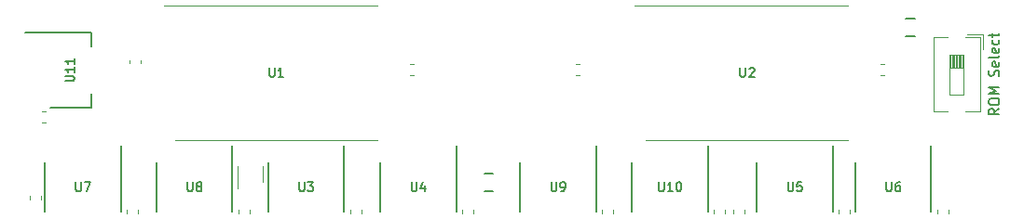
<source format=gto>
G04 #@! TF.GenerationSoftware,KiCad,Pcbnew,(5.1.5-0-10_14)*
G04 #@! TF.CreationDate,2020-07-05T22:59:27-04:00*
G04 #@! TF.ProjectId,ROMSIMM,524f4d53-494d-44d2-9e6b-696361645f70,rev?*
G04 #@! TF.SameCoordinates,Original*
G04 #@! TF.FileFunction,Legend,Top*
G04 #@! TF.FilePolarity,Positive*
%FSLAX46Y46*%
G04 Gerber Fmt 4.6, Leading zero omitted, Abs format (unit mm)*
G04 Created by KiCad (PCBNEW (5.1.5-0-10_14)) date 2020-07-05 22:59:27*
%MOMM*%
%LPD*%
G04 APERTURE LIST*
%ADD10C,0.120000*%
%ADD11C,0.152400*%
%ADD12C,0.100000*%
%ADD13C,0.150000*%
%ADD14C,0.203200*%
%ADD15C,0.175000*%
%ADD16C,2.000000*%
%ADD17R,1.270000X2.590000*%
%ADD18C,2.150000*%
G04 APERTURE END LIST*
D10*
X95940000Y-118220000D02*
X95940000Y-120250000D01*
X98260000Y-119630000D02*
X98260000Y-118220000D01*
D11*
X156692600Y-106337000D02*
X157505400Y-106337000D01*
X156692600Y-104737000D02*
X157505400Y-104737000D01*
X119156400Y-118900000D02*
X118343600Y-118900000D01*
X119156400Y-120500000D02*
X118343600Y-120500000D01*
D10*
X90250000Y-115820000D02*
X108650000Y-115820000D01*
D12*
X108650000Y-103580000D02*
X89250000Y-103580000D01*
D10*
X133040000Y-115820000D02*
X151440000Y-115820000D01*
D12*
X151440000Y-103580000D02*
X132040000Y-103580000D01*
D10*
X97010000Y-122512779D02*
X97010000Y-122187221D01*
X95990000Y-122512779D02*
X95990000Y-122187221D01*
X161925000Y-109251667D02*
X160655000Y-109251667D01*
X160725000Y-108045000D02*
X160725000Y-109251667D01*
X160845000Y-108045000D02*
X160845000Y-109251667D01*
X160965000Y-108045000D02*
X160965000Y-109251667D01*
X161085000Y-108045000D02*
X161085000Y-109251667D01*
X161205000Y-108045000D02*
X161205000Y-109251667D01*
X161325000Y-108045000D02*
X161325000Y-109251667D01*
X161445000Y-108045000D02*
X161445000Y-109251667D01*
X161565000Y-108045000D02*
X161565000Y-109251667D01*
X161685000Y-108045000D02*
X161685000Y-109251667D01*
X161805000Y-108045000D02*
X161805000Y-109251667D01*
X161925000Y-111665000D02*
X161925000Y-108045000D01*
X160655000Y-111665000D02*
X161925000Y-111665000D01*
X160655000Y-108045000D02*
X160655000Y-111665000D01*
X161925000Y-108045000D02*
X160655000Y-108045000D01*
X163640000Y-106205000D02*
X162257000Y-106205000D01*
X163640000Y-106205000D02*
X163640000Y-107588000D01*
X160490000Y-113265000D02*
X159180000Y-113265000D01*
X163400000Y-113265000D02*
X162090000Y-113265000D01*
X160490000Y-106445000D02*
X159180000Y-106445000D01*
X163400000Y-106445000D02*
X162090000Y-106445000D01*
X159180000Y-106445000D02*
X159180000Y-113265000D01*
X163400000Y-106445000D02*
X163400000Y-113265000D01*
X87110000Y-108862779D02*
X87110000Y-108537221D01*
X86090000Y-108862779D02*
X86090000Y-108537221D01*
D13*
X105625000Y-116400000D02*
X105625000Y-122375000D01*
X98725000Y-117925000D02*
X98725000Y-122375000D01*
X150025000Y-116400000D02*
X150025000Y-122375000D01*
X143125000Y-117925000D02*
X143125000Y-122375000D01*
D10*
X78110000Y-121285779D02*
X78110000Y-120960221D01*
X77090000Y-121285779D02*
X77090000Y-120960221D01*
X142010000Y-122512779D02*
X142010000Y-122187221D01*
X140990000Y-122512779D02*
X140990000Y-122187221D01*
X78187221Y-114260000D02*
X78512779Y-114260000D01*
X78187221Y-113240000D02*
X78512779Y-113240000D01*
X111587221Y-109960000D02*
X111912779Y-109960000D01*
X111587221Y-108940000D02*
X111912779Y-108940000D01*
X154387221Y-109960000D02*
X154712779Y-109960000D01*
X154387221Y-108940000D02*
X154712779Y-108940000D01*
X86860000Y-122512779D02*
X86860000Y-122187221D01*
X85840000Y-122512779D02*
X85840000Y-122187221D01*
X117360000Y-122512779D02*
X117360000Y-122187221D01*
X116340000Y-122512779D02*
X116340000Y-122187221D01*
X130060000Y-122512779D02*
X130060000Y-122187221D01*
X129040000Y-122512779D02*
X129040000Y-122187221D01*
X140210000Y-122512779D02*
X140210000Y-122187221D01*
X139190000Y-122512779D02*
X139190000Y-122187221D01*
X151560000Y-122512779D02*
X151560000Y-122187221D01*
X150540000Y-122512779D02*
X150540000Y-122187221D01*
X160510000Y-122512779D02*
X160510000Y-122187221D01*
X159490000Y-122512779D02*
X159490000Y-122187221D01*
D13*
X115825000Y-116400000D02*
X115825000Y-122375000D01*
X108925000Y-117925000D02*
X108925000Y-122375000D01*
X158975000Y-116400000D02*
X158975000Y-122375000D01*
X152075000Y-117925000D02*
X152075000Y-122375000D01*
X85325000Y-116400000D02*
X85325000Y-122375000D01*
X78425000Y-117925000D02*
X78425000Y-122375000D01*
X95475000Y-116400000D02*
X95475000Y-122375000D01*
X88575000Y-117925000D02*
X88575000Y-122375000D01*
X128525000Y-116400000D02*
X128525000Y-122375000D01*
X121625000Y-117925000D02*
X121625000Y-122375000D01*
X138675000Y-116400000D02*
X138675000Y-122375000D01*
X131775000Y-117925000D02*
X131775000Y-122375000D01*
D11*
X82660000Y-112860000D02*
X82660000Y-111600000D01*
X82660000Y-106040000D02*
X82660000Y-107300000D01*
X78900000Y-112860000D02*
X82660000Y-112860000D01*
X76650000Y-106040000D02*
X82660000Y-106040000D01*
D10*
X107223500Y-122512779D02*
X107223500Y-122187221D01*
X106203500Y-122512779D02*
X106203500Y-122187221D01*
X126687221Y-109910000D02*
X127012779Y-109910000D01*
X126687221Y-108890000D02*
X127012779Y-108890000D01*
D14*
X98830723Y-109254895D02*
X98830723Y-109912876D01*
X98869428Y-109990285D01*
X98908133Y-110028990D01*
X98985542Y-110067695D01*
X99140361Y-110067695D01*
X99217771Y-110028990D01*
X99256476Y-109990285D01*
X99295180Y-109912876D01*
X99295180Y-109254895D01*
X100107980Y-110067695D02*
X99643523Y-110067695D01*
X99875752Y-110067695D02*
X99875752Y-109254895D01*
X99798342Y-109371009D01*
X99720933Y-109448419D01*
X99643523Y-109487123D01*
X141620723Y-109254895D02*
X141620723Y-109912876D01*
X141659428Y-109990285D01*
X141698133Y-110028990D01*
X141775542Y-110067695D01*
X141930361Y-110067695D01*
X142007771Y-110028990D01*
X142046476Y-109990285D01*
X142085180Y-109912876D01*
X142085180Y-109254895D01*
X142433523Y-109332304D02*
X142472228Y-109293600D01*
X142549638Y-109254895D01*
X142743161Y-109254895D01*
X142820571Y-109293600D01*
X142859276Y-109332304D01*
X142897980Y-109409714D01*
X142897980Y-109487123D01*
X142859276Y-109603238D01*
X142394819Y-110067695D01*
X142897980Y-110067695D01*
X165126142Y-112983571D02*
X164697571Y-113283571D01*
X165126142Y-113497857D02*
X164226142Y-113497857D01*
X164226142Y-113155000D01*
X164269000Y-113069285D01*
X164311857Y-113026428D01*
X164397571Y-112983571D01*
X164526142Y-112983571D01*
X164611857Y-113026428D01*
X164654714Y-113069285D01*
X164697571Y-113155000D01*
X164697571Y-113497857D01*
X164226142Y-112426428D02*
X164226142Y-112255000D01*
X164269000Y-112169285D01*
X164354714Y-112083571D01*
X164526142Y-112040714D01*
X164826142Y-112040714D01*
X164997571Y-112083571D01*
X165083285Y-112169285D01*
X165126142Y-112255000D01*
X165126142Y-112426428D01*
X165083285Y-112512142D01*
X164997571Y-112597857D01*
X164826142Y-112640714D01*
X164526142Y-112640714D01*
X164354714Y-112597857D01*
X164269000Y-112512142D01*
X164226142Y-112426428D01*
X165126142Y-111655000D02*
X164226142Y-111655000D01*
X164869000Y-111355000D01*
X164226142Y-111055000D01*
X165126142Y-111055000D01*
X165083285Y-109983571D02*
X165126142Y-109855000D01*
X165126142Y-109640714D01*
X165083285Y-109555000D01*
X165040428Y-109512142D01*
X164954714Y-109469285D01*
X164869000Y-109469285D01*
X164783285Y-109512142D01*
X164740428Y-109555000D01*
X164697571Y-109640714D01*
X164654714Y-109812142D01*
X164611857Y-109897857D01*
X164569000Y-109940714D01*
X164483285Y-109983571D01*
X164397571Y-109983571D01*
X164311857Y-109940714D01*
X164269000Y-109897857D01*
X164226142Y-109812142D01*
X164226142Y-109597857D01*
X164269000Y-109469285D01*
X165083285Y-108740714D02*
X165126142Y-108826428D01*
X165126142Y-108997857D01*
X165083285Y-109083571D01*
X164997571Y-109126428D01*
X164654714Y-109126428D01*
X164569000Y-109083571D01*
X164526142Y-108997857D01*
X164526142Y-108826428D01*
X164569000Y-108740714D01*
X164654714Y-108697857D01*
X164740428Y-108697857D01*
X164826142Y-109126428D01*
X165126142Y-108183571D02*
X165083285Y-108269285D01*
X164997571Y-108312142D01*
X164226142Y-108312142D01*
X165083285Y-107497857D02*
X165126142Y-107583571D01*
X165126142Y-107755000D01*
X165083285Y-107840714D01*
X164997571Y-107883571D01*
X164654714Y-107883571D01*
X164569000Y-107840714D01*
X164526142Y-107755000D01*
X164526142Y-107583571D01*
X164569000Y-107497857D01*
X164654714Y-107455000D01*
X164740428Y-107455000D01*
X164826142Y-107883571D01*
X165083285Y-106683571D02*
X165126142Y-106769285D01*
X165126142Y-106940714D01*
X165083285Y-107026428D01*
X165040428Y-107069285D01*
X164954714Y-107112142D01*
X164697571Y-107112142D01*
X164611857Y-107069285D01*
X164569000Y-107026428D01*
X164526142Y-106940714D01*
X164526142Y-106769285D01*
X164569000Y-106683571D01*
X164526142Y-106426428D02*
X164526142Y-106083571D01*
X164226142Y-106297857D02*
X164997571Y-106297857D01*
X165083285Y-106255000D01*
X165126142Y-106169285D01*
X165126142Y-106083571D01*
X101555723Y-119704895D02*
X101555723Y-120362876D01*
X101594428Y-120440285D01*
X101633133Y-120478990D01*
X101710542Y-120517695D01*
X101865361Y-120517695D01*
X101942771Y-120478990D01*
X101981476Y-120440285D01*
X102020180Y-120362876D01*
X102020180Y-119704895D01*
X102329819Y-119704895D02*
X102832980Y-119704895D01*
X102562047Y-120014533D01*
X102678161Y-120014533D01*
X102755571Y-120053238D01*
X102794276Y-120091942D01*
X102832980Y-120169352D01*
X102832980Y-120362876D01*
X102794276Y-120440285D01*
X102755571Y-120478990D01*
X102678161Y-120517695D01*
X102445933Y-120517695D01*
X102368523Y-120478990D01*
X102329819Y-120440285D01*
X145955723Y-119704895D02*
X145955723Y-120362876D01*
X145994428Y-120440285D01*
X146033133Y-120478990D01*
X146110542Y-120517695D01*
X146265361Y-120517695D01*
X146342771Y-120478990D01*
X146381476Y-120440285D01*
X146420180Y-120362876D01*
X146420180Y-119704895D01*
X147194276Y-119704895D02*
X146807228Y-119704895D01*
X146768523Y-120091942D01*
X146807228Y-120053238D01*
X146884638Y-120014533D01*
X147078161Y-120014533D01*
X147155571Y-120053238D01*
X147194276Y-120091942D01*
X147232980Y-120169352D01*
X147232980Y-120362876D01*
X147194276Y-120440285D01*
X147155571Y-120478990D01*
X147078161Y-120517695D01*
X146884638Y-120517695D01*
X146807228Y-120478990D01*
X146768523Y-120440285D01*
X111755723Y-119704895D02*
X111755723Y-120362876D01*
X111794428Y-120440285D01*
X111833133Y-120478990D01*
X111910542Y-120517695D01*
X112065361Y-120517695D01*
X112142771Y-120478990D01*
X112181476Y-120440285D01*
X112220180Y-120362876D01*
X112220180Y-119704895D01*
X112955571Y-119975828D02*
X112955571Y-120517695D01*
X112762047Y-119666190D02*
X112568523Y-120246761D01*
X113071685Y-120246761D01*
X154905723Y-119704895D02*
X154905723Y-120362876D01*
X154944428Y-120440285D01*
X154983133Y-120478990D01*
X155060542Y-120517695D01*
X155215361Y-120517695D01*
X155292771Y-120478990D01*
X155331476Y-120440285D01*
X155370180Y-120362876D01*
X155370180Y-119704895D01*
X156105571Y-119704895D02*
X155950752Y-119704895D01*
X155873342Y-119743600D01*
X155834638Y-119782304D01*
X155757228Y-119898419D01*
X155718523Y-120053238D01*
X155718523Y-120362876D01*
X155757228Y-120440285D01*
X155795933Y-120478990D01*
X155873342Y-120517695D01*
X156028161Y-120517695D01*
X156105571Y-120478990D01*
X156144276Y-120440285D01*
X156182980Y-120362876D01*
X156182980Y-120169352D01*
X156144276Y-120091942D01*
X156105571Y-120053238D01*
X156028161Y-120014533D01*
X155873342Y-120014533D01*
X155795933Y-120053238D01*
X155757228Y-120091942D01*
X155718523Y-120169352D01*
X81255723Y-119704895D02*
X81255723Y-120362876D01*
X81294428Y-120440285D01*
X81333133Y-120478990D01*
X81410542Y-120517695D01*
X81565361Y-120517695D01*
X81642771Y-120478990D01*
X81681476Y-120440285D01*
X81720180Y-120362876D01*
X81720180Y-119704895D01*
X82029819Y-119704895D02*
X82571685Y-119704895D01*
X82223342Y-120517695D01*
X91405723Y-119704895D02*
X91405723Y-120362876D01*
X91444428Y-120440285D01*
X91483133Y-120478990D01*
X91560542Y-120517695D01*
X91715361Y-120517695D01*
X91792771Y-120478990D01*
X91831476Y-120440285D01*
X91870180Y-120362876D01*
X91870180Y-119704895D01*
X92373342Y-120053238D02*
X92295933Y-120014533D01*
X92257228Y-119975828D01*
X92218523Y-119898419D01*
X92218523Y-119859714D01*
X92257228Y-119782304D01*
X92295933Y-119743600D01*
X92373342Y-119704895D01*
X92528161Y-119704895D01*
X92605571Y-119743600D01*
X92644276Y-119782304D01*
X92682980Y-119859714D01*
X92682980Y-119898419D01*
X92644276Y-119975828D01*
X92605571Y-120014533D01*
X92528161Y-120053238D01*
X92373342Y-120053238D01*
X92295933Y-120091942D01*
X92257228Y-120130647D01*
X92218523Y-120208057D01*
X92218523Y-120362876D01*
X92257228Y-120440285D01*
X92295933Y-120478990D01*
X92373342Y-120517695D01*
X92528161Y-120517695D01*
X92605571Y-120478990D01*
X92644276Y-120440285D01*
X92682980Y-120362876D01*
X92682980Y-120208057D01*
X92644276Y-120130647D01*
X92605571Y-120091942D01*
X92528161Y-120053238D01*
X124455723Y-119704895D02*
X124455723Y-120362876D01*
X124494428Y-120440285D01*
X124533133Y-120478990D01*
X124610542Y-120517695D01*
X124765361Y-120517695D01*
X124842771Y-120478990D01*
X124881476Y-120440285D01*
X124920180Y-120362876D01*
X124920180Y-119704895D01*
X125345933Y-120517695D02*
X125500752Y-120517695D01*
X125578161Y-120478990D01*
X125616866Y-120440285D01*
X125694276Y-120324171D01*
X125732980Y-120169352D01*
X125732980Y-119859714D01*
X125694276Y-119782304D01*
X125655571Y-119743600D01*
X125578161Y-119704895D01*
X125423342Y-119704895D01*
X125345933Y-119743600D01*
X125307228Y-119782304D01*
X125268523Y-119859714D01*
X125268523Y-120053238D01*
X125307228Y-120130647D01*
X125345933Y-120169352D01*
X125423342Y-120208057D01*
X125578161Y-120208057D01*
X125655571Y-120169352D01*
X125694276Y-120130647D01*
X125732980Y-120053238D01*
X134218676Y-119704895D02*
X134218676Y-120362876D01*
X134257380Y-120440285D01*
X134296085Y-120478990D01*
X134373495Y-120517695D01*
X134528314Y-120517695D01*
X134605723Y-120478990D01*
X134644428Y-120440285D01*
X134683133Y-120362876D01*
X134683133Y-119704895D01*
X135495933Y-120517695D02*
X135031476Y-120517695D01*
X135263704Y-120517695D02*
X135263704Y-119704895D01*
X135186295Y-119821009D01*
X135108885Y-119898419D01*
X135031476Y-119937123D01*
X135999095Y-119704895D02*
X136076504Y-119704895D01*
X136153914Y-119743600D01*
X136192619Y-119782304D01*
X136231323Y-119859714D01*
X136270028Y-120014533D01*
X136270028Y-120208057D01*
X136231323Y-120362876D01*
X136192619Y-120440285D01*
X136153914Y-120478990D01*
X136076504Y-120517695D01*
X135999095Y-120517695D01*
X135921685Y-120478990D01*
X135882980Y-120440285D01*
X135844276Y-120362876D01*
X135805571Y-120208057D01*
X135805571Y-120014533D01*
X135844276Y-119859714D01*
X135882980Y-119782304D01*
X135921685Y-119743600D01*
X135999095Y-119704895D01*
X80304895Y-110456323D02*
X80962876Y-110456323D01*
X81040285Y-110417619D01*
X81078990Y-110378914D01*
X81117695Y-110301504D01*
X81117695Y-110146685D01*
X81078990Y-110069276D01*
X81040285Y-110030571D01*
X80962876Y-109991866D01*
X80304895Y-109991866D01*
X81117695Y-109179066D02*
X81117695Y-109643523D01*
X81117695Y-109411295D02*
X80304895Y-109411295D01*
X80421009Y-109488704D01*
X80498419Y-109566114D01*
X80537123Y-109643523D01*
X81117695Y-108404971D02*
X81117695Y-108869428D01*
X81117695Y-108637200D02*
X80304895Y-108637200D01*
X80421009Y-108714609D01*
X80498419Y-108792019D01*
X80537123Y-108869428D01*
%LPC*%
D15*
G36*
X163195000Y-127635000D02*
G01*
X123825000Y-127635000D01*
X123317000Y-125031500D01*
X163703000Y-125031500D01*
X163195000Y-127635000D01*
G37*
X163195000Y-127635000D02*
X123825000Y-127635000D01*
X123317000Y-125031500D01*
X163703000Y-125031500D01*
X163195000Y-127635000D01*
G36*
X117475000Y-127635000D02*
G01*
X78105000Y-127635000D01*
X77597000Y-125031500D01*
X117983000Y-125031500D01*
X117475000Y-127635000D01*
G37*
X117475000Y-127635000D02*
X78105000Y-127635000D01*
X77597000Y-125031500D01*
X117983000Y-125031500D01*
X117475000Y-127635000D01*
D16*
X75438000Y-123444000D03*
X167894000Y-123444000D03*
X165354000Y-104267000D03*
X75946000Y-104267000D03*
D12*
G36*
X96581762Y-117560578D02*
G01*
X96593411Y-117562306D01*
X96604834Y-117565167D01*
X96615922Y-117569134D01*
X96626568Y-117574169D01*
X96636668Y-117580224D01*
X96646127Y-117587239D01*
X96654853Y-117595147D01*
X96662761Y-117603873D01*
X96669776Y-117613332D01*
X96675831Y-117623432D01*
X96680866Y-117634078D01*
X96684833Y-117645166D01*
X96687694Y-117656589D01*
X96689422Y-117668238D01*
X96690000Y-117680000D01*
X96690000Y-118520000D01*
X96689422Y-118531762D01*
X96687694Y-118543411D01*
X96684833Y-118554834D01*
X96680866Y-118565922D01*
X96675831Y-118576568D01*
X96669776Y-118586668D01*
X96662761Y-118596127D01*
X96654853Y-118604853D01*
X96646127Y-118612761D01*
X96636668Y-118619776D01*
X96626568Y-118625831D01*
X96615922Y-118630866D01*
X96604834Y-118634833D01*
X96593411Y-118637694D01*
X96581762Y-118639422D01*
X96570000Y-118640000D01*
X96330000Y-118640000D01*
X96318238Y-118639422D01*
X96306589Y-118637694D01*
X96295166Y-118634833D01*
X96284078Y-118630866D01*
X96273432Y-118625831D01*
X96263332Y-118619776D01*
X96253873Y-118612761D01*
X96245147Y-118604853D01*
X96237239Y-118596127D01*
X96230224Y-118586668D01*
X96224169Y-118576568D01*
X96219134Y-118565922D01*
X96215167Y-118554834D01*
X96212306Y-118543411D01*
X96210578Y-118531762D01*
X96210000Y-118520000D01*
X96210000Y-117680000D01*
X96210578Y-117668238D01*
X96212306Y-117656589D01*
X96215167Y-117645166D01*
X96219134Y-117634078D01*
X96224169Y-117623432D01*
X96230224Y-117613332D01*
X96237239Y-117603873D01*
X96245147Y-117595147D01*
X96253873Y-117587239D01*
X96263332Y-117580224D01*
X96273432Y-117574169D01*
X96284078Y-117569134D01*
X96295166Y-117565167D01*
X96306589Y-117562306D01*
X96318238Y-117560578D01*
X96330000Y-117560000D01*
X96570000Y-117560000D01*
X96581762Y-117560578D01*
G37*
G36*
X97881762Y-117560578D02*
G01*
X97893411Y-117562306D01*
X97904834Y-117565167D01*
X97915922Y-117569134D01*
X97926568Y-117574169D01*
X97936668Y-117580224D01*
X97946127Y-117587239D01*
X97954853Y-117595147D01*
X97962761Y-117603873D01*
X97969776Y-117613332D01*
X97975831Y-117623432D01*
X97980866Y-117634078D01*
X97984833Y-117645166D01*
X97987694Y-117656589D01*
X97989422Y-117668238D01*
X97990000Y-117680000D01*
X97990000Y-118520000D01*
X97989422Y-118531762D01*
X97987694Y-118543411D01*
X97984833Y-118554834D01*
X97980866Y-118565922D01*
X97975831Y-118576568D01*
X97969776Y-118586668D01*
X97962761Y-118596127D01*
X97954853Y-118604853D01*
X97946127Y-118612761D01*
X97936668Y-118619776D01*
X97926568Y-118625831D01*
X97915922Y-118630866D01*
X97904834Y-118634833D01*
X97893411Y-118637694D01*
X97881762Y-118639422D01*
X97870000Y-118640000D01*
X97630000Y-118640000D01*
X97618238Y-118639422D01*
X97606589Y-118637694D01*
X97595166Y-118634833D01*
X97584078Y-118630866D01*
X97573432Y-118625831D01*
X97563332Y-118619776D01*
X97553873Y-118612761D01*
X97545147Y-118604853D01*
X97537239Y-118596127D01*
X97530224Y-118586668D01*
X97524169Y-118576568D01*
X97519134Y-118565922D01*
X97515167Y-118554834D01*
X97512306Y-118543411D01*
X97510578Y-118531762D01*
X97510000Y-118520000D01*
X97510000Y-117680000D01*
X97510578Y-117668238D01*
X97512306Y-117656589D01*
X97515167Y-117645166D01*
X97519134Y-117634078D01*
X97524169Y-117623432D01*
X97530224Y-117613332D01*
X97537239Y-117603873D01*
X97545147Y-117595147D01*
X97553873Y-117587239D01*
X97563332Y-117580224D01*
X97573432Y-117574169D01*
X97584078Y-117569134D01*
X97595166Y-117565167D01*
X97606589Y-117562306D01*
X97618238Y-117560578D01*
X97630000Y-117560000D01*
X97870000Y-117560000D01*
X97881762Y-117560578D01*
G37*
G36*
X97231762Y-119260578D02*
G01*
X97243411Y-119262306D01*
X97254834Y-119265167D01*
X97265922Y-119269134D01*
X97276568Y-119274169D01*
X97286668Y-119280224D01*
X97296127Y-119287239D01*
X97304853Y-119295147D01*
X97312761Y-119303873D01*
X97319776Y-119313332D01*
X97325831Y-119323432D01*
X97330866Y-119334078D01*
X97334833Y-119345166D01*
X97337694Y-119356589D01*
X97339422Y-119368238D01*
X97340000Y-119380000D01*
X97340000Y-120220000D01*
X97339422Y-120231762D01*
X97337694Y-120243411D01*
X97334833Y-120254834D01*
X97330866Y-120265922D01*
X97325831Y-120276568D01*
X97319776Y-120286668D01*
X97312761Y-120296127D01*
X97304853Y-120304853D01*
X97296127Y-120312761D01*
X97286668Y-120319776D01*
X97276568Y-120325831D01*
X97265922Y-120330866D01*
X97254834Y-120334833D01*
X97243411Y-120337694D01*
X97231762Y-120339422D01*
X97220000Y-120340000D01*
X96980000Y-120340000D01*
X96968238Y-120339422D01*
X96956589Y-120337694D01*
X96945166Y-120334833D01*
X96934078Y-120330866D01*
X96923432Y-120325831D01*
X96913332Y-120319776D01*
X96903873Y-120312761D01*
X96895147Y-120304853D01*
X96887239Y-120296127D01*
X96880224Y-120286668D01*
X96874169Y-120276568D01*
X96869134Y-120265922D01*
X96865167Y-120254834D01*
X96862306Y-120243411D01*
X96860578Y-120231762D01*
X96860000Y-120220000D01*
X96860000Y-119380000D01*
X96860578Y-119368238D01*
X96862306Y-119356589D01*
X96865167Y-119345166D01*
X96869134Y-119334078D01*
X96874169Y-119323432D01*
X96880224Y-119313332D01*
X96887239Y-119303873D01*
X96895147Y-119295147D01*
X96903873Y-119287239D01*
X96913332Y-119280224D01*
X96923432Y-119274169D01*
X96934078Y-119269134D01*
X96945166Y-119265167D01*
X96956589Y-119262306D01*
X96968238Y-119260578D01*
X96980000Y-119260000D01*
X97220000Y-119260000D01*
X97231762Y-119260578D01*
G37*
G36*
X96581762Y-119260578D02*
G01*
X96593411Y-119262306D01*
X96604834Y-119265167D01*
X96615922Y-119269134D01*
X96626568Y-119274169D01*
X96636668Y-119280224D01*
X96646127Y-119287239D01*
X96654853Y-119295147D01*
X96662761Y-119303873D01*
X96669776Y-119313332D01*
X96675831Y-119323432D01*
X96680866Y-119334078D01*
X96684833Y-119345166D01*
X96687694Y-119356589D01*
X96689422Y-119368238D01*
X96690000Y-119380000D01*
X96690000Y-120220000D01*
X96689422Y-120231762D01*
X96687694Y-120243411D01*
X96684833Y-120254834D01*
X96680866Y-120265922D01*
X96675831Y-120276568D01*
X96669776Y-120286668D01*
X96662761Y-120296127D01*
X96654853Y-120304853D01*
X96646127Y-120312761D01*
X96636668Y-120319776D01*
X96626568Y-120325831D01*
X96615922Y-120330866D01*
X96604834Y-120334833D01*
X96593411Y-120337694D01*
X96581762Y-120339422D01*
X96570000Y-120340000D01*
X96330000Y-120340000D01*
X96318238Y-120339422D01*
X96306589Y-120337694D01*
X96295166Y-120334833D01*
X96284078Y-120330866D01*
X96273432Y-120325831D01*
X96263332Y-120319776D01*
X96253873Y-120312761D01*
X96245147Y-120304853D01*
X96237239Y-120296127D01*
X96230224Y-120286668D01*
X96224169Y-120276568D01*
X96219134Y-120265922D01*
X96215167Y-120254834D01*
X96212306Y-120243411D01*
X96210578Y-120231762D01*
X96210000Y-120220000D01*
X96210000Y-119380000D01*
X96210578Y-119368238D01*
X96212306Y-119356589D01*
X96215167Y-119345166D01*
X96219134Y-119334078D01*
X96224169Y-119323432D01*
X96230224Y-119313332D01*
X96237239Y-119303873D01*
X96245147Y-119295147D01*
X96253873Y-119287239D01*
X96263332Y-119280224D01*
X96273432Y-119274169D01*
X96284078Y-119269134D01*
X96295166Y-119265167D01*
X96306589Y-119262306D01*
X96318238Y-119260578D01*
X96330000Y-119260000D01*
X96570000Y-119260000D01*
X96581762Y-119260578D01*
G37*
G36*
X97881762Y-119260578D02*
G01*
X97893411Y-119262306D01*
X97904834Y-119265167D01*
X97915922Y-119269134D01*
X97926568Y-119274169D01*
X97936668Y-119280224D01*
X97946127Y-119287239D01*
X97954853Y-119295147D01*
X97962761Y-119303873D01*
X97969776Y-119313332D01*
X97975831Y-119323432D01*
X97980866Y-119334078D01*
X97984833Y-119345166D01*
X97987694Y-119356589D01*
X97989422Y-119368238D01*
X97990000Y-119380000D01*
X97990000Y-120220000D01*
X97989422Y-120231762D01*
X97987694Y-120243411D01*
X97984833Y-120254834D01*
X97980866Y-120265922D01*
X97975831Y-120276568D01*
X97969776Y-120286668D01*
X97962761Y-120296127D01*
X97954853Y-120304853D01*
X97946127Y-120312761D01*
X97936668Y-120319776D01*
X97926568Y-120325831D01*
X97915922Y-120330866D01*
X97904834Y-120334833D01*
X97893411Y-120337694D01*
X97881762Y-120339422D01*
X97870000Y-120340000D01*
X97630000Y-120340000D01*
X97618238Y-120339422D01*
X97606589Y-120337694D01*
X97595166Y-120334833D01*
X97584078Y-120330866D01*
X97573432Y-120325831D01*
X97563332Y-120319776D01*
X97553873Y-120312761D01*
X97545147Y-120304853D01*
X97537239Y-120296127D01*
X97530224Y-120286668D01*
X97524169Y-120276568D01*
X97519134Y-120265922D01*
X97515167Y-120254834D01*
X97512306Y-120243411D01*
X97510578Y-120231762D01*
X97510000Y-120220000D01*
X97510000Y-119380000D01*
X97510578Y-119368238D01*
X97512306Y-119356589D01*
X97515167Y-119345166D01*
X97519134Y-119334078D01*
X97524169Y-119323432D01*
X97530224Y-119313332D01*
X97537239Y-119303873D01*
X97545147Y-119295147D01*
X97553873Y-119287239D01*
X97563332Y-119280224D01*
X97573432Y-119274169D01*
X97584078Y-119269134D01*
X97595166Y-119265167D01*
X97606589Y-119262306D01*
X97618238Y-119260578D01*
X97630000Y-119260000D01*
X97870000Y-119260000D01*
X97881762Y-119260578D01*
G37*
G36*
X158309779Y-104788144D02*
G01*
X158332834Y-104791563D01*
X158355443Y-104797227D01*
X158377387Y-104805079D01*
X158398457Y-104815044D01*
X158418448Y-104827026D01*
X158437168Y-104840910D01*
X158454438Y-104856562D01*
X158470090Y-104873832D01*
X158483974Y-104892552D01*
X158495956Y-104912543D01*
X158505921Y-104933613D01*
X158513773Y-104955557D01*
X158519437Y-104978166D01*
X158522856Y-105001221D01*
X158524000Y-105024500D01*
X158524000Y-106049500D01*
X158522856Y-106072779D01*
X158519437Y-106095834D01*
X158513773Y-106118443D01*
X158505921Y-106140387D01*
X158495956Y-106161457D01*
X158483974Y-106181448D01*
X158470090Y-106200168D01*
X158454438Y-106217438D01*
X158437168Y-106233090D01*
X158418448Y-106246974D01*
X158398457Y-106258956D01*
X158377387Y-106268921D01*
X158355443Y-106276773D01*
X158332834Y-106282437D01*
X158309779Y-106285856D01*
X158286500Y-106287000D01*
X157811500Y-106287000D01*
X157788221Y-106285856D01*
X157765166Y-106282437D01*
X157742557Y-106276773D01*
X157720613Y-106268921D01*
X157699543Y-106258956D01*
X157679552Y-106246974D01*
X157660832Y-106233090D01*
X157643562Y-106217438D01*
X157627910Y-106200168D01*
X157614026Y-106181448D01*
X157602044Y-106161457D01*
X157592079Y-106140387D01*
X157584227Y-106118443D01*
X157578563Y-106095834D01*
X157575144Y-106072779D01*
X157574000Y-106049500D01*
X157574000Y-105024500D01*
X157575144Y-105001221D01*
X157578563Y-104978166D01*
X157584227Y-104955557D01*
X157592079Y-104933613D01*
X157602044Y-104912543D01*
X157614026Y-104892552D01*
X157627910Y-104873832D01*
X157643562Y-104856562D01*
X157660832Y-104840910D01*
X157679552Y-104827026D01*
X157699543Y-104815044D01*
X157720613Y-104805079D01*
X157742557Y-104797227D01*
X157765166Y-104791563D01*
X157788221Y-104788144D01*
X157811500Y-104787000D01*
X158286500Y-104787000D01*
X158309779Y-104788144D01*
G37*
G36*
X156409779Y-104788144D02*
G01*
X156432834Y-104791563D01*
X156455443Y-104797227D01*
X156477387Y-104805079D01*
X156498457Y-104815044D01*
X156518448Y-104827026D01*
X156537168Y-104840910D01*
X156554438Y-104856562D01*
X156570090Y-104873832D01*
X156583974Y-104892552D01*
X156595956Y-104912543D01*
X156605921Y-104933613D01*
X156613773Y-104955557D01*
X156619437Y-104978166D01*
X156622856Y-105001221D01*
X156624000Y-105024500D01*
X156624000Y-106049500D01*
X156622856Y-106072779D01*
X156619437Y-106095834D01*
X156613773Y-106118443D01*
X156605921Y-106140387D01*
X156595956Y-106161457D01*
X156583974Y-106181448D01*
X156570090Y-106200168D01*
X156554438Y-106217438D01*
X156537168Y-106233090D01*
X156518448Y-106246974D01*
X156498457Y-106258956D01*
X156477387Y-106268921D01*
X156455443Y-106276773D01*
X156432834Y-106282437D01*
X156409779Y-106285856D01*
X156386500Y-106287000D01*
X155911500Y-106287000D01*
X155888221Y-106285856D01*
X155865166Y-106282437D01*
X155842557Y-106276773D01*
X155820613Y-106268921D01*
X155799543Y-106258956D01*
X155779552Y-106246974D01*
X155760832Y-106233090D01*
X155743562Y-106217438D01*
X155727910Y-106200168D01*
X155714026Y-106181448D01*
X155702044Y-106161457D01*
X155692079Y-106140387D01*
X155684227Y-106118443D01*
X155678563Y-106095834D01*
X155675144Y-106072779D01*
X155674000Y-106049500D01*
X155674000Y-105024500D01*
X155675144Y-105001221D01*
X155678563Y-104978166D01*
X155684227Y-104955557D01*
X155692079Y-104933613D01*
X155702044Y-104912543D01*
X155714026Y-104892552D01*
X155727910Y-104873832D01*
X155743562Y-104856562D01*
X155760832Y-104840910D01*
X155779552Y-104827026D01*
X155799543Y-104815044D01*
X155820613Y-104805079D01*
X155842557Y-104797227D01*
X155865166Y-104791563D01*
X155888221Y-104788144D01*
X155911500Y-104787000D01*
X156386500Y-104787000D01*
X156409779Y-104788144D01*
G37*
G36*
X118060779Y-118951144D02*
G01*
X118083834Y-118954563D01*
X118106443Y-118960227D01*
X118128387Y-118968079D01*
X118149457Y-118978044D01*
X118169448Y-118990026D01*
X118188168Y-119003910D01*
X118205438Y-119019562D01*
X118221090Y-119036832D01*
X118234974Y-119055552D01*
X118246956Y-119075543D01*
X118256921Y-119096613D01*
X118264773Y-119118557D01*
X118270437Y-119141166D01*
X118273856Y-119164221D01*
X118275000Y-119187500D01*
X118275000Y-120212500D01*
X118273856Y-120235779D01*
X118270437Y-120258834D01*
X118264773Y-120281443D01*
X118256921Y-120303387D01*
X118246956Y-120324457D01*
X118234974Y-120344448D01*
X118221090Y-120363168D01*
X118205438Y-120380438D01*
X118188168Y-120396090D01*
X118169448Y-120409974D01*
X118149457Y-120421956D01*
X118128387Y-120431921D01*
X118106443Y-120439773D01*
X118083834Y-120445437D01*
X118060779Y-120448856D01*
X118037500Y-120450000D01*
X117562500Y-120450000D01*
X117539221Y-120448856D01*
X117516166Y-120445437D01*
X117493557Y-120439773D01*
X117471613Y-120431921D01*
X117450543Y-120421956D01*
X117430552Y-120409974D01*
X117411832Y-120396090D01*
X117394562Y-120380438D01*
X117378910Y-120363168D01*
X117365026Y-120344448D01*
X117353044Y-120324457D01*
X117343079Y-120303387D01*
X117335227Y-120281443D01*
X117329563Y-120258834D01*
X117326144Y-120235779D01*
X117325000Y-120212500D01*
X117325000Y-119187500D01*
X117326144Y-119164221D01*
X117329563Y-119141166D01*
X117335227Y-119118557D01*
X117343079Y-119096613D01*
X117353044Y-119075543D01*
X117365026Y-119055552D01*
X117378910Y-119036832D01*
X117394562Y-119019562D01*
X117411832Y-119003910D01*
X117430552Y-118990026D01*
X117450543Y-118978044D01*
X117471613Y-118968079D01*
X117493557Y-118960227D01*
X117516166Y-118954563D01*
X117539221Y-118951144D01*
X117562500Y-118950000D01*
X118037500Y-118950000D01*
X118060779Y-118951144D01*
G37*
G36*
X119960779Y-118951144D02*
G01*
X119983834Y-118954563D01*
X120006443Y-118960227D01*
X120028387Y-118968079D01*
X120049457Y-118978044D01*
X120069448Y-118990026D01*
X120088168Y-119003910D01*
X120105438Y-119019562D01*
X120121090Y-119036832D01*
X120134974Y-119055552D01*
X120146956Y-119075543D01*
X120156921Y-119096613D01*
X120164773Y-119118557D01*
X120170437Y-119141166D01*
X120173856Y-119164221D01*
X120175000Y-119187500D01*
X120175000Y-120212500D01*
X120173856Y-120235779D01*
X120170437Y-120258834D01*
X120164773Y-120281443D01*
X120156921Y-120303387D01*
X120146956Y-120324457D01*
X120134974Y-120344448D01*
X120121090Y-120363168D01*
X120105438Y-120380438D01*
X120088168Y-120396090D01*
X120069448Y-120409974D01*
X120049457Y-120421956D01*
X120028387Y-120431921D01*
X120006443Y-120439773D01*
X119983834Y-120445437D01*
X119960779Y-120448856D01*
X119937500Y-120450000D01*
X119462500Y-120450000D01*
X119439221Y-120448856D01*
X119416166Y-120445437D01*
X119393557Y-120439773D01*
X119371613Y-120431921D01*
X119350543Y-120421956D01*
X119330552Y-120409974D01*
X119311832Y-120396090D01*
X119294562Y-120380438D01*
X119278910Y-120363168D01*
X119265026Y-120344448D01*
X119253044Y-120324457D01*
X119243079Y-120303387D01*
X119235227Y-120281443D01*
X119229563Y-120258834D01*
X119226144Y-120235779D01*
X119225000Y-120212500D01*
X119225000Y-119187500D01*
X119226144Y-119164221D01*
X119229563Y-119141166D01*
X119235227Y-119118557D01*
X119243079Y-119096613D01*
X119253044Y-119075543D01*
X119265026Y-119055552D01*
X119278910Y-119036832D01*
X119294562Y-119019562D01*
X119311832Y-119003910D01*
X119330552Y-118990026D01*
X119350543Y-118978044D01*
X119371613Y-118968079D01*
X119393557Y-118960227D01*
X119416166Y-118954563D01*
X119439221Y-118951144D01*
X119462500Y-118950000D01*
X119937500Y-118950000D01*
X119960779Y-118951144D01*
G37*
G36*
X90195527Y-103776419D02*
G01*
X90203973Y-103777672D01*
X90212255Y-103779746D01*
X90220293Y-103782622D01*
X90228012Y-103786273D01*
X90235335Y-103790662D01*
X90242192Y-103795748D01*
X90248518Y-103801482D01*
X90254252Y-103807808D01*
X90259338Y-103814665D01*
X90263727Y-103821988D01*
X90267378Y-103829707D01*
X90270254Y-103837745D01*
X90272328Y-103846027D01*
X90273581Y-103854473D01*
X90274000Y-103863000D01*
X90274000Y-104037000D01*
X90273581Y-104045527D01*
X90272328Y-104053973D01*
X90270254Y-104062255D01*
X90267378Y-104070293D01*
X90263727Y-104078012D01*
X90259338Y-104085335D01*
X90254252Y-104092192D01*
X90248518Y-104098518D01*
X90242192Y-104104252D01*
X90235335Y-104109338D01*
X90228012Y-104113727D01*
X90220293Y-104117378D01*
X90212255Y-104120254D01*
X90203973Y-104122328D01*
X90195527Y-104123581D01*
X90187000Y-104124000D01*
X89213000Y-104124000D01*
X89204473Y-104123581D01*
X89196027Y-104122328D01*
X89187745Y-104120254D01*
X89179707Y-104117378D01*
X89171988Y-104113727D01*
X89164665Y-104109338D01*
X89157808Y-104104252D01*
X89151482Y-104098518D01*
X89145748Y-104092192D01*
X89140662Y-104085335D01*
X89136273Y-104078012D01*
X89132622Y-104070293D01*
X89129746Y-104062255D01*
X89127672Y-104053973D01*
X89126419Y-104045527D01*
X89126000Y-104037000D01*
X89126000Y-103863000D01*
X89126419Y-103854473D01*
X89127672Y-103846027D01*
X89129746Y-103837745D01*
X89132622Y-103829707D01*
X89136273Y-103821988D01*
X89140662Y-103814665D01*
X89145748Y-103807808D01*
X89151482Y-103801482D01*
X89157808Y-103795748D01*
X89164665Y-103790662D01*
X89171988Y-103786273D01*
X89179707Y-103782622D01*
X89187745Y-103779746D01*
X89196027Y-103777672D01*
X89204473Y-103776419D01*
X89213000Y-103776000D01*
X90187000Y-103776000D01*
X90195527Y-103776419D01*
G37*
G36*
X109695527Y-115276419D02*
G01*
X109703973Y-115277672D01*
X109712255Y-115279746D01*
X109720293Y-115282622D01*
X109728012Y-115286273D01*
X109735335Y-115290662D01*
X109742192Y-115295748D01*
X109748518Y-115301482D01*
X109754252Y-115307808D01*
X109759338Y-115314665D01*
X109763727Y-115321988D01*
X109767378Y-115329707D01*
X109770254Y-115337745D01*
X109772328Y-115346027D01*
X109773581Y-115354473D01*
X109774000Y-115363000D01*
X109774000Y-115537000D01*
X109773581Y-115545527D01*
X109772328Y-115553973D01*
X109770254Y-115562255D01*
X109767378Y-115570293D01*
X109763727Y-115578012D01*
X109759338Y-115585335D01*
X109754252Y-115592192D01*
X109748518Y-115598518D01*
X109742192Y-115604252D01*
X109735335Y-115609338D01*
X109728012Y-115613727D01*
X109720293Y-115617378D01*
X109712255Y-115620254D01*
X109703973Y-115622328D01*
X109695527Y-115623581D01*
X109687000Y-115624000D01*
X108713000Y-115624000D01*
X108704473Y-115623581D01*
X108696027Y-115622328D01*
X108687745Y-115620254D01*
X108679707Y-115617378D01*
X108671988Y-115613727D01*
X108664665Y-115609338D01*
X108657808Y-115604252D01*
X108651482Y-115598518D01*
X108645748Y-115592192D01*
X108640662Y-115585335D01*
X108636273Y-115578012D01*
X108632622Y-115570293D01*
X108629746Y-115562255D01*
X108627672Y-115553973D01*
X108626419Y-115545527D01*
X108626000Y-115537000D01*
X108626000Y-115363000D01*
X108626419Y-115354473D01*
X108627672Y-115346027D01*
X108629746Y-115337745D01*
X108632622Y-115329707D01*
X108636273Y-115321988D01*
X108640662Y-115314665D01*
X108645748Y-115307808D01*
X108651482Y-115301482D01*
X108657808Y-115295748D01*
X108664665Y-115290662D01*
X108671988Y-115286273D01*
X108679707Y-115282622D01*
X108687745Y-115279746D01*
X108696027Y-115277672D01*
X108704473Y-115276419D01*
X108713000Y-115276000D01*
X109687000Y-115276000D01*
X109695527Y-115276419D01*
G37*
G36*
X90195527Y-104276419D02*
G01*
X90203973Y-104277672D01*
X90212255Y-104279746D01*
X90220293Y-104282622D01*
X90228012Y-104286273D01*
X90235335Y-104290662D01*
X90242192Y-104295748D01*
X90248518Y-104301482D01*
X90254252Y-104307808D01*
X90259338Y-104314665D01*
X90263727Y-104321988D01*
X90267378Y-104329707D01*
X90270254Y-104337745D01*
X90272328Y-104346027D01*
X90273581Y-104354473D01*
X90274000Y-104363000D01*
X90274000Y-104537000D01*
X90273581Y-104545527D01*
X90272328Y-104553973D01*
X90270254Y-104562255D01*
X90267378Y-104570293D01*
X90263727Y-104578012D01*
X90259338Y-104585335D01*
X90254252Y-104592192D01*
X90248518Y-104598518D01*
X90242192Y-104604252D01*
X90235335Y-104609338D01*
X90228012Y-104613727D01*
X90220293Y-104617378D01*
X90212255Y-104620254D01*
X90203973Y-104622328D01*
X90195527Y-104623581D01*
X90187000Y-104624000D01*
X89213000Y-104624000D01*
X89204473Y-104623581D01*
X89196027Y-104622328D01*
X89187745Y-104620254D01*
X89179707Y-104617378D01*
X89171988Y-104613727D01*
X89164665Y-104609338D01*
X89157808Y-104604252D01*
X89151482Y-104598518D01*
X89145748Y-104592192D01*
X89140662Y-104585335D01*
X89136273Y-104578012D01*
X89132622Y-104570293D01*
X89129746Y-104562255D01*
X89127672Y-104553973D01*
X89126419Y-104545527D01*
X89126000Y-104537000D01*
X89126000Y-104363000D01*
X89126419Y-104354473D01*
X89127672Y-104346027D01*
X89129746Y-104337745D01*
X89132622Y-104329707D01*
X89136273Y-104321988D01*
X89140662Y-104314665D01*
X89145748Y-104307808D01*
X89151482Y-104301482D01*
X89157808Y-104295748D01*
X89164665Y-104290662D01*
X89171988Y-104286273D01*
X89179707Y-104282622D01*
X89187745Y-104279746D01*
X89196027Y-104277672D01*
X89204473Y-104276419D01*
X89213000Y-104276000D01*
X90187000Y-104276000D01*
X90195527Y-104276419D01*
G37*
G36*
X90195527Y-104776419D02*
G01*
X90203973Y-104777672D01*
X90212255Y-104779746D01*
X90220293Y-104782622D01*
X90228012Y-104786273D01*
X90235335Y-104790662D01*
X90242192Y-104795748D01*
X90248518Y-104801482D01*
X90254252Y-104807808D01*
X90259338Y-104814665D01*
X90263727Y-104821988D01*
X90267378Y-104829707D01*
X90270254Y-104837745D01*
X90272328Y-104846027D01*
X90273581Y-104854473D01*
X90274000Y-104863000D01*
X90274000Y-105037000D01*
X90273581Y-105045527D01*
X90272328Y-105053973D01*
X90270254Y-105062255D01*
X90267378Y-105070293D01*
X90263727Y-105078012D01*
X90259338Y-105085335D01*
X90254252Y-105092192D01*
X90248518Y-105098518D01*
X90242192Y-105104252D01*
X90235335Y-105109338D01*
X90228012Y-105113727D01*
X90220293Y-105117378D01*
X90212255Y-105120254D01*
X90203973Y-105122328D01*
X90195527Y-105123581D01*
X90187000Y-105124000D01*
X89213000Y-105124000D01*
X89204473Y-105123581D01*
X89196027Y-105122328D01*
X89187745Y-105120254D01*
X89179707Y-105117378D01*
X89171988Y-105113727D01*
X89164665Y-105109338D01*
X89157808Y-105104252D01*
X89151482Y-105098518D01*
X89145748Y-105092192D01*
X89140662Y-105085335D01*
X89136273Y-105078012D01*
X89132622Y-105070293D01*
X89129746Y-105062255D01*
X89127672Y-105053973D01*
X89126419Y-105045527D01*
X89126000Y-105037000D01*
X89126000Y-104863000D01*
X89126419Y-104854473D01*
X89127672Y-104846027D01*
X89129746Y-104837745D01*
X89132622Y-104829707D01*
X89136273Y-104821988D01*
X89140662Y-104814665D01*
X89145748Y-104807808D01*
X89151482Y-104801482D01*
X89157808Y-104795748D01*
X89164665Y-104790662D01*
X89171988Y-104786273D01*
X89179707Y-104782622D01*
X89187745Y-104779746D01*
X89196027Y-104777672D01*
X89204473Y-104776419D01*
X89213000Y-104776000D01*
X90187000Y-104776000D01*
X90195527Y-104776419D01*
G37*
G36*
X90195527Y-105276419D02*
G01*
X90203973Y-105277672D01*
X90212255Y-105279746D01*
X90220293Y-105282622D01*
X90228012Y-105286273D01*
X90235335Y-105290662D01*
X90242192Y-105295748D01*
X90248518Y-105301482D01*
X90254252Y-105307808D01*
X90259338Y-105314665D01*
X90263727Y-105321988D01*
X90267378Y-105329707D01*
X90270254Y-105337745D01*
X90272328Y-105346027D01*
X90273581Y-105354473D01*
X90274000Y-105363000D01*
X90274000Y-105537000D01*
X90273581Y-105545527D01*
X90272328Y-105553973D01*
X90270254Y-105562255D01*
X90267378Y-105570293D01*
X90263727Y-105578012D01*
X90259338Y-105585335D01*
X90254252Y-105592192D01*
X90248518Y-105598518D01*
X90242192Y-105604252D01*
X90235335Y-105609338D01*
X90228012Y-105613727D01*
X90220293Y-105617378D01*
X90212255Y-105620254D01*
X90203973Y-105622328D01*
X90195527Y-105623581D01*
X90187000Y-105624000D01*
X89213000Y-105624000D01*
X89204473Y-105623581D01*
X89196027Y-105622328D01*
X89187745Y-105620254D01*
X89179707Y-105617378D01*
X89171988Y-105613727D01*
X89164665Y-105609338D01*
X89157808Y-105604252D01*
X89151482Y-105598518D01*
X89145748Y-105592192D01*
X89140662Y-105585335D01*
X89136273Y-105578012D01*
X89132622Y-105570293D01*
X89129746Y-105562255D01*
X89127672Y-105553973D01*
X89126419Y-105545527D01*
X89126000Y-105537000D01*
X89126000Y-105363000D01*
X89126419Y-105354473D01*
X89127672Y-105346027D01*
X89129746Y-105337745D01*
X89132622Y-105329707D01*
X89136273Y-105321988D01*
X89140662Y-105314665D01*
X89145748Y-105307808D01*
X89151482Y-105301482D01*
X89157808Y-105295748D01*
X89164665Y-105290662D01*
X89171988Y-105286273D01*
X89179707Y-105282622D01*
X89187745Y-105279746D01*
X89196027Y-105277672D01*
X89204473Y-105276419D01*
X89213000Y-105276000D01*
X90187000Y-105276000D01*
X90195527Y-105276419D01*
G37*
G36*
X90195527Y-105776419D02*
G01*
X90203973Y-105777672D01*
X90212255Y-105779746D01*
X90220293Y-105782622D01*
X90228012Y-105786273D01*
X90235335Y-105790662D01*
X90242192Y-105795748D01*
X90248518Y-105801482D01*
X90254252Y-105807808D01*
X90259338Y-105814665D01*
X90263727Y-105821988D01*
X90267378Y-105829707D01*
X90270254Y-105837745D01*
X90272328Y-105846027D01*
X90273581Y-105854473D01*
X90274000Y-105863000D01*
X90274000Y-106037000D01*
X90273581Y-106045527D01*
X90272328Y-106053973D01*
X90270254Y-106062255D01*
X90267378Y-106070293D01*
X90263727Y-106078012D01*
X90259338Y-106085335D01*
X90254252Y-106092192D01*
X90248518Y-106098518D01*
X90242192Y-106104252D01*
X90235335Y-106109338D01*
X90228012Y-106113727D01*
X90220293Y-106117378D01*
X90212255Y-106120254D01*
X90203973Y-106122328D01*
X90195527Y-106123581D01*
X90187000Y-106124000D01*
X89213000Y-106124000D01*
X89204473Y-106123581D01*
X89196027Y-106122328D01*
X89187745Y-106120254D01*
X89179707Y-106117378D01*
X89171988Y-106113727D01*
X89164665Y-106109338D01*
X89157808Y-106104252D01*
X89151482Y-106098518D01*
X89145748Y-106092192D01*
X89140662Y-106085335D01*
X89136273Y-106078012D01*
X89132622Y-106070293D01*
X89129746Y-106062255D01*
X89127672Y-106053973D01*
X89126419Y-106045527D01*
X89126000Y-106037000D01*
X89126000Y-105863000D01*
X89126419Y-105854473D01*
X89127672Y-105846027D01*
X89129746Y-105837745D01*
X89132622Y-105829707D01*
X89136273Y-105821988D01*
X89140662Y-105814665D01*
X89145748Y-105807808D01*
X89151482Y-105801482D01*
X89157808Y-105795748D01*
X89164665Y-105790662D01*
X89171988Y-105786273D01*
X89179707Y-105782622D01*
X89187745Y-105779746D01*
X89196027Y-105777672D01*
X89204473Y-105776419D01*
X89213000Y-105776000D01*
X90187000Y-105776000D01*
X90195527Y-105776419D01*
G37*
G36*
X90195527Y-106276419D02*
G01*
X90203973Y-106277672D01*
X90212255Y-106279746D01*
X90220293Y-106282622D01*
X90228012Y-106286273D01*
X90235335Y-106290662D01*
X90242192Y-106295748D01*
X90248518Y-106301482D01*
X90254252Y-106307808D01*
X90259338Y-106314665D01*
X90263727Y-106321988D01*
X90267378Y-106329707D01*
X90270254Y-106337745D01*
X90272328Y-106346027D01*
X90273581Y-106354473D01*
X90274000Y-106363000D01*
X90274000Y-106537000D01*
X90273581Y-106545527D01*
X90272328Y-106553973D01*
X90270254Y-106562255D01*
X90267378Y-106570293D01*
X90263727Y-106578012D01*
X90259338Y-106585335D01*
X90254252Y-106592192D01*
X90248518Y-106598518D01*
X90242192Y-106604252D01*
X90235335Y-106609338D01*
X90228012Y-106613727D01*
X90220293Y-106617378D01*
X90212255Y-106620254D01*
X90203973Y-106622328D01*
X90195527Y-106623581D01*
X90187000Y-106624000D01*
X89213000Y-106624000D01*
X89204473Y-106623581D01*
X89196027Y-106622328D01*
X89187745Y-106620254D01*
X89179707Y-106617378D01*
X89171988Y-106613727D01*
X89164665Y-106609338D01*
X89157808Y-106604252D01*
X89151482Y-106598518D01*
X89145748Y-106592192D01*
X89140662Y-106585335D01*
X89136273Y-106578012D01*
X89132622Y-106570293D01*
X89129746Y-106562255D01*
X89127672Y-106553973D01*
X89126419Y-106545527D01*
X89126000Y-106537000D01*
X89126000Y-106363000D01*
X89126419Y-106354473D01*
X89127672Y-106346027D01*
X89129746Y-106337745D01*
X89132622Y-106329707D01*
X89136273Y-106321988D01*
X89140662Y-106314665D01*
X89145748Y-106307808D01*
X89151482Y-106301482D01*
X89157808Y-106295748D01*
X89164665Y-106290662D01*
X89171988Y-106286273D01*
X89179707Y-106282622D01*
X89187745Y-106279746D01*
X89196027Y-106277672D01*
X89204473Y-106276419D01*
X89213000Y-106276000D01*
X90187000Y-106276000D01*
X90195527Y-106276419D01*
G37*
G36*
X90195527Y-106776419D02*
G01*
X90203973Y-106777672D01*
X90212255Y-106779746D01*
X90220293Y-106782622D01*
X90228012Y-106786273D01*
X90235335Y-106790662D01*
X90242192Y-106795748D01*
X90248518Y-106801482D01*
X90254252Y-106807808D01*
X90259338Y-106814665D01*
X90263727Y-106821988D01*
X90267378Y-106829707D01*
X90270254Y-106837745D01*
X90272328Y-106846027D01*
X90273581Y-106854473D01*
X90274000Y-106863000D01*
X90274000Y-107037000D01*
X90273581Y-107045527D01*
X90272328Y-107053973D01*
X90270254Y-107062255D01*
X90267378Y-107070293D01*
X90263727Y-107078012D01*
X90259338Y-107085335D01*
X90254252Y-107092192D01*
X90248518Y-107098518D01*
X90242192Y-107104252D01*
X90235335Y-107109338D01*
X90228012Y-107113727D01*
X90220293Y-107117378D01*
X90212255Y-107120254D01*
X90203973Y-107122328D01*
X90195527Y-107123581D01*
X90187000Y-107124000D01*
X89213000Y-107124000D01*
X89204473Y-107123581D01*
X89196027Y-107122328D01*
X89187745Y-107120254D01*
X89179707Y-107117378D01*
X89171988Y-107113727D01*
X89164665Y-107109338D01*
X89157808Y-107104252D01*
X89151482Y-107098518D01*
X89145748Y-107092192D01*
X89140662Y-107085335D01*
X89136273Y-107078012D01*
X89132622Y-107070293D01*
X89129746Y-107062255D01*
X89127672Y-107053973D01*
X89126419Y-107045527D01*
X89126000Y-107037000D01*
X89126000Y-106863000D01*
X89126419Y-106854473D01*
X89127672Y-106846027D01*
X89129746Y-106837745D01*
X89132622Y-106829707D01*
X89136273Y-106821988D01*
X89140662Y-106814665D01*
X89145748Y-106807808D01*
X89151482Y-106801482D01*
X89157808Y-106795748D01*
X89164665Y-106790662D01*
X89171988Y-106786273D01*
X89179707Y-106782622D01*
X89187745Y-106779746D01*
X89196027Y-106777672D01*
X89204473Y-106776419D01*
X89213000Y-106776000D01*
X90187000Y-106776000D01*
X90195527Y-106776419D01*
G37*
G36*
X90195527Y-107276419D02*
G01*
X90203973Y-107277672D01*
X90212255Y-107279746D01*
X90220293Y-107282622D01*
X90228012Y-107286273D01*
X90235335Y-107290662D01*
X90242192Y-107295748D01*
X90248518Y-107301482D01*
X90254252Y-107307808D01*
X90259338Y-107314665D01*
X90263727Y-107321988D01*
X90267378Y-107329707D01*
X90270254Y-107337745D01*
X90272328Y-107346027D01*
X90273581Y-107354473D01*
X90274000Y-107363000D01*
X90274000Y-107537000D01*
X90273581Y-107545527D01*
X90272328Y-107553973D01*
X90270254Y-107562255D01*
X90267378Y-107570293D01*
X90263727Y-107578012D01*
X90259338Y-107585335D01*
X90254252Y-107592192D01*
X90248518Y-107598518D01*
X90242192Y-107604252D01*
X90235335Y-107609338D01*
X90228012Y-107613727D01*
X90220293Y-107617378D01*
X90212255Y-107620254D01*
X90203973Y-107622328D01*
X90195527Y-107623581D01*
X90187000Y-107624000D01*
X89213000Y-107624000D01*
X89204473Y-107623581D01*
X89196027Y-107622328D01*
X89187745Y-107620254D01*
X89179707Y-107617378D01*
X89171988Y-107613727D01*
X89164665Y-107609338D01*
X89157808Y-107604252D01*
X89151482Y-107598518D01*
X89145748Y-107592192D01*
X89140662Y-107585335D01*
X89136273Y-107578012D01*
X89132622Y-107570293D01*
X89129746Y-107562255D01*
X89127672Y-107553973D01*
X89126419Y-107545527D01*
X89126000Y-107537000D01*
X89126000Y-107363000D01*
X89126419Y-107354473D01*
X89127672Y-107346027D01*
X89129746Y-107337745D01*
X89132622Y-107329707D01*
X89136273Y-107321988D01*
X89140662Y-107314665D01*
X89145748Y-107307808D01*
X89151482Y-107301482D01*
X89157808Y-107295748D01*
X89164665Y-107290662D01*
X89171988Y-107286273D01*
X89179707Y-107282622D01*
X89187745Y-107279746D01*
X89196027Y-107277672D01*
X89204473Y-107276419D01*
X89213000Y-107276000D01*
X90187000Y-107276000D01*
X90195527Y-107276419D01*
G37*
G36*
X90195527Y-107776419D02*
G01*
X90203973Y-107777672D01*
X90212255Y-107779746D01*
X90220293Y-107782622D01*
X90228012Y-107786273D01*
X90235335Y-107790662D01*
X90242192Y-107795748D01*
X90248518Y-107801482D01*
X90254252Y-107807808D01*
X90259338Y-107814665D01*
X90263727Y-107821988D01*
X90267378Y-107829707D01*
X90270254Y-107837745D01*
X90272328Y-107846027D01*
X90273581Y-107854473D01*
X90274000Y-107863000D01*
X90274000Y-108037000D01*
X90273581Y-108045527D01*
X90272328Y-108053973D01*
X90270254Y-108062255D01*
X90267378Y-108070293D01*
X90263727Y-108078012D01*
X90259338Y-108085335D01*
X90254252Y-108092192D01*
X90248518Y-108098518D01*
X90242192Y-108104252D01*
X90235335Y-108109338D01*
X90228012Y-108113727D01*
X90220293Y-108117378D01*
X90212255Y-108120254D01*
X90203973Y-108122328D01*
X90195527Y-108123581D01*
X90187000Y-108124000D01*
X89213000Y-108124000D01*
X89204473Y-108123581D01*
X89196027Y-108122328D01*
X89187745Y-108120254D01*
X89179707Y-108117378D01*
X89171988Y-108113727D01*
X89164665Y-108109338D01*
X89157808Y-108104252D01*
X89151482Y-108098518D01*
X89145748Y-108092192D01*
X89140662Y-108085335D01*
X89136273Y-108078012D01*
X89132622Y-108070293D01*
X89129746Y-108062255D01*
X89127672Y-108053973D01*
X89126419Y-108045527D01*
X89126000Y-108037000D01*
X89126000Y-107863000D01*
X89126419Y-107854473D01*
X89127672Y-107846027D01*
X89129746Y-107837745D01*
X89132622Y-107829707D01*
X89136273Y-107821988D01*
X89140662Y-107814665D01*
X89145748Y-107807808D01*
X89151482Y-107801482D01*
X89157808Y-107795748D01*
X89164665Y-107790662D01*
X89171988Y-107786273D01*
X89179707Y-107782622D01*
X89187745Y-107779746D01*
X89196027Y-107777672D01*
X89204473Y-107776419D01*
X89213000Y-107776000D01*
X90187000Y-107776000D01*
X90195527Y-107776419D01*
G37*
G36*
X90195527Y-108276419D02*
G01*
X90203973Y-108277672D01*
X90212255Y-108279746D01*
X90220293Y-108282622D01*
X90228012Y-108286273D01*
X90235335Y-108290662D01*
X90242192Y-108295748D01*
X90248518Y-108301482D01*
X90254252Y-108307808D01*
X90259338Y-108314665D01*
X90263727Y-108321988D01*
X90267378Y-108329707D01*
X90270254Y-108337745D01*
X90272328Y-108346027D01*
X90273581Y-108354473D01*
X90274000Y-108363000D01*
X90274000Y-108537000D01*
X90273581Y-108545527D01*
X90272328Y-108553973D01*
X90270254Y-108562255D01*
X90267378Y-108570293D01*
X90263727Y-108578012D01*
X90259338Y-108585335D01*
X90254252Y-108592192D01*
X90248518Y-108598518D01*
X90242192Y-108604252D01*
X90235335Y-108609338D01*
X90228012Y-108613727D01*
X90220293Y-108617378D01*
X90212255Y-108620254D01*
X90203973Y-108622328D01*
X90195527Y-108623581D01*
X90187000Y-108624000D01*
X89213000Y-108624000D01*
X89204473Y-108623581D01*
X89196027Y-108622328D01*
X89187745Y-108620254D01*
X89179707Y-108617378D01*
X89171988Y-108613727D01*
X89164665Y-108609338D01*
X89157808Y-108604252D01*
X89151482Y-108598518D01*
X89145748Y-108592192D01*
X89140662Y-108585335D01*
X89136273Y-108578012D01*
X89132622Y-108570293D01*
X89129746Y-108562255D01*
X89127672Y-108553973D01*
X89126419Y-108545527D01*
X89126000Y-108537000D01*
X89126000Y-108363000D01*
X89126419Y-108354473D01*
X89127672Y-108346027D01*
X89129746Y-108337745D01*
X89132622Y-108329707D01*
X89136273Y-108321988D01*
X89140662Y-108314665D01*
X89145748Y-108307808D01*
X89151482Y-108301482D01*
X89157808Y-108295748D01*
X89164665Y-108290662D01*
X89171988Y-108286273D01*
X89179707Y-108282622D01*
X89187745Y-108279746D01*
X89196027Y-108277672D01*
X89204473Y-108276419D01*
X89213000Y-108276000D01*
X90187000Y-108276000D01*
X90195527Y-108276419D01*
G37*
G36*
X90195527Y-108776419D02*
G01*
X90203973Y-108777672D01*
X90212255Y-108779746D01*
X90220293Y-108782622D01*
X90228012Y-108786273D01*
X90235335Y-108790662D01*
X90242192Y-108795748D01*
X90248518Y-108801482D01*
X90254252Y-108807808D01*
X90259338Y-108814665D01*
X90263727Y-108821988D01*
X90267378Y-108829707D01*
X90270254Y-108837745D01*
X90272328Y-108846027D01*
X90273581Y-108854473D01*
X90274000Y-108863000D01*
X90274000Y-109037000D01*
X90273581Y-109045527D01*
X90272328Y-109053973D01*
X90270254Y-109062255D01*
X90267378Y-109070293D01*
X90263727Y-109078012D01*
X90259338Y-109085335D01*
X90254252Y-109092192D01*
X90248518Y-109098518D01*
X90242192Y-109104252D01*
X90235335Y-109109338D01*
X90228012Y-109113727D01*
X90220293Y-109117378D01*
X90212255Y-109120254D01*
X90203973Y-109122328D01*
X90195527Y-109123581D01*
X90187000Y-109124000D01*
X89213000Y-109124000D01*
X89204473Y-109123581D01*
X89196027Y-109122328D01*
X89187745Y-109120254D01*
X89179707Y-109117378D01*
X89171988Y-109113727D01*
X89164665Y-109109338D01*
X89157808Y-109104252D01*
X89151482Y-109098518D01*
X89145748Y-109092192D01*
X89140662Y-109085335D01*
X89136273Y-109078012D01*
X89132622Y-109070293D01*
X89129746Y-109062255D01*
X89127672Y-109053973D01*
X89126419Y-109045527D01*
X89126000Y-109037000D01*
X89126000Y-108863000D01*
X89126419Y-108854473D01*
X89127672Y-108846027D01*
X89129746Y-108837745D01*
X89132622Y-108829707D01*
X89136273Y-108821988D01*
X89140662Y-108814665D01*
X89145748Y-108807808D01*
X89151482Y-108801482D01*
X89157808Y-108795748D01*
X89164665Y-108790662D01*
X89171988Y-108786273D01*
X89179707Y-108782622D01*
X89187745Y-108779746D01*
X89196027Y-108777672D01*
X89204473Y-108776419D01*
X89213000Y-108776000D01*
X90187000Y-108776000D01*
X90195527Y-108776419D01*
G37*
G36*
X90195527Y-109276419D02*
G01*
X90203973Y-109277672D01*
X90212255Y-109279746D01*
X90220293Y-109282622D01*
X90228012Y-109286273D01*
X90235335Y-109290662D01*
X90242192Y-109295748D01*
X90248518Y-109301482D01*
X90254252Y-109307808D01*
X90259338Y-109314665D01*
X90263727Y-109321988D01*
X90267378Y-109329707D01*
X90270254Y-109337745D01*
X90272328Y-109346027D01*
X90273581Y-109354473D01*
X90274000Y-109363000D01*
X90274000Y-109537000D01*
X90273581Y-109545527D01*
X90272328Y-109553973D01*
X90270254Y-109562255D01*
X90267378Y-109570293D01*
X90263727Y-109578012D01*
X90259338Y-109585335D01*
X90254252Y-109592192D01*
X90248518Y-109598518D01*
X90242192Y-109604252D01*
X90235335Y-109609338D01*
X90228012Y-109613727D01*
X90220293Y-109617378D01*
X90212255Y-109620254D01*
X90203973Y-109622328D01*
X90195527Y-109623581D01*
X90187000Y-109624000D01*
X89213000Y-109624000D01*
X89204473Y-109623581D01*
X89196027Y-109622328D01*
X89187745Y-109620254D01*
X89179707Y-109617378D01*
X89171988Y-109613727D01*
X89164665Y-109609338D01*
X89157808Y-109604252D01*
X89151482Y-109598518D01*
X89145748Y-109592192D01*
X89140662Y-109585335D01*
X89136273Y-109578012D01*
X89132622Y-109570293D01*
X89129746Y-109562255D01*
X89127672Y-109553973D01*
X89126419Y-109545527D01*
X89126000Y-109537000D01*
X89126000Y-109363000D01*
X89126419Y-109354473D01*
X89127672Y-109346027D01*
X89129746Y-109337745D01*
X89132622Y-109329707D01*
X89136273Y-109321988D01*
X89140662Y-109314665D01*
X89145748Y-109307808D01*
X89151482Y-109301482D01*
X89157808Y-109295748D01*
X89164665Y-109290662D01*
X89171988Y-109286273D01*
X89179707Y-109282622D01*
X89187745Y-109279746D01*
X89196027Y-109277672D01*
X89204473Y-109276419D01*
X89213000Y-109276000D01*
X90187000Y-109276000D01*
X90195527Y-109276419D01*
G37*
G36*
X90195527Y-109776419D02*
G01*
X90203973Y-109777672D01*
X90212255Y-109779746D01*
X90220293Y-109782622D01*
X90228012Y-109786273D01*
X90235335Y-109790662D01*
X90242192Y-109795748D01*
X90248518Y-109801482D01*
X90254252Y-109807808D01*
X90259338Y-109814665D01*
X90263727Y-109821988D01*
X90267378Y-109829707D01*
X90270254Y-109837745D01*
X90272328Y-109846027D01*
X90273581Y-109854473D01*
X90274000Y-109863000D01*
X90274000Y-110037000D01*
X90273581Y-110045527D01*
X90272328Y-110053973D01*
X90270254Y-110062255D01*
X90267378Y-110070293D01*
X90263727Y-110078012D01*
X90259338Y-110085335D01*
X90254252Y-110092192D01*
X90248518Y-110098518D01*
X90242192Y-110104252D01*
X90235335Y-110109338D01*
X90228012Y-110113727D01*
X90220293Y-110117378D01*
X90212255Y-110120254D01*
X90203973Y-110122328D01*
X90195527Y-110123581D01*
X90187000Y-110124000D01*
X89213000Y-110124000D01*
X89204473Y-110123581D01*
X89196027Y-110122328D01*
X89187745Y-110120254D01*
X89179707Y-110117378D01*
X89171988Y-110113727D01*
X89164665Y-110109338D01*
X89157808Y-110104252D01*
X89151482Y-110098518D01*
X89145748Y-110092192D01*
X89140662Y-110085335D01*
X89136273Y-110078012D01*
X89132622Y-110070293D01*
X89129746Y-110062255D01*
X89127672Y-110053973D01*
X89126419Y-110045527D01*
X89126000Y-110037000D01*
X89126000Y-109863000D01*
X89126419Y-109854473D01*
X89127672Y-109846027D01*
X89129746Y-109837745D01*
X89132622Y-109829707D01*
X89136273Y-109821988D01*
X89140662Y-109814665D01*
X89145748Y-109807808D01*
X89151482Y-109801482D01*
X89157808Y-109795748D01*
X89164665Y-109790662D01*
X89171988Y-109786273D01*
X89179707Y-109782622D01*
X89187745Y-109779746D01*
X89196027Y-109777672D01*
X89204473Y-109776419D01*
X89213000Y-109776000D01*
X90187000Y-109776000D01*
X90195527Y-109776419D01*
G37*
G36*
X90195527Y-110276419D02*
G01*
X90203973Y-110277672D01*
X90212255Y-110279746D01*
X90220293Y-110282622D01*
X90228012Y-110286273D01*
X90235335Y-110290662D01*
X90242192Y-110295748D01*
X90248518Y-110301482D01*
X90254252Y-110307808D01*
X90259338Y-110314665D01*
X90263727Y-110321988D01*
X90267378Y-110329707D01*
X90270254Y-110337745D01*
X90272328Y-110346027D01*
X90273581Y-110354473D01*
X90274000Y-110363000D01*
X90274000Y-110537000D01*
X90273581Y-110545527D01*
X90272328Y-110553973D01*
X90270254Y-110562255D01*
X90267378Y-110570293D01*
X90263727Y-110578012D01*
X90259338Y-110585335D01*
X90254252Y-110592192D01*
X90248518Y-110598518D01*
X90242192Y-110604252D01*
X90235335Y-110609338D01*
X90228012Y-110613727D01*
X90220293Y-110617378D01*
X90212255Y-110620254D01*
X90203973Y-110622328D01*
X90195527Y-110623581D01*
X90187000Y-110624000D01*
X89213000Y-110624000D01*
X89204473Y-110623581D01*
X89196027Y-110622328D01*
X89187745Y-110620254D01*
X89179707Y-110617378D01*
X89171988Y-110613727D01*
X89164665Y-110609338D01*
X89157808Y-110604252D01*
X89151482Y-110598518D01*
X89145748Y-110592192D01*
X89140662Y-110585335D01*
X89136273Y-110578012D01*
X89132622Y-110570293D01*
X89129746Y-110562255D01*
X89127672Y-110553973D01*
X89126419Y-110545527D01*
X89126000Y-110537000D01*
X89126000Y-110363000D01*
X89126419Y-110354473D01*
X89127672Y-110346027D01*
X89129746Y-110337745D01*
X89132622Y-110329707D01*
X89136273Y-110321988D01*
X89140662Y-110314665D01*
X89145748Y-110307808D01*
X89151482Y-110301482D01*
X89157808Y-110295748D01*
X89164665Y-110290662D01*
X89171988Y-110286273D01*
X89179707Y-110282622D01*
X89187745Y-110279746D01*
X89196027Y-110277672D01*
X89204473Y-110276419D01*
X89213000Y-110276000D01*
X90187000Y-110276000D01*
X90195527Y-110276419D01*
G37*
G36*
X90195527Y-110776419D02*
G01*
X90203973Y-110777672D01*
X90212255Y-110779746D01*
X90220293Y-110782622D01*
X90228012Y-110786273D01*
X90235335Y-110790662D01*
X90242192Y-110795748D01*
X90248518Y-110801482D01*
X90254252Y-110807808D01*
X90259338Y-110814665D01*
X90263727Y-110821988D01*
X90267378Y-110829707D01*
X90270254Y-110837745D01*
X90272328Y-110846027D01*
X90273581Y-110854473D01*
X90274000Y-110863000D01*
X90274000Y-111037000D01*
X90273581Y-111045527D01*
X90272328Y-111053973D01*
X90270254Y-111062255D01*
X90267378Y-111070293D01*
X90263727Y-111078012D01*
X90259338Y-111085335D01*
X90254252Y-111092192D01*
X90248518Y-111098518D01*
X90242192Y-111104252D01*
X90235335Y-111109338D01*
X90228012Y-111113727D01*
X90220293Y-111117378D01*
X90212255Y-111120254D01*
X90203973Y-111122328D01*
X90195527Y-111123581D01*
X90187000Y-111124000D01*
X89213000Y-111124000D01*
X89204473Y-111123581D01*
X89196027Y-111122328D01*
X89187745Y-111120254D01*
X89179707Y-111117378D01*
X89171988Y-111113727D01*
X89164665Y-111109338D01*
X89157808Y-111104252D01*
X89151482Y-111098518D01*
X89145748Y-111092192D01*
X89140662Y-111085335D01*
X89136273Y-111078012D01*
X89132622Y-111070293D01*
X89129746Y-111062255D01*
X89127672Y-111053973D01*
X89126419Y-111045527D01*
X89126000Y-111037000D01*
X89126000Y-110863000D01*
X89126419Y-110854473D01*
X89127672Y-110846027D01*
X89129746Y-110837745D01*
X89132622Y-110829707D01*
X89136273Y-110821988D01*
X89140662Y-110814665D01*
X89145748Y-110807808D01*
X89151482Y-110801482D01*
X89157808Y-110795748D01*
X89164665Y-110790662D01*
X89171988Y-110786273D01*
X89179707Y-110782622D01*
X89187745Y-110779746D01*
X89196027Y-110777672D01*
X89204473Y-110776419D01*
X89213000Y-110776000D01*
X90187000Y-110776000D01*
X90195527Y-110776419D01*
G37*
G36*
X90195527Y-111276419D02*
G01*
X90203973Y-111277672D01*
X90212255Y-111279746D01*
X90220293Y-111282622D01*
X90228012Y-111286273D01*
X90235335Y-111290662D01*
X90242192Y-111295748D01*
X90248518Y-111301482D01*
X90254252Y-111307808D01*
X90259338Y-111314665D01*
X90263727Y-111321988D01*
X90267378Y-111329707D01*
X90270254Y-111337745D01*
X90272328Y-111346027D01*
X90273581Y-111354473D01*
X90274000Y-111363000D01*
X90274000Y-111537000D01*
X90273581Y-111545527D01*
X90272328Y-111553973D01*
X90270254Y-111562255D01*
X90267378Y-111570293D01*
X90263727Y-111578012D01*
X90259338Y-111585335D01*
X90254252Y-111592192D01*
X90248518Y-111598518D01*
X90242192Y-111604252D01*
X90235335Y-111609338D01*
X90228012Y-111613727D01*
X90220293Y-111617378D01*
X90212255Y-111620254D01*
X90203973Y-111622328D01*
X90195527Y-111623581D01*
X90187000Y-111624000D01*
X89213000Y-111624000D01*
X89204473Y-111623581D01*
X89196027Y-111622328D01*
X89187745Y-111620254D01*
X89179707Y-111617378D01*
X89171988Y-111613727D01*
X89164665Y-111609338D01*
X89157808Y-111604252D01*
X89151482Y-111598518D01*
X89145748Y-111592192D01*
X89140662Y-111585335D01*
X89136273Y-111578012D01*
X89132622Y-111570293D01*
X89129746Y-111562255D01*
X89127672Y-111553973D01*
X89126419Y-111545527D01*
X89126000Y-111537000D01*
X89126000Y-111363000D01*
X89126419Y-111354473D01*
X89127672Y-111346027D01*
X89129746Y-111337745D01*
X89132622Y-111329707D01*
X89136273Y-111321988D01*
X89140662Y-111314665D01*
X89145748Y-111307808D01*
X89151482Y-111301482D01*
X89157808Y-111295748D01*
X89164665Y-111290662D01*
X89171988Y-111286273D01*
X89179707Y-111282622D01*
X89187745Y-111279746D01*
X89196027Y-111277672D01*
X89204473Y-111276419D01*
X89213000Y-111276000D01*
X90187000Y-111276000D01*
X90195527Y-111276419D01*
G37*
G36*
X90195527Y-111776419D02*
G01*
X90203973Y-111777672D01*
X90212255Y-111779746D01*
X90220293Y-111782622D01*
X90228012Y-111786273D01*
X90235335Y-111790662D01*
X90242192Y-111795748D01*
X90248518Y-111801482D01*
X90254252Y-111807808D01*
X90259338Y-111814665D01*
X90263727Y-111821988D01*
X90267378Y-111829707D01*
X90270254Y-111837745D01*
X90272328Y-111846027D01*
X90273581Y-111854473D01*
X90274000Y-111863000D01*
X90274000Y-112037000D01*
X90273581Y-112045527D01*
X90272328Y-112053973D01*
X90270254Y-112062255D01*
X90267378Y-112070293D01*
X90263727Y-112078012D01*
X90259338Y-112085335D01*
X90254252Y-112092192D01*
X90248518Y-112098518D01*
X90242192Y-112104252D01*
X90235335Y-112109338D01*
X90228012Y-112113727D01*
X90220293Y-112117378D01*
X90212255Y-112120254D01*
X90203973Y-112122328D01*
X90195527Y-112123581D01*
X90187000Y-112124000D01*
X89213000Y-112124000D01*
X89204473Y-112123581D01*
X89196027Y-112122328D01*
X89187745Y-112120254D01*
X89179707Y-112117378D01*
X89171988Y-112113727D01*
X89164665Y-112109338D01*
X89157808Y-112104252D01*
X89151482Y-112098518D01*
X89145748Y-112092192D01*
X89140662Y-112085335D01*
X89136273Y-112078012D01*
X89132622Y-112070293D01*
X89129746Y-112062255D01*
X89127672Y-112053973D01*
X89126419Y-112045527D01*
X89126000Y-112037000D01*
X89126000Y-111863000D01*
X89126419Y-111854473D01*
X89127672Y-111846027D01*
X89129746Y-111837745D01*
X89132622Y-111829707D01*
X89136273Y-111821988D01*
X89140662Y-111814665D01*
X89145748Y-111807808D01*
X89151482Y-111801482D01*
X89157808Y-111795748D01*
X89164665Y-111790662D01*
X89171988Y-111786273D01*
X89179707Y-111782622D01*
X89187745Y-111779746D01*
X89196027Y-111777672D01*
X89204473Y-111776419D01*
X89213000Y-111776000D01*
X90187000Y-111776000D01*
X90195527Y-111776419D01*
G37*
G36*
X90195527Y-112276419D02*
G01*
X90203973Y-112277672D01*
X90212255Y-112279746D01*
X90220293Y-112282622D01*
X90228012Y-112286273D01*
X90235335Y-112290662D01*
X90242192Y-112295748D01*
X90248518Y-112301482D01*
X90254252Y-112307808D01*
X90259338Y-112314665D01*
X90263727Y-112321988D01*
X90267378Y-112329707D01*
X90270254Y-112337745D01*
X90272328Y-112346027D01*
X90273581Y-112354473D01*
X90274000Y-112363000D01*
X90274000Y-112537000D01*
X90273581Y-112545527D01*
X90272328Y-112553973D01*
X90270254Y-112562255D01*
X90267378Y-112570293D01*
X90263727Y-112578012D01*
X90259338Y-112585335D01*
X90254252Y-112592192D01*
X90248518Y-112598518D01*
X90242192Y-112604252D01*
X90235335Y-112609338D01*
X90228012Y-112613727D01*
X90220293Y-112617378D01*
X90212255Y-112620254D01*
X90203973Y-112622328D01*
X90195527Y-112623581D01*
X90187000Y-112624000D01*
X89213000Y-112624000D01*
X89204473Y-112623581D01*
X89196027Y-112622328D01*
X89187745Y-112620254D01*
X89179707Y-112617378D01*
X89171988Y-112613727D01*
X89164665Y-112609338D01*
X89157808Y-112604252D01*
X89151482Y-112598518D01*
X89145748Y-112592192D01*
X89140662Y-112585335D01*
X89136273Y-112578012D01*
X89132622Y-112570293D01*
X89129746Y-112562255D01*
X89127672Y-112553973D01*
X89126419Y-112545527D01*
X89126000Y-112537000D01*
X89126000Y-112363000D01*
X89126419Y-112354473D01*
X89127672Y-112346027D01*
X89129746Y-112337745D01*
X89132622Y-112329707D01*
X89136273Y-112321988D01*
X89140662Y-112314665D01*
X89145748Y-112307808D01*
X89151482Y-112301482D01*
X89157808Y-112295748D01*
X89164665Y-112290662D01*
X89171988Y-112286273D01*
X89179707Y-112282622D01*
X89187745Y-112279746D01*
X89196027Y-112277672D01*
X89204473Y-112276419D01*
X89213000Y-112276000D01*
X90187000Y-112276000D01*
X90195527Y-112276419D01*
G37*
G36*
X90195527Y-112776419D02*
G01*
X90203973Y-112777672D01*
X90212255Y-112779746D01*
X90220293Y-112782622D01*
X90228012Y-112786273D01*
X90235335Y-112790662D01*
X90242192Y-112795748D01*
X90248518Y-112801482D01*
X90254252Y-112807808D01*
X90259338Y-112814665D01*
X90263727Y-112821988D01*
X90267378Y-112829707D01*
X90270254Y-112837745D01*
X90272328Y-112846027D01*
X90273581Y-112854473D01*
X90274000Y-112863000D01*
X90274000Y-113037000D01*
X90273581Y-113045527D01*
X90272328Y-113053973D01*
X90270254Y-113062255D01*
X90267378Y-113070293D01*
X90263727Y-113078012D01*
X90259338Y-113085335D01*
X90254252Y-113092192D01*
X90248518Y-113098518D01*
X90242192Y-113104252D01*
X90235335Y-113109338D01*
X90228012Y-113113727D01*
X90220293Y-113117378D01*
X90212255Y-113120254D01*
X90203973Y-113122328D01*
X90195527Y-113123581D01*
X90187000Y-113124000D01*
X89213000Y-113124000D01*
X89204473Y-113123581D01*
X89196027Y-113122328D01*
X89187745Y-113120254D01*
X89179707Y-113117378D01*
X89171988Y-113113727D01*
X89164665Y-113109338D01*
X89157808Y-113104252D01*
X89151482Y-113098518D01*
X89145748Y-113092192D01*
X89140662Y-113085335D01*
X89136273Y-113078012D01*
X89132622Y-113070293D01*
X89129746Y-113062255D01*
X89127672Y-113053973D01*
X89126419Y-113045527D01*
X89126000Y-113037000D01*
X89126000Y-112863000D01*
X89126419Y-112854473D01*
X89127672Y-112846027D01*
X89129746Y-112837745D01*
X89132622Y-112829707D01*
X89136273Y-112821988D01*
X89140662Y-112814665D01*
X89145748Y-112807808D01*
X89151482Y-112801482D01*
X89157808Y-112795748D01*
X89164665Y-112790662D01*
X89171988Y-112786273D01*
X89179707Y-112782622D01*
X89187745Y-112779746D01*
X89196027Y-112777672D01*
X89204473Y-112776419D01*
X89213000Y-112776000D01*
X90187000Y-112776000D01*
X90195527Y-112776419D01*
G37*
G36*
X90195527Y-113276419D02*
G01*
X90203973Y-113277672D01*
X90212255Y-113279746D01*
X90220293Y-113282622D01*
X90228012Y-113286273D01*
X90235335Y-113290662D01*
X90242192Y-113295748D01*
X90248518Y-113301482D01*
X90254252Y-113307808D01*
X90259338Y-113314665D01*
X90263727Y-113321988D01*
X90267378Y-113329707D01*
X90270254Y-113337745D01*
X90272328Y-113346027D01*
X90273581Y-113354473D01*
X90274000Y-113363000D01*
X90274000Y-113537000D01*
X90273581Y-113545527D01*
X90272328Y-113553973D01*
X90270254Y-113562255D01*
X90267378Y-113570293D01*
X90263727Y-113578012D01*
X90259338Y-113585335D01*
X90254252Y-113592192D01*
X90248518Y-113598518D01*
X90242192Y-113604252D01*
X90235335Y-113609338D01*
X90228012Y-113613727D01*
X90220293Y-113617378D01*
X90212255Y-113620254D01*
X90203973Y-113622328D01*
X90195527Y-113623581D01*
X90187000Y-113624000D01*
X89213000Y-113624000D01*
X89204473Y-113623581D01*
X89196027Y-113622328D01*
X89187745Y-113620254D01*
X89179707Y-113617378D01*
X89171988Y-113613727D01*
X89164665Y-113609338D01*
X89157808Y-113604252D01*
X89151482Y-113598518D01*
X89145748Y-113592192D01*
X89140662Y-113585335D01*
X89136273Y-113578012D01*
X89132622Y-113570293D01*
X89129746Y-113562255D01*
X89127672Y-113553973D01*
X89126419Y-113545527D01*
X89126000Y-113537000D01*
X89126000Y-113363000D01*
X89126419Y-113354473D01*
X89127672Y-113346027D01*
X89129746Y-113337745D01*
X89132622Y-113329707D01*
X89136273Y-113321988D01*
X89140662Y-113314665D01*
X89145748Y-113307808D01*
X89151482Y-113301482D01*
X89157808Y-113295748D01*
X89164665Y-113290662D01*
X89171988Y-113286273D01*
X89179707Y-113282622D01*
X89187745Y-113279746D01*
X89196027Y-113277672D01*
X89204473Y-113276419D01*
X89213000Y-113276000D01*
X90187000Y-113276000D01*
X90195527Y-113276419D01*
G37*
G36*
X90195527Y-113776419D02*
G01*
X90203973Y-113777672D01*
X90212255Y-113779746D01*
X90220293Y-113782622D01*
X90228012Y-113786273D01*
X90235335Y-113790662D01*
X90242192Y-113795748D01*
X90248518Y-113801482D01*
X90254252Y-113807808D01*
X90259338Y-113814665D01*
X90263727Y-113821988D01*
X90267378Y-113829707D01*
X90270254Y-113837745D01*
X90272328Y-113846027D01*
X90273581Y-113854473D01*
X90274000Y-113863000D01*
X90274000Y-114037000D01*
X90273581Y-114045527D01*
X90272328Y-114053973D01*
X90270254Y-114062255D01*
X90267378Y-114070293D01*
X90263727Y-114078012D01*
X90259338Y-114085335D01*
X90254252Y-114092192D01*
X90248518Y-114098518D01*
X90242192Y-114104252D01*
X90235335Y-114109338D01*
X90228012Y-114113727D01*
X90220293Y-114117378D01*
X90212255Y-114120254D01*
X90203973Y-114122328D01*
X90195527Y-114123581D01*
X90187000Y-114124000D01*
X89213000Y-114124000D01*
X89204473Y-114123581D01*
X89196027Y-114122328D01*
X89187745Y-114120254D01*
X89179707Y-114117378D01*
X89171988Y-114113727D01*
X89164665Y-114109338D01*
X89157808Y-114104252D01*
X89151482Y-114098518D01*
X89145748Y-114092192D01*
X89140662Y-114085335D01*
X89136273Y-114078012D01*
X89132622Y-114070293D01*
X89129746Y-114062255D01*
X89127672Y-114053973D01*
X89126419Y-114045527D01*
X89126000Y-114037000D01*
X89126000Y-113863000D01*
X89126419Y-113854473D01*
X89127672Y-113846027D01*
X89129746Y-113837745D01*
X89132622Y-113829707D01*
X89136273Y-113821988D01*
X89140662Y-113814665D01*
X89145748Y-113807808D01*
X89151482Y-113801482D01*
X89157808Y-113795748D01*
X89164665Y-113790662D01*
X89171988Y-113786273D01*
X89179707Y-113782622D01*
X89187745Y-113779746D01*
X89196027Y-113777672D01*
X89204473Y-113776419D01*
X89213000Y-113776000D01*
X90187000Y-113776000D01*
X90195527Y-113776419D01*
G37*
G36*
X90195527Y-114276419D02*
G01*
X90203973Y-114277672D01*
X90212255Y-114279746D01*
X90220293Y-114282622D01*
X90228012Y-114286273D01*
X90235335Y-114290662D01*
X90242192Y-114295748D01*
X90248518Y-114301482D01*
X90254252Y-114307808D01*
X90259338Y-114314665D01*
X90263727Y-114321988D01*
X90267378Y-114329707D01*
X90270254Y-114337745D01*
X90272328Y-114346027D01*
X90273581Y-114354473D01*
X90274000Y-114363000D01*
X90274000Y-114537000D01*
X90273581Y-114545527D01*
X90272328Y-114553973D01*
X90270254Y-114562255D01*
X90267378Y-114570293D01*
X90263727Y-114578012D01*
X90259338Y-114585335D01*
X90254252Y-114592192D01*
X90248518Y-114598518D01*
X90242192Y-114604252D01*
X90235335Y-114609338D01*
X90228012Y-114613727D01*
X90220293Y-114617378D01*
X90212255Y-114620254D01*
X90203973Y-114622328D01*
X90195527Y-114623581D01*
X90187000Y-114624000D01*
X89213000Y-114624000D01*
X89204473Y-114623581D01*
X89196027Y-114622328D01*
X89187745Y-114620254D01*
X89179707Y-114617378D01*
X89171988Y-114613727D01*
X89164665Y-114609338D01*
X89157808Y-114604252D01*
X89151482Y-114598518D01*
X89145748Y-114592192D01*
X89140662Y-114585335D01*
X89136273Y-114578012D01*
X89132622Y-114570293D01*
X89129746Y-114562255D01*
X89127672Y-114553973D01*
X89126419Y-114545527D01*
X89126000Y-114537000D01*
X89126000Y-114363000D01*
X89126419Y-114354473D01*
X89127672Y-114346027D01*
X89129746Y-114337745D01*
X89132622Y-114329707D01*
X89136273Y-114321988D01*
X89140662Y-114314665D01*
X89145748Y-114307808D01*
X89151482Y-114301482D01*
X89157808Y-114295748D01*
X89164665Y-114290662D01*
X89171988Y-114286273D01*
X89179707Y-114282622D01*
X89187745Y-114279746D01*
X89196027Y-114277672D01*
X89204473Y-114276419D01*
X89213000Y-114276000D01*
X90187000Y-114276000D01*
X90195527Y-114276419D01*
G37*
G36*
X90195527Y-114776419D02*
G01*
X90203973Y-114777672D01*
X90212255Y-114779746D01*
X90220293Y-114782622D01*
X90228012Y-114786273D01*
X90235335Y-114790662D01*
X90242192Y-114795748D01*
X90248518Y-114801482D01*
X90254252Y-114807808D01*
X90259338Y-114814665D01*
X90263727Y-114821988D01*
X90267378Y-114829707D01*
X90270254Y-114837745D01*
X90272328Y-114846027D01*
X90273581Y-114854473D01*
X90274000Y-114863000D01*
X90274000Y-115037000D01*
X90273581Y-115045527D01*
X90272328Y-115053973D01*
X90270254Y-115062255D01*
X90267378Y-115070293D01*
X90263727Y-115078012D01*
X90259338Y-115085335D01*
X90254252Y-115092192D01*
X90248518Y-115098518D01*
X90242192Y-115104252D01*
X90235335Y-115109338D01*
X90228012Y-115113727D01*
X90220293Y-115117378D01*
X90212255Y-115120254D01*
X90203973Y-115122328D01*
X90195527Y-115123581D01*
X90187000Y-115124000D01*
X89213000Y-115124000D01*
X89204473Y-115123581D01*
X89196027Y-115122328D01*
X89187745Y-115120254D01*
X89179707Y-115117378D01*
X89171988Y-115113727D01*
X89164665Y-115109338D01*
X89157808Y-115104252D01*
X89151482Y-115098518D01*
X89145748Y-115092192D01*
X89140662Y-115085335D01*
X89136273Y-115078012D01*
X89132622Y-115070293D01*
X89129746Y-115062255D01*
X89127672Y-115053973D01*
X89126419Y-115045527D01*
X89126000Y-115037000D01*
X89126000Y-114863000D01*
X89126419Y-114854473D01*
X89127672Y-114846027D01*
X89129746Y-114837745D01*
X89132622Y-114829707D01*
X89136273Y-114821988D01*
X89140662Y-114814665D01*
X89145748Y-114807808D01*
X89151482Y-114801482D01*
X89157808Y-114795748D01*
X89164665Y-114790662D01*
X89171988Y-114786273D01*
X89179707Y-114782622D01*
X89187745Y-114779746D01*
X89196027Y-114777672D01*
X89204473Y-114776419D01*
X89213000Y-114776000D01*
X90187000Y-114776000D01*
X90195527Y-114776419D01*
G37*
G36*
X90195527Y-115276419D02*
G01*
X90203973Y-115277672D01*
X90212255Y-115279746D01*
X90220293Y-115282622D01*
X90228012Y-115286273D01*
X90235335Y-115290662D01*
X90242192Y-115295748D01*
X90248518Y-115301482D01*
X90254252Y-115307808D01*
X90259338Y-115314665D01*
X90263727Y-115321988D01*
X90267378Y-115329707D01*
X90270254Y-115337745D01*
X90272328Y-115346027D01*
X90273581Y-115354473D01*
X90274000Y-115363000D01*
X90274000Y-115537000D01*
X90273581Y-115545527D01*
X90272328Y-115553973D01*
X90270254Y-115562255D01*
X90267378Y-115570293D01*
X90263727Y-115578012D01*
X90259338Y-115585335D01*
X90254252Y-115592192D01*
X90248518Y-115598518D01*
X90242192Y-115604252D01*
X90235335Y-115609338D01*
X90228012Y-115613727D01*
X90220293Y-115617378D01*
X90212255Y-115620254D01*
X90203973Y-115622328D01*
X90195527Y-115623581D01*
X90187000Y-115624000D01*
X89213000Y-115624000D01*
X89204473Y-115623581D01*
X89196027Y-115622328D01*
X89187745Y-115620254D01*
X89179707Y-115617378D01*
X89171988Y-115613727D01*
X89164665Y-115609338D01*
X89157808Y-115604252D01*
X89151482Y-115598518D01*
X89145748Y-115592192D01*
X89140662Y-115585335D01*
X89136273Y-115578012D01*
X89132622Y-115570293D01*
X89129746Y-115562255D01*
X89127672Y-115553973D01*
X89126419Y-115545527D01*
X89126000Y-115537000D01*
X89126000Y-115363000D01*
X89126419Y-115354473D01*
X89127672Y-115346027D01*
X89129746Y-115337745D01*
X89132622Y-115329707D01*
X89136273Y-115321988D01*
X89140662Y-115314665D01*
X89145748Y-115307808D01*
X89151482Y-115301482D01*
X89157808Y-115295748D01*
X89164665Y-115290662D01*
X89171988Y-115286273D01*
X89179707Y-115282622D01*
X89187745Y-115279746D01*
X89196027Y-115277672D01*
X89204473Y-115276419D01*
X89213000Y-115276000D01*
X90187000Y-115276000D01*
X90195527Y-115276419D01*
G37*
G36*
X109695527Y-114776419D02*
G01*
X109703973Y-114777672D01*
X109712255Y-114779746D01*
X109720293Y-114782622D01*
X109728012Y-114786273D01*
X109735335Y-114790662D01*
X109742192Y-114795748D01*
X109748518Y-114801482D01*
X109754252Y-114807808D01*
X109759338Y-114814665D01*
X109763727Y-114821988D01*
X109767378Y-114829707D01*
X109770254Y-114837745D01*
X109772328Y-114846027D01*
X109773581Y-114854473D01*
X109774000Y-114863000D01*
X109774000Y-115037000D01*
X109773581Y-115045527D01*
X109772328Y-115053973D01*
X109770254Y-115062255D01*
X109767378Y-115070293D01*
X109763727Y-115078012D01*
X109759338Y-115085335D01*
X109754252Y-115092192D01*
X109748518Y-115098518D01*
X109742192Y-115104252D01*
X109735335Y-115109338D01*
X109728012Y-115113727D01*
X109720293Y-115117378D01*
X109712255Y-115120254D01*
X109703973Y-115122328D01*
X109695527Y-115123581D01*
X109687000Y-115124000D01*
X108713000Y-115124000D01*
X108704473Y-115123581D01*
X108696027Y-115122328D01*
X108687745Y-115120254D01*
X108679707Y-115117378D01*
X108671988Y-115113727D01*
X108664665Y-115109338D01*
X108657808Y-115104252D01*
X108651482Y-115098518D01*
X108645748Y-115092192D01*
X108640662Y-115085335D01*
X108636273Y-115078012D01*
X108632622Y-115070293D01*
X108629746Y-115062255D01*
X108627672Y-115053973D01*
X108626419Y-115045527D01*
X108626000Y-115037000D01*
X108626000Y-114863000D01*
X108626419Y-114854473D01*
X108627672Y-114846027D01*
X108629746Y-114837745D01*
X108632622Y-114829707D01*
X108636273Y-114821988D01*
X108640662Y-114814665D01*
X108645748Y-114807808D01*
X108651482Y-114801482D01*
X108657808Y-114795748D01*
X108664665Y-114790662D01*
X108671988Y-114786273D01*
X108679707Y-114782622D01*
X108687745Y-114779746D01*
X108696027Y-114777672D01*
X108704473Y-114776419D01*
X108713000Y-114776000D01*
X109687000Y-114776000D01*
X109695527Y-114776419D01*
G37*
G36*
X109695527Y-114276419D02*
G01*
X109703973Y-114277672D01*
X109712255Y-114279746D01*
X109720293Y-114282622D01*
X109728012Y-114286273D01*
X109735335Y-114290662D01*
X109742192Y-114295748D01*
X109748518Y-114301482D01*
X109754252Y-114307808D01*
X109759338Y-114314665D01*
X109763727Y-114321988D01*
X109767378Y-114329707D01*
X109770254Y-114337745D01*
X109772328Y-114346027D01*
X109773581Y-114354473D01*
X109774000Y-114363000D01*
X109774000Y-114537000D01*
X109773581Y-114545527D01*
X109772328Y-114553973D01*
X109770254Y-114562255D01*
X109767378Y-114570293D01*
X109763727Y-114578012D01*
X109759338Y-114585335D01*
X109754252Y-114592192D01*
X109748518Y-114598518D01*
X109742192Y-114604252D01*
X109735335Y-114609338D01*
X109728012Y-114613727D01*
X109720293Y-114617378D01*
X109712255Y-114620254D01*
X109703973Y-114622328D01*
X109695527Y-114623581D01*
X109687000Y-114624000D01*
X108713000Y-114624000D01*
X108704473Y-114623581D01*
X108696027Y-114622328D01*
X108687745Y-114620254D01*
X108679707Y-114617378D01*
X108671988Y-114613727D01*
X108664665Y-114609338D01*
X108657808Y-114604252D01*
X108651482Y-114598518D01*
X108645748Y-114592192D01*
X108640662Y-114585335D01*
X108636273Y-114578012D01*
X108632622Y-114570293D01*
X108629746Y-114562255D01*
X108627672Y-114553973D01*
X108626419Y-114545527D01*
X108626000Y-114537000D01*
X108626000Y-114363000D01*
X108626419Y-114354473D01*
X108627672Y-114346027D01*
X108629746Y-114337745D01*
X108632622Y-114329707D01*
X108636273Y-114321988D01*
X108640662Y-114314665D01*
X108645748Y-114307808D01*
X108651482Y-114301482D01*
X108657808Y-114295748D01*
X108664665Y-114290662D01*
X108671988Y-114286273D01*
X108679707Y-114282622D01*
X108687745Y-114279746D01*
X108696027Y-114277672D01*
X108704473Y-114276419D01*
X108713000Y-114276000D01*
X109687000Y-114276000D01*
X109695527Y-114276419D01*
G37*
G36*
X109695527Y-113776419D02*
G01*
X109703973Y-113777672D01*
X109712255Y-113779746D01*
X109720293Y-113782622D01*
X109728012Y-113786273D01*
X109735335Y-113790662D01*
X109742192Y-113795748D01*
X109748518Y-113801482D01*
X109754252Y-113807808D01*
X109759338Y-113814665D01*
X109763727Y-113821988D01*
X109767378Y-113829707D01*
X109770254Y-113837745D01*
X109772328Y-113846027D01*
X109773581Y-113854473D01*
X109774000Y-113863000D01*
X109774000Y-114037000D01*
X109773581Y-114045527D01*
X109772328Y-114053973D01*
X109770254Y-114062255D01*
X109767378Y-114070293D01*
X109763727Y-114078012D01*
X109759338Y-114085335D01*
X109754252Y-114092192D01*
X109748518Y-114098518D01*
X109742192Y-114104252D01*
X109735335Y-114109338D01*
X109728012Y-114113727D01*
X109720293Y-114117378D01*
X109712255Y-114120254D01*
X109703973Y-114122328D01*
X109695527Y-114123581D01*
X109687000Y-114124000D01*
X108713000Y-114124000D01*
X108704473Y-114123581D01*
X108696027Y-114122328D01*
X108687745Y-114120254D01*
X108679707Y-114117378D01*
X108671988Y-114113727D01*
X108664665Y-114109338D01*
X108657808Y-114104252D01*
X108651482Y-114098518D01*
X108645748Y-114092192D01*
X108640662Y-114085335D01*
X108636273Y-114078012D01*
X108632622Y-114070293D01*
X108629746Y-114062255D01*
X108627672Y-114053973D01*
X108626419Y-114045527D01*
X108626000Y-114037000D01*
X108626000Y-113863000D01*
X108626419Y-113854473D01*
X108627672Y-113846027D01*
X108629746Y-113837745D01*
X108632622Y-113829707D01*
X108636273Y-113821988D01*
X108640662Y-113814665D01*
X108645748Y-113807808D01*
X108651482Y-113801482D01*
X108657808Y-113795748D01*
X108664665Y-113790662D01*
X108671988Y-113786273D01*
X108679707Y-113782622D01*
X108687745Y-113779746D01*
X108696027Y-113777672D01*
X108704473Y-113776419D01*
X108713000Y-113776000D01*
X109687000Y-113776000D01*
X109695527Y-113776419D01*
G37*
G36*
X109695527Y-113276419D02*
G01*
X109703973Y-113277672D01*
X109712255Y-113279746D01*
X109720293Y-113282622D01*
X109728012Y-113286273D01*
X109735335Y-113290662D01*
X109742192Y-113295748D01*
X109748518Y-113301482D01*
X109754252Y-113307808D01*
X109759338Y-113314665D01*
X109763727Y-113321988D01*
X109767378Y-113329707D01*
X109770254Y-113337745D01*
X109772328Y-113346027D01*
X109773581Y-113354473D01*
X109774000Y-113363000D01*
X109774000Y-113537000D01*
X109773581Y-113545527D01*
X109772328Y-113553973D01*
X109770254Y-113562255D01*
X109767378Y-113570293D01*
X109763727Y-113578012D01*
X109759338Y-113585335D01*
X109754252Y-113592192D01*
X109748518Y-113598518D01*
X109742192Y-113604252D01*
X109735335Y-113609338D01*
X109728012Y-113613727D01*
X109720293Y-113617378D01*
X109712255Y-113620254D01*
X109703973Y-113622328D01*
X109695527Y-113623581D01*
X109687000Y-113624000D01*
X108713000Y-113624000D01*
X108704473Y-113623581D01*
X108696027Y-113622328D01*
X108687745Y-113620254D01*
X108679707Y-113617378D01*
X108671988Y-113613727D01*
X108664665Y-113609338D01*
X108657808Y-113604252D01*
X108651482Y-113598518D01*
X108645748Y-113592192D01*
X108640662Y-113585335D01*
X108636273Y-113578012D01*
X108632622Y-113570293D01*
X108629746Y-113562255D01*
X108627672Y-113553973D01*
X108626419Y-113545527D01*
X108626000Y-113537000D01*
X108626000Y-113363000D01*
X108626419Y-113354473D01*
X108627672Y-113346027D01*
X108629746Y-113337745D01*
X108632622Y-113329707D01*
X108636273Y-113321988D01*
X108640662Y-113314665D01*
X108645748Y-113307808D01*
X108651482Y-113301482D01*
X108657808Y-113295748D01*
X108664665Y-113290662D01*
X108671988Y-113286273D01*
X108679707Y-113282622D01*
X108687745Y-113279746D01*
X108696027Y-113277672D01*
X108704473Y-113276419D01*
X108713000Y-113276000D01*
X109687000Y-113276000D01*
X109695527Y-113276419D01*
G37*
G36*
X109695527Y-112776419D02*
G01*
X109703973Y-112777672D01*
X109712255Y-112779746D01*
X109720293Y-112782622D01*
X109728012Y-112786273D01*
X109735335Y-112790662D01*
X109742192Y-112795748D01*
X109748518Y-112801482D01*
X109754252Y-112807808D01*
X109759338Y-112814665D01*
X109763727Y-112821988D01*
X109767378Y-112829707D01*
X109770254Y-112837745D01*
X109772328Y-112846027D01*
X109773581Y-112854473D01*
X109774000Y-112863000D01*
X109774000Y-113037000D01*
X109773581Y-113045527D01*
X109772328Y-113053973D01*
X109770254Y-113062255D01*
X109767378Y-113070293D01*
X109763727Y-113078012D01*
X109759338Y-113085335D01*
X109754252Y-113092192D01*
X109748518Y-113098518D01*
X109742192Y-113104252D01*
X109735335Y-113109338D01*
X109728012Y-113113727D01*
X109720293Y-113117378D01*
X109712255Y-113120254D01*
X109703973Y-113122328D01*
X109695527Y-113123581D01*
X109687000Y-113124000D01*
X108713000Y-113124000D01*
X108704473Y-113123581D01*
X108696027Y-113122328D01*
X108687745Y-113120254D01*
X108679707Y-113117378D01*
X108671988Y-113113727D01*
X108664665Y-113109338D01*
X108657808Y-113104252D01*
X108651482Y-113098518D01*
X108645748Y-113092192D01*
X108640662Y-113085335D01*
X108636273Y-113078012D01*
X108632622Y-113070293D01*
X108629746Y-113062255D01*
X108627672Y-113053973D01*
X108626419Y-113045527D01*
X108626000Y-113037000D01*
X108626000Y-112863000D01*
X108626419Y-112854473D01*
X108627672Y-112846027D01*
X108629746Y-112837745D01*
X108632622Y-112829707D01*
X108636273Y-112821988D01*
X108640662Y-112814665D01*
X108645748Y-112807808D01*
X108651482Y-112801482D01*
X108657808Y-112795748D01*
X108664665Y-112790662D01*
X108671988Y-112786273D01*
X108679707Y-112782622D01*
X108687745Y-112779746D01*
X108696027Y-112777672D01*
X108704473Y-112776419D01*
X108713000Y-112776000D01*
X109687000Y-112776000D01*
X109695527Y-112776419D01*
G37*
G36*
X109695527Y-112276419D02*
G01*
X109703973Y-112277672D01*
X109712255Y-112279746D01*
X109720293Y-112282622D01*
X109728012Y-112286273D01*
X109735335Y-112290662D01*
X109742192Y-112295748D01*
X109748518Y-112301482D01*
X109754252Y-112307808D01*
X109759338Y-112314665D01*
X109763727Y-112321988D01*
X109767378Y-112329707D01*
X109770254Y-112337745D01*
X109772328Y-112346027D01*
X109773581Y-112354473D01*
X109774000Y-112363000D01*
X109774000Y-112537000D01*
X109773581Y-112545527D01*
X109772328Y-112553973D01*
X109770254Y-112562255D01*
X109767378Y-112570293D01*
X109763727Y-112578012D01*
X109759338Y-112585335D01*
X109754252Y-112592192D01*
X109748518Y-112598518D01*
X109742192Y-112604252D01*
X109735335Y-112609338D01*
X109728012Y-112613727D01*
X109720293Y-112617378D01*
X109712255Y-112620254D01*
X109703973Y-112622328D01*
X109695527Y-112623581D01*
X109687000Y-112624000D01*
X108713000Y-112624000D01*
X108704473Y-112623581D01*
X108696027Y-112622328D01*
X108687745Y-112620254D01*
X108679707Y-112617378D01*
X108671988Y-112613727D01*
X108664665Y-112609338D01*
X108657808Y-112604252D01*
X108651482Y-112598518D01*
X108645748Y-112592192D01*
X108640662Y-112585335D01*
X108636273Y-112578012D01*
X108632622Y-112570293D01*
X108629746Y-112562255D01*
X108627672Y-112553973D01*
X108626419Y-112545527D01*
X108626000Y-112537000D01*
X108626000Y-112363000D01*
X108626419Y-112354473D01*
X108627672Y-112346027D01*
X108629746Y-112337745D01*
X108632622Y-112329707D01*
X108636273Y-112321988D01*
X108640662Y-112314665D01*
X108645748Y-112307808D01*
X108651482Y-112301482D01*
X108657808Y-112295748D01*
X108664665Y-112290662D01*
X108671988Y-112286273D01*
X108679707Y-112282622D01*
X108687745Y-112279746D01*
X108696027Y-112277672D01*
X108704473Y-112276419D01*
X108713000Y-112276000D01*
X109687000Y-112276000D01*
X109695527Y-112276419D01*
G37*
G36*
X109695527Y-111776419D02*
G01*
X109703973Y-111777672D01*
X109712255Y-111779746D01*
X109720293Y-111782622D01*
X109728012Y-111786273D01*
X109735335Y-111790662D01*
X109742192Y-111795748D01*
X109748518Y-111801482D01*
X109754252Y-111807808D01*
X109759338Y-111814665D01*
X109763727Y-111821988D01*
X109767378Y-111829707D01*
X109770254Y-111837745D01*
X109772328Y-111846027D01*
X109773581Y-111854473D01*
X109774000Y-111863000D01*
X109774000Y-112037000D01*
X109773581Y-112045527D01*
X109772328Y-112053973D01*
X109770254Y-112062255D01*
X109767378Y-112070293D01*
X109763727Y-112078012D01*
X109759338Y-112085335D01*
X109754252Y-112092192D01*
X109748518Y-112098518D01*
X109742192Y-112104252D01*
X109735335Y-112109338D01*
X109728012Y-112113727D01*
X109720293Y-112117378D01*
X109712255Y-112120254D01*
X109703973Y-112122328D01*
X109695527Y-112123581D01*
X109687000Y-112124000D01*
X108713000Y-112124000D01*
X108704473Y-112123581D01*
X108696027Y-112122328D01*
X108687745Y-112120254D01*
X108679707Y-112117378D01*
X108671988Y-112113727D01*
X108664665Y-112109338D01*
X108657808Y-112104252D01*
X108651482Y-112098518D01*
X108645748Y-112092192D01*
X108640662Y-112085335D01*
X108636273Y-112078012D01*
X108632622Y-112070293D01*
X108629746Y-112062255D01*
X108627672Y-112053973D01*
X108626419Y-112045527D01*
X108626000Y-112037000D01*
X108626000Y-111863000D01*
X108626419Y-111854473D01*
X108627672Y-111846027D01*
X108629746Y-111837745D01*
X108632622Y-111829707D01*
X108636273Y-111821988D01*
X108640662Y-111814665D01*
X108645748Y-111807808D01*
X108651482Y-111801482D01*
X108657808Y-111795748D01*
X108664665Y-111790662D01*
X108671988Y-111786273D01*
X108679707Y-111782622D01*
X108687745Y-111779746D01*
X108696027Y-111777672D01*
X108704473Y-111776419D01*
X108713000Y-111776000D01*
X109687000Y-111776000D01*
X109695527Y-111776419D01*
G37*
G36*
X109695527Y-111276419D02*
G01*
X109703973Y-111277672D01*
X109712255Y-111279746D01*
X109720293Y-111282622D01*
X109728012Y-111286273D01*
X109735335Y-111290662D01*
X109742192Y-111295748D01*
X109748518Y-111301482D01*
X109754252Y-111307808D01*
X109759338Y-111314665D01*
X109763727Y-111321988D01*
X109767378Y-111329707D01*
X109770254Y-111337745D01*
X109772328Y-111346027D01*
X109773581Y-111354473D01*
X109774000Y-111363000D01*
X109774000Y-111537000D01*
X109773581Y-111545527D01*
X109772328Y-111553973D01*
X109770254Y-111562255D01*
X109767378Y-111570293D01*
X109763727Y-111578012D01*
X109759338Y-111585335D01*
X109754252Y-111592192D01*
X109748518Y-111598518D01*
X109742192Y-111604252D01*
X109735335Y-111609338D01*
X109728012Y-111613727D01*
X109720293Y-111617378D01*
X109712255Y-111620254D01*
X109703973Y-111622328D01*
X109695527Y-111623581D01*
X109687000Y-111624000D01*
X108713000Y-111624000D01*
X108704473Y-111623581D01*
X108696027Y-111622328D01*
X108687745Y-111620254D01*
X108679707Y-111617378D01*
X108671988Y-111613727D01*
X108664665Y-111609338D01*
X108657808Y-111604252D01*
X108651482Y-111598518D01*
X108645748Y-111592192D01*
X108640662Y-111585335D01*
X108636273Y-111578012D01*
X108632622Y-111570293D01*
X108629746Y-111562255D01*
X108627672Y-111553973D01*
X108626419Y-111545527D01*
X108626000Y-111537000D01*
X108626000Y-111363000D01*
X108626419Y-111354473D01*
X108627672Y-111346027D01*
X108629746Y-111337745D01*
X108632622Y-111329707D01*
X108636273Y-111321988D01*
X108640662Y-111314665D01*
X108645748Y-111307808D01*
X108651482Y-111301482D01*
X108657808Y-111295748D01*
X108664665Y-111290662D01*
X108671988Y-111286273D01*
X108679707Y-111282622D01*
X108687745Y-111279746D01*
X108696027Y-111277672D01*
X108704473Y-111276419D01*
X108713000Y-111276000D01*
X109687000Y-111276000D01*
X109695527Y-111276419D01*
G37*
G36*
X109695527Y-110776419D02*
G01*
X109703973Y-110777672D01*
X109712255Y-110779746D01*
X109720293Y-110782622D01*
X109728012Y-110786273D01*
X109735335Y-110790662D01*
X109742192Y-110795748D01*
X109748518Y-110801482D01*
X109754252Y-110807808D01*
X109759338Y-110814665D01*
X109763727Y-110821988D01*
X109767378Y-110829707D01*
X109770254Y-110837745D01*
X109772328Y-110846027D01*
X109773581Y-110854473D01*
X109774000Y-110863000D01*
X109774000Y-111037000D01*
X109773581Y-111045527D01*
X109772328Y-111053973D01*
X109770254Y-111062255D01*
X109767378Y-111070293D01*
X109763727Y-111078012D01*
X109759338Y-111085335D01*
X109754252Y-111092192D01*
X109748518Y-111098518D01*
X109742192Y-111104252D01*
X109735335Y-111109338D01*
X109728012Y-111113727D01*
X109720293Y-111117378D01*
X109712255Y-111120254D01*
X109703973Y-111122328D01*
X109695527Y-111123581D01*
X109687000Y-111124000D01*
X108713000Y-111124000D01*
X108704473Y-111123581D01*
X108696027Y-111122328D01*
X108687745Y-111120254D01*
X108679707Y-111117378D01*
X108671988Y-111113727D01*
X108664665Y-111109338D01*
X108657808Y-111104252D01*
X108651482Y-111098518D01*
X108645748Y-111092192D01*
X108640662Y-111085335D01*
X108636273Y-111078012D01*
X108632622Y-111070293D01*
X108629746Y-111062255D01*
X108627672Y-111053973D01*
X108626419Y-111045527D01*
X108626000Y-111037000D01*
X108626000Y-110863000D01*
X108626419Y-110854473D01*
X108627672Y-110846027D01*
X108629746Y-110837745D01*
X108632622Y-110829707D01*
X108636273Y-110821988D01*
X108640662Y-110814665D01*
X108645748Y-110807808D01*
X108651482Y-110801482D01*
X108657808Y-110795748D01*
X108664665Y-110790662D01*
X108671988Y-110786273D01*
X108679707Y-110782622D01*
X108687745Y-110779746D01*
X108696027Y-110777672D01*
X108704473Y-110776419D01*
X108713000Y-110776000D01*
X109687000Y-110776000D01*
X109695527Y-110776419D01*
G37*
G36*
X109695527Y-110276419D02*
G01*
X109703973Y-110277672D01*
X109712255Y-110279746D01*
X109720293Y-110282622D01*
X109728012Y-110286273D01*
X109735335Y-110290662D01*
X109742192Y-110295748D01*
X109748518Y-110301482D01*
X109754252Y-110307808D01*
X109759338Y-110314665D01*
X109763727Y-110321988D01*
X109767378Y-110329707D01*
X109770254Y-110337745D01*
X109772328Y-110346027D01*
X109773581Y-110354473D01*
X109774000Y-110363000D01*
X109774000Y-110537000D01*
X109773581Y-110545527D01*
X109772328Y-110553973D01*
X109770254Y-110562255D01*
X109767378Y-110570293D01*
X109763727Y-110578012D01*
X109759338Y-110585335D01*
X109754252Y-110592192D01*
X109748518Y-110598518D01*
X109742192Y-110604252D01*
X109735335Y-110609338D01*
X109728012Y-110613727D01*
X109720293Y-110617378D01*
X109712255Y-110620254D01*
X109703973Y-110622328D01*
X109695527Y-110623581D01*
X109687000Y-110624000D01*
X108713000Y-110624000D01*
X108704473Y-110623581D01*
X108696027Y-110622328D01*
X108687745Y-110620254D01*
X108679707Y-110617378D01*
X108671988Y-110613727D01*
X108664665Y-110609338D01*
X108657808Y-110604252D01*
X108651482Y-110598518D01*
X108645748Y-110592192D01*
X108640662Y-110585335D01*
X108636273Y-110578012D01*
X108632622Y-110570293D01*
X108629746Y-110562255D01*
X108627672Y-110553973D01*
X108626419Y-110545527D01*
X108626000Y-110537000D01*
X108626000Y-110363000D01*
X108626419Y-110354473D01*
X108627672Y-110346027D01*
X108629746Y-110337745D01*
X108632622Y-110329707D01*
X108636273Y-110321988D01*
X108640662Y-110314665D01*
X108645748Y-110307808D01*
X108651482Y-110301482D01*
X108657808Y-110295748D01*
X108664665Y-110290662D01*
X108671988Y-110286273D01*
X108679707Y-110282622D01*
X108687745Y-110279746D01*
X108696027Y-110277672D01*
X108704473Y-110276419D01*
X108713000Y-110276000D01*
X109687000Y-110276000D01*
X109695527Y-110276419D01*
G37*
G36*
X109695527Y-109776419D02*
G01*
X109703973Y-109777672D01*
X109712255Y-109779746D01*
X109720293Y-109782622D01*
X109728012Y-109786273D01*
X109735335Y-109790662D01*
X109742192Y-109795748D01*
X109748518Y-109801482D01*
X109754252Y-109807808D01*
X109759338Y-109814665D01*
X109763727Y-109821988D01*
X109767378Y-109829707D01*
X109770254Y-109837745D01*
X109772328Y-109846027D01*
X109773581Y-109854473D01*
X109774000Y-109863000D01*
X109774000Y-110037000D01*
X109773581Y-110045527D01*
X109772328Y-110053973D01*
X109770254Y-110062255D01*
X109767378Y-110070293D01*
X109763727Y-110078012D01*
X109759338Y-110085335D01*
X109754252Y-110092192D01*
X109748518Y-110098518D01*
X109742192Y-110104252D01*
X109735335Y-110109338D01*
X109728012Y-110113727D01*
X109720293Y-110117378D01*
X109712255Y-110120254D01*
X109703973Y-110122328D01*
X109695527Y-110123581D01*
X109687000Y-110124000D01*
X108713000Y-110124000D01*
X108704473Y-110123581D01*
X108696027Y-110122328D01*
X108687745Y-110120254D01*
X108679707Y-110117378D01*
X108671988Y-110113727D01*
X108664665Y-110109338D01*
X108657808Y-110104252D01*
X108651482Y-110098518D01*
X108645748Y-110092192D01*
X108640662Y-110085335D01*
X108636273Y-110078012D01*
X108632622Y-110070293D01*
X108629746Y-110062255D01*
X108627672Y-110053973D01*
X108626419Y-110045527D01*
X108626000Y-110037000D01*
X108626000Y-109863000D01*
X108626419Y-109854473D01*
X108627672Y-109846027D01*
X108629746Y-109837745D01*
X108632622Y-109829707D01*
X108636273Y-109821988D01*
X108640662Y-109814665D01*
X108645748Y-109807808D01*
X108651482Y-109801482D01*
X108657808Y-109795748D01*
X108664665Y-109790662D01*
X108671988Y-109786273D01*
X108679707Y-109782622D01*
X108687745Y-109779746D01*
X108696027Y-109777672D01*
X108704473Y-109776419D01*
X108713000Y-109776000D01*
X109687000Y-109776000D01*
X109695527Y-109776419D01*
G37*
G36*
X109695527Y-109276419D02*
G01*
X109703973Y-109277672D01*
X109712255Y-109279746D01*
X109720293Y-109282622D01*
X109728012Y-109286273D01*
X109735335Y-109290662D01*
X109742192Y-109295748D01*
X109748518Y-109301482D01*
X109754252Y-109307808D01*
X109759338Y-109314665D01*
X109763727Y-109321988D01*
X109767378Y-109329707D01*
X109770254Y-109337745D01*
X109772328Y-109346027D01*
X109773581Y-109354473D01*
X109774000Y-109363000D01*
X109774000Y-109537000D01*
X109773581Y-109545527D01*
X109772328Y-109553973D01*
X109770254Y-109562255D01*
X109767378Y-109570293D01*
X109763727Y-109578012D01*
X109759338Y-109585335D01*
X109754252Y-109592192D01*
X109748518Y-109598518D01*
X109742192Y-109604252D01*
X109735335Y-109609338D01*
X109728012Y-109613727D01*
X109720293Y-109617378D01*
X109712255Y-109620254D01*
X109703973Y-109622328D01*
X109695527Y-109623581D01*
X109687000Y-109624000D01*
X108713000Y-109624000D01*
X108704473Y-109623581D01*
X108696027Y-109622328D01*
X108687745Y-109620254D01*
X108679707Y-109617378D01*
X108671988Y-109613727D01*
X108664665Y-109609338D01*
X108657808Y-109604252D01*
X108651482Y-109598518D01*
X108645748Y-109592192D01*
X108640662Y-109585335D01*
X108636273Y-109578012D01*
X108632622Y-109570293D01*
X108629746Y-109562255D01*
X108627672Y-109553973D01*
X108626419Y-109545527D01*
X108626000Y-109537000D01*
X108626000Y-109363000D01*
X108626419Y-109354473D01*
X108627672Y-109346027D01*
X108629746Y-109337745D01*
X108632622Y-109329707D01*
X108636273Y-109321988D01*
X108640662Y-109314665D01*
X108645748Y-109307808D01*
X108651482Y-109301482D01*
X108657808Y-109295748D01*
X108664665Y-109290662D01*
X108671988Y-109286273D01*
X108679707Y-109282622D01*
X108687745Y-109279746D01*
X108696027Y-109277672D01*
X108704473Y-109276419D01*
X108713000Y-109276000D01*
X109687000Y-109276000D01*
X109695527Y-109276419D01*
G37*
G36*
X109695527Y-108776419D02*
G01*
X109703973Y-108777672D01*
X109712255Y-108779746D01*
X109720293Y-108782622D01*
X109728012Y-108786273D01*
X109735335Y-108790662D01*
X109742192Y-108795748D01*
X109748518Y-108801482D01*
X109754252Y-108807808D01*
X109759338Y-108814665D01*
X109763727Y-108821988D01*
X109767378Y-108829707D01*
X109770254Y-108837745D01*
X109772328Y-108846027D01*
X109773581Y-108854473D01*
X109774000Y-108863000D01*
X109774000Y-109037000D01*
X109773581Y-109045527D01*
X109772328Y-109053973D01*
X109770254Y-109062255D01*
X109767378Y-109070293D01*
X109763727Y-109078012D01*
X109759338Y-109085335D01*
X109754252Y-109092192D01*
X109748518Y-109098518D01*
X109742192Y-109104252D01*
X109735335Y-109109338D01*
X109728012Y-109113727D01*
X109720293Y-109117378D01*
X109712255Y-109120254D01*
X109703973Y-109122328D01*
X109695527Y-109123581D01*
X109687000Y-109124000D01*
X108713000Y-109124000D01*
X108704473Y-109123581D01*
X108696027Y-109122328D01*
X108687745Y-109120254D01*
X108679707Y-109117378D01*
X108671988Y-109113727D01*
X108664665Y-109109338D01*
X108657808Y-109104252D01*
X108651482Y-109098518D01*
X108645748Y-109092192D01*
X108640662Y-109085335D01*
X108636273Y-109078012D01*
X108632622Y-109070293D01*
X108629746Y-109062255D01*
X108627672Y-109053973D01*
X108626419Y-109045527D01*
X108626000Y-109037000D01*
X108626000Y-108863000D01*
X108626419Y-108854473D01*
X108627672Y-108846027D01*
X108629746Y-108837745D01*
X108632622Y-108829707D01*
X108636273Y-108821988D01*
X108640662Y-108814665D01*
X108645748Y-108807808D01*
X108651482Y-108801482D01*
X108657808Y-108795748D01*
X108664665Y-108790662D01*
X108671988Y-108786273D01*
X108679707Y-108782622D01*
X108687745Y-108779746D01*
X108696027Y-108777672D01*
X108704473Y-108776419D01*
X108713000Y-108776000D01*
X109687000Y-108776000D01*
X109695527Y-108776419D01*
G37*
G36*
X109695527Y-108276419D02*
G01*
X109703973Y-108277672D01*
X109712255Y-108279746D01*
X109720293Y-108282622D01*
X109728012Y-108286273D01*
X109735335Y-108290662D01*
X109742192Y-108295748D01*
X109748518Y-108301482D01*
X109754252Y-108307808D01*
X109759338Y-108314665D01*
X109763727Y-108321988D01*
X109767378Y-108329707D01*
X109770254Y-108337745D01*
X109772328Y-108346027D01*
X109773581Y-108354473D01*
X109774000Y-108363000D01*
X109774000Y-108537000D01*
X109773581Y-108545527D01*
X109772328Y-108553973D01*
X109770254Y-108562255D01*
X109767378Y-108570293D01*
X109763727Y-108578012D01*
X109759338Y-108585335D01*
X109754252Y-108592192D01*
X109748518Y-108598518D01*
X109742192Y-108604252D01*
X109735335Y-108609338D01*
X109728012Y-108613727D01*
X109720293Y-108617378D01*
X109712255Y-108620254D01*
X109703973Y-108622328D01*
X109695527Y-108623581D01*
X109687000Y-108624000D01*
X108713000Y-108624000D01*
X108704473Y-108623581D01*
X108696027Y-108622328D01*
X108687745Y-108620254D01*
X108679707Y-108617378D01*
X108671988Y-108613727D01*
X108664665Y-108609338D01*
X108657808Y-108604252D01*
X108651482Y-108598518D01*
X108645748Y-108592192D01*
X108640662Y-108585335D01*
X108636273Y-108578012D01*
X108632622Y-108570293D01*
X108629746Y-108562255D01*
X108627672Y-108553973D01*
X108626419Y-108545527D01*
X108626000Y-108537000D01*
X108626000Y-108363000D01*
X108626419Y-108354473D01*
X108627672Y-108346027D01*
X108629746Y-108337745D01*
X108632622Y-108329707D01*
X108636273Y-108321988D01*
X108640662Y-108314665D01*
X108645748Y-108307808D01*
X108651482Y-108301482D01*
X108657808Y-108295748D01*
X108664665Y-108290662D01*
X108671988Y-108286273D01*
X108679707Y-108282622D01*
X108687745Y-108279746D01*
X108696027Y-108277672D01*
X108704473Y-108276419D01*
X108713000Y-108276000D01*
X109687000Y-108276000D01*
X109695527Y-108276419D01*
G37*
G36*
X109695527Y-107776419D02*
G01*
X109703973Y-107777672D01*
X109712255Y-107779746D01*
X109720293Y-107782622D01*
X109728012Y-107786273D01*
X109735335Y-107790662D01*
X109742192Y-107795748D01*
X109748518Y-107801482D01*
X109754252Y-107807808D01*
X109759338Y-107814665D01*
X109763727Y-107821988D01*
X109767378Y-107829707D01*
X109770254Y-107837745D01*
X109772328Y-107846027D01*
X109773581Y-107854473D01*
X109774000Y-107863000D01*
X109774000Y-108037000D01*
X109773581Y-108045527D01*
X109772328Y-108053973D01*
X109770254Y-108062255D01*
X109767378Y-108070293D01*
X109763727Y-108078012D01*
X109759338Y-108085335D01*
X109754252Y-108092192D01*
X109748518Y-108098518D01*
X109742192Y-108104252D01*
X109735335Y-108109338D01*
X109728012Y-108113727D01*
X109720293Y-108117378D01*
X109712255Y-108120254D01*
X109703973Y-108122328D01*
X109695527Y-108123581D01*
X109687000Y-108124000D01*
X108713000Y-108124000D01*
X108704473Y-108123581D01*
X108696027Y-108122328D01*
X108687745Y-108120254D01*
X108679707Y-108117378D01*
X108671988Y-108113727D01*
X108664665Y-108109338D01*
X108657808Y-108104252D01*
X108651482Y-108098518D01*
X108645748Y-108092192D01*
X108640662Y-108085335D01*
X108636273Y-108078012D01*
X108632622Y-108070293D01*
X108629746Y-108062255D01*
X108627672Y-108053973D01*
X108626419Y-108045527D01*
X108626000Y-108037000D01*
X108626000Y-107863000D01*
X108626419Y-107854473D01*
X108627672Y-107846027D01*
X108629746Y-107837745D01*
X108632622Y-107829707D01*
X108636273Y-107821988D01*
X108640662Y-107814665D01*
X108645748Y-107807808D01*
X108651482Y-107801482D01*
X108657808Y-107795748D01*
X108664665Y-107790662D01*
X108671988Y-107786273D01*
X108679707Y-107782622D01*
X108687745Y-107779746D01*
X108696027Y-107777672D01*
X108704473Y-107776419D01*
X108713000Y-107776000D01*
X109687000Y-107776000D01*
X109695527Y-107776419D01*
G37*
G36*
X109695527Y-107276419D02*
G01*
X109703973Y-107277672D01*
X109712255Y-107279746D01*
X109720293Y-107282622D01*
X109728012Y-107286273D01*
X109735335Y-107290662D01*
X109742192Y-107295748D01*
X109748518Y-107301482D01*
X109754252Y-107307808D01*
X109759338Y-107314665D01*
X109763727Y-107321988D01*
X109767378Y-107329707D01*
X109770254Y-107337745D01*
X109772328Y-107346027D01*
X109773581Y-107354473D01*
X109774000Y-107363000D01*
X109774000Y-107537000D01*
X109773581Y-107545527D01*
X109772328Y-107553973D01*
X109770254Y-107562255D01*
X109767378Y-107570293D01*
X109763727Y-107578012D01*
X109759338Y-107585335D01*
X109754252Y-107592192D01*
X109748518Y-107598518D01*
X109742192Y-107604252D01*
X109735335Y-107609338D01*
X109728012Y-107613727D01*
X109720293Y-107617378D01*
X109712255Y-107620254D01*
X109703973Y-107622328D01*
X109695527Y-107623581D01*
X109687000Y-107624000D01*
X108713000Y-107624000D01*
X108704473Y-107623581D01*
X108696027Y-107622328D01*
X108687745Y-107620254D01*
X108679707Y-107617378D01*
X108671988Y-107613727D01*
X108664665Y-107609338D01*
X108657808Y-107604252D01*
X108651482Y-107598518D01*
X108645748Y-107592192D01*
X108640662Y-107585335D01*
X108636273Y-107578012D01*
X108632622Y-107570293D01*
X108629746Y-107562255D01*
X108627672Y-107553973D01*
X108626419Y-107545527D01*
X108626000Y-107537000D01*
X108626000Y-107363000D01*
X108626419Y-107354473D01*
X108627672Y-107346027D01*
X108629746Y-107337745D01*
X108632622Y-107329707D01*
X108636273Y-107321988D01*
X108640662Y-107314665D01*
X108645748Y-107307808D01*
X108651482Y-107301482D01*
X108657808Y-107295748D01*
X108664665Y-107290662D01*
X108671988Y-107286273D01*
X108679707Y-107282622D01*
X108687745Y-107279746D01*
X108696027Y-107277672D01*
X108704473Y-107276419D01*
X108713000Y-107276000D01*
X109687000Y-107276000D01*
X109695527Y-107276419D01*
G37*
G36*
X109695527Y-106776419D02*
G01*
X109703973Y-106777672D01*
X109712255Y-106779746D01*
X109720293Y-106782622D01*
X109728012Y-106786273D01*
X109735335Y-106790662D01*
X109742192Y-106795748D01*
X109748518Y-106801482D01*
X109754252Y-106807808D01*
X109759338Y-106814665D01*
X109763727Y-106821988D01*
X109767378Y-106829707D01*
X109770254Y-106837745D01*
X109772328Y-106846027D01*
X109773581Y-106854473D01*
X109774000Y-106863000D01*
X109774000Y-107037000D01*
X109773581Y-107045527D01*
X109772328Y-107053973D01*
X109770254Y-107062255D01*
X109767378Y-107070293D01*
X109763727Y-107078012D01*
X109759338Y-107085335D01*
X109754252Y-107092192D01*
X109748518Y-107098518D01*
X109742192Y-107104252D01*
X109735335Y-107109338D01*
X109728012Y-107113727D01*
X109720293Y-107117378D01*
X109712255Y-107120254D01*
X109703973Y-107122328D01*
X109695527Y-107123581D01*
X109687000Y-107124000D01*
X108713000Y-107124000D01*
X108704473Y-107123581D01*
X108696027Y-107122328D01*
X108687745Y-107120254D01*
X108679707Y-107117378D01*
X108671988Y-107113727D01*
X108664665Y-107109338D01*
X108657808Y-107104252D01*
X108651482Y-107098518D01*
X108645748Y-107092192D01*
X108640662Y-107085335D01*
X108636273Y-107078012D01*
X108632622Y-107070293D01*
X108629746Y-107062255D01*
X108627672Y-107053973D01*
X108626419Y-107045527D01*
X108626000Y-107037000D01*
X108626000Y-106863000D01*
X108626419Y-106854473D01*
X108627672Y-106846027D01*
X108629746Y-106837745D01*
X108632622Y-106829707D01*
X108636273Y-106821988D01*
X108640662Y-106814665D01*
X108645748Y-106807808D01*
X108651482Y-106801482D01*
X108657808Y-106795748D01*
X108664665Y-106790662D01*
X108671988Y-106786273D01*
X108679707Y-106782622D01*
X108687745Y-106779746D01*
X108696027Y-106777672D01*
X108704473Y-106776419D01*
X108713000Y-106776000D01*
X109687000Y-106776000D01*
X109695527Y-106776419D01*
G37*
G36*
X109695527Y-106276419D02*
G01*
X109703973Y-106277672D01*
X109712255Y-106279746D01*
X109720293Y-106282622D01*
X109728012Y-106286273D01*
X109735335Y-106290662D01*
X109742192Y-106295748D01*
X109748518Y-106301482D01*
X109754252Y-106307808D01*
X109759338Y-106314665D01*
X109763727Y-106321988D01*
X109767378Y-106329707D01*
X109770254Y-106337745D01*
X109772328Y-106346027D01*
X109773581Y-106354473D01*
X109774000Y-106363000D01*
X109774000Y-106537000D01*
X109773581Y-106545527D01*
X109772328Y-106553973D01*
X109770254Y-106562255D01*
X109767378Y-106570293D01*
X109763727Y-106578012D01*
X109759338Y-106585335D01*
X109754252Y-106592192D01*
X109748518Y-106598518D01*
X109742192Y-106604252D01*
X109735335Y-106609338D01*
X109728012Y-106613727D01*
X109720293Y-106617378D01*
X109712255Y-106620254D01*
X109703973Y-106622328D01*
X109695527Y-106623581D01*
X109687000Y-106624000D01*
X108713000Y-106624000D01*
X108704473Y-106623581D01*
X108696027Y-106622328D01*
X108687745Y-106620254D01*
X108679707Y-106617378D01*
X108671988Y-106613727D01*
X108664665Y-106609338D01*
X108657808Y-106604252D01*
X108651482Y-106598518D01*
X108645748Y-106592192D01*
X108640662Y-106585335D01*
X108636273Y-106578012D01*
X108632622Y-106570293D01*
X108629746Y-106562255D01*
X108627672Y-106553973D01*
X108626419Y-106545527D01*
X108626000Y-106537000D01*
X108626000Y-106363000D01*
X108626419Y-106354473D01*
X108627672Y-106346027D01*
X108629746Y-106337745D01*
X108632622Y-106329707D01*
X108636273Y-106321988D01*
X108640662Y-106314665D01*
X108645748Y-106307808D01*
X108651482Y-106301482D01*
X108657808Y-106295748D01*
X108664665Y-106290662D01*
X108671988Y-106286273D01*
X108679707Y-106282622D01*
X108687745Y-106279746D01*
X108696027Y-106277672D01*
X108704473Y-106276419D01*
X108713000Y-106276000D01*
X109687000Y-106276000D01*
X109695527Y-106276419D01*
G37*
G36*
X109695527Y-105776419D02*
G01*
X109703973Y-105777672D01*
X109712255Y-105779746D01*
X109720293Y-105782622D01*
X109728012Y-105786273D01*
X109735335Y-105790662D01*
X109742192Y-105795748D01*
X109748518Y-105801482D01*
X109754252Y-105807808D01*
X109759338Y-105814665D01*
X109763727Y-105821988D01*
X109767378Y-105829707D01*
X109770254Y-105837745D01*
X109772328Y-105846027D01*
X109773581Y-105854473D01*
X109774000Y-105863000D01*
X109774000Y-106037000D01*
X109773581Y-106045527D01*
X109772328Y-106053973D01*
X109770254Y-106062255D01*
X109767378Y-106070293D01*
X109763727Y-106078012D01*
X109759338Y-106085335D01*
X109754252Y-106092192D01*
X109748518Y-106098518D01*
X109742192Y-106104252D01*
X109735335Y-106109338D01*
X109728012Y-106113727D01*
X109720293Y-106117378D01*
X109712255Y-106120254D01*
X109703973Y-106122328D01*
X109695527Y-106123581D01*
X109687000Y-106124000D01*
X108713000Y-106124000D01*
X108704473Y-106123581D01*
X108696027Y-106122328D01*
X108687745Y-106120254D01*
X108679707Y-106117378D01*
X108671988Y-106113727D01*
X108664665Y-106109338D01*
X108657808Y-106104252D01*
X108651482Y-106098518D01*
X108645748Y-106092192D01*
X108640662Y-106085335D01*
X108636273Y-106078012D01*
X108632622Y-106070293D01*
X108629746Y-106062255D01*
X108627672Y-106053973D01*
X108626419Y-106045527D01*
X108626000Y-106037000D01*
X108626000Y-105863000D01*
X108626419Y-105854473D01*
X108627672Y-105846027D01*
X108629746Y-105837745D01*
X108632622Y-105829707D01*
X108636273Y-105821988D01*
X108640662Y-105814665D01*
X108645748Y-105807808D01*
X108651482Y-105801482D01*
X108657808Y-105795748D01*
X108664665Y-105790662D01*
X108671988Y-105786273D01*
X108679707Y-105782622D01*
X108687745Y-105779746D01*
X108696027Y-105777672D01*
X108704473Y-105776419D01*
X108713000Y-105776000D01*
X109687000Y-105776000D01*
X109695527Y-105776419D01*
G37*
G36*
X109695527Y-105276419D02*
G01*
X109703973Y-105277672D01*
X109712255Y-105279746D01*
X109720293Y-105282622D01*
X109728012Y-105286273D01*
X109735335Y-105290662D01*
X109742192Y-105295748D01*
X109748518Y-105301482D01*
X109754252Y-105307808D01*
X109759338Y-105314665D01*
X109763727Y-105321988D01*
X109767378Y-105329707D01*
X109770254Y-105337745D01*
X109772328Y-105346027D01*
X109773581Y-105354473D01*
X109774000Y-105363000D01*
X109774000Y-105537000D01*
X109773581Y-105545527D01*
X109772328Y-105553973D01*
X109770254Y-105562255D01*
X109767378Y-105570293D01*
X109763727Y-105578012D01*
X109759338Y-105585335D01*
X109754252Y-105592192D01*
X109748518Y-105598518D01*
X109742192Y-105604252D01*
X109735335Y-105609338D01*
X109728012Y-105613727D01*
X109720293Y-105617378D01*
X109712255Y-105620254D01*
X109703973Y-105622328D01*
X109695527Y-105623581D01*
X109687000Y-105624000D01*
X108713000Y-105624000D01*
X108704473Y-105623581D01*
X108696027Y-105622328D01*
X108687745Y-105620254D01*
X108679707Y-105617378D01*
X108671988Y-105613727D01*
X108664665Y-105609338D01*
X108657808Y-105604252D01*
X108651482Y-105598518D01*
X108645748Y-105592192D01*
X108640662Y-105585335D01*
X108636273Y-105578012D01*
X108632622Y-105570293D01*
X108629746Y-105562255D01*
X108627672Y-105553973D01*
X108626419Y-105545527D01*
X108626000Y-105537000D01*
X108626000Y-105363000D01*
X108626419Y-105354473D01*
X108627672Y-105346027D01*
X108629746Y-105337745D01*
X108632622Y-105329707D01*
X108636273Y-105321988D01*
X108640662Y-105314665D01*
X108645748Y-105307808D01*
X108651482Y-105301482D01*
X108657808Y-105295748D01*
X108664665Y-105290662D01*
X108671988Y-105286273D01*
X108679707Y-105282622D01*
X108687745Y-105279746D01*
X108696027Y-105277672D01*
X108704473Y-105276419D01*
X108713000Y-105276000D01*
X109687000Y-105276000D01*
X109695527Y-105276419D01*
G37*
G36*
X109695527Y-104776419D02*
G01*
X109703973Y-104777672D01*
X109712255Y-104779746D01*
X109720293Y-104782622D01*
X109728012Y-104786273D01*
X109735335Y-104790662D01*
X109742192Y-104795748D01*
X109748518Y-104801482D01*
X109754252Y-104807808D01*
X109759338Y-104814665D01*
X109763727Y-104821988D01*
X109767378Y-104829707D01*
X109770254Y-104837745D01*
X109772328Y-104846027D01*
X109773581Y-104854473D01*
X109774000Y-104863000D01*
X109774000Y-105037000D01*
X109773581Y-105045527D01*
X109772328Y-105053973D01*
X109770254Y-105062255D01*
X109767378Y-105070293D01*
X109763727Y-105078012D01*
X109759338Y-105085335D01*
X109754252Y-105092192D01*
X109748518Y-105098518D01*
X109742192Y-105104252D01*
X109735335Y-105109338D01*
X109728012Y-105113727D01*
X109720293Y-105117378D01*
X109712255Y-105120254D01*
X109703973Y-105122328D01*
X109695527Y-105123581D01*
X109687000Y-105124000D01*
X108713000Y-105124000D01*
X108704473Y-105123581D01*
X108696027Y-105122328D01*
X108687745Y-105120254D01*
X108679707Y-105117378D01*
X108671988Y-105113727D01*
X108664665Y-105109338D01*
X108657808Y-105104252D01*
X108651482Y-105098518D01*
X108645748Y-105092192D01*
X108640662Y-105085335D01*
X108636273Y-105078012D01*
X108632622Y-105070293D01*
X108629746Y-105062255D01*
X108627672Y-105053973D01*
X108626419Y-105045527D01*
X108626000Y-105037000D01*
X108626000Y-104863000D01*
X108626419Y-104854473D01*
X108627672Y-104846027D01*
X108629746Y-104837745D01*
X108632622Y-104829707D01*
X108636273Y-104821988D01*
X108640662Y-104814665D01*
X108645748Y-104807808D01*
X108651482Y-104801482D01*
X108657808Y-104795748D01*
X108664665Y-104790662D01*
X108671988Y-104786273D01*
X108679707Y-104782622D01*
X108687745Y-104779746D01*
X108696027Y-104777672D01*
X108704473Y-104776419D01*
X108713000Y-104776000D01*
X109687000Y-104776000D01*
X109695527Y-104776419D01*
G37*
G36*
X109695527Y-104276419D02*
G01*
X109703973Y-104277672D01*
X109712255Y-104279746D01*
X109720293Y-104282622D01*
X109728012Y-104286273D01*
X109735335Y-104290662D01*
X109742192Y-104295748D01*
X109748518Y-104301482D01*
X109754252Y-104307808D01*
X109759338Y-104314665D01*
X109763727Y-104321988D01*
X109767378Y-104329707D01*
X109770254Y-104337745D01*
X109772328Y-104346027D01*
X109773581Y-104354473D01*
X109774000Y-104363000D01*
X109774000Y-104537000D01*
X109773581Y-104545527D01*
X109772328Y-104553973D01*
X109770254Y-104562255D01*
X109767378Y-104570293D01*
X109763727Y-104578012D01*
X109759338Y-104585335D01*
X109754252Y-104592192D01*
X109748518Y-104598518D01*
X109742192Y-104604252D01*
X109735335Y-104609338D01*
X109728012Y-104613727D01*
X109720293Y-104617378D01*
X109712255Y-104620254D01*
X109703973Y-104622328D01*
X109695527Y-104623581D01*
X109687000Y-104624000D01*
X108713000Y-104624000D01*
X108704473Y-104623581D01*
X108696027Y-104622328D01*
X108687745Y-104620254D01*
X108679707Y-104617378D01*
X108671988Y-104613727D01*
X108664665Y-104609338D01*
X108657808Y-104604252D01*
X108651482Y-104598518D01*
X108645748Y-104592192D01*
X108640662Y-104585335D01*
X108636273Y-104578012D01*
X108632622Y-104570293D01*
X108629746Y-104562255D01*
X108627672Y-104553973D01*
X108626419Y-104545527D01*
X108626000Y-104537000D01*
X108626000Y-104363000D01*
X108626419Y-104354473D01*
X108627672Y-104346027D01*
X108629746Y-104337745D01*
X108632622Y-104329707D01*
X108636273Y-104321988D01*
X108640662Y-104314665D01*
X108645748Y-104307808D01*
X108651482Y-104301482D01*
X108657808Y-104295748D01*
X108664665Y-104290662D01*
X108671988Y-104286273D01*
X108679707Y-104282622D01*
X108687745Y-104279746D01*
X108696027Y-104277672D01*
X108704473Y-104276419D01*
X108713000Y-104276000D01*
X109687000Y-104276000D01*
X109695527Y-104276419D01*
G37*
G36*
X109695527Y-103776419D02*
G01*
X109703973Y-103777672D01*
X109712255Y-103779746D01*
X109720293Y-103782622D01*
X109728012Y-103786273D01*
X109735335Y-103790662D01*
X109742192Y-103795748D01*
X109748518Y-103801482D01*
X109754252Y-103807808D01*
X109759338Y-103814665D01*
X109763727Y-103821988D01*
X109767378Y-103829707D01*
X109770254Y-103837745D01*
X109772328Y-103846027D01*
X109773581Y-103854473D01*
X109774000Y-103863000D01*
X109774000Y-104037000D01*
X109773581Y-104045527D01*
X109772328Y-104053973D01*
X109770254Y-104062255D01*
X109767378Y-104070293D01*
X109763727Y-104078012D01*
X109759338Y-104085335D01*
X109754252Y-104092192D01*
X109748518Y-104098518D01*
X109742192Y-104104252D01*
X109735335Y-104109338D01*
X109728012Y-104113727D01*
X109720293Y-104117378D01*
X109712255Y-104120254D01*
X109703973Y-104122328D01*
X109695527Y-104123581D01*
X109687000Y-104124000D01*
X108713000Y-104124000D01*
X108704473Y-104123581D01*
X108696027Y-104122328D01*
X108687745Y-104120254D01*
X108679707Y-104117378D01*
X108671988Y-104113727D01*
X108664665Y-104109338D01*
X108657808Y-104104252D01*
X108651482Y-104098518D01*
X108645748Y-104092192D01*
X108640662Y-104085335D01*
X108636273Y-104078012D01*
X108632622Y-104070293D01*
X108629746Y-104062255D01*
X108627672Y-104053973D01*
X108626419Y-104045527D01*
X108626000Y-104037000D01*
X108626000Y-103863000D01*
X108626419Y-103854473D01*
X108627672Y-103846027D01*
X108629746Y-103837745D01*
X108632622Y-103829707D01*
X108636273Y-103821988D01*
X108640662Y-103814665D01*
X108645748Y-103807808D01*
X108651482Y-103801482D01*
X108657808Y-103795748D01*
X108664665Y-103790662D01*
X108671988Y-103786273D01*
X108679707Y-103782622D01*
X108687745Y-103779746D01*
X108696027Y-103777672D01*
X108704473Y-103776419D01*
X108713000Y-103776000D01*
X109687000Y-103776000D01*
X109695527Y-103776419D01*
G37*
G36*
X132985527Y-103776419D02*
G01*
X132993973Y-103777672D01*
X133002255Y-103779746D01*
X133010293Y-103782622D01*
X133018012Y-103786273D01*
X133025335Y-103790662D01*
X133032192Y-103795748D01*
X133038518Y-103801482D01*
X133044252Y-103807808D01*
X133049338Y-103814665D01*
X133053727Y-103821988D01*
X133057378Y-103829707D01*
X133060254Y-103837745D01*
X133062328Y-103846027D01*
X133063581Y-103854473D01*
X133064000Y-103863000D01*
X133064000Y-104037000D01*
X133063581Y-104045527D01*
X133062328Y-104053973D01*
X133060254Y-104062255D01*
X133057378Y-104070293D01*
X133053727Y-104078012D01*
X133049338Y-104085335D01*
X133044252Y-104092192D01*
X133038518Y-104098518D01*
X133032192Y-104104252D01*
X133025335Y-104109338D01*
X133018012Y-104113727D01*
X133010293Y-104117378D01*
X133002255Y-104120254D01*
X132993973Y-104122328D01*
X132985527Y-104123581D01*
X132977000Y-104124000D01*
X132003000Y-104124000D01*
X131994473Y-104123581D01*
X131986027Y-104122328D01*
X131977745Y-104120254D01*
X131969707Y-104117378D01*
X131961988Y-104113727D01*
X131954665Y-104109338D01*
X131947808Y-104104252D01*
X131941482Y-104098518D01*
X131935748Y-104092192D01*
X131930662Y-104085335D01*
X131926273Y-104078012D01*
X131922622Y-104070293D01*
X131919746Y-104062255D01*
X131917672Y-104053973D01*
X131916419Y-104045527D01*
X131916000Y-104037000D01*
X131916000Y-103863000D01*
X131916419Y-103854473D01*
X131917672Y-103846027D01*
X131919746Y-103837745D01*
X131922622Y-103829707D01*
X131926273Y-103821988D01*
X131930662Y-103814665D01*
X131935748Y-103807808D01*
X131941482Y-103801482D01*
X131947808Y-103795748D01*
X131954665Y-103790662D01*
X131961988Y-103786273D01*
X131969707Y-103782622D01*
X131977745Y-103779746D01*
X131986027Y-103777672D01*
X131994473Y-103776419D01*
X132003000Y-103776000D01*
X132977000Y-103776000D01*
X132985527Y-103776419D01*
G37*
G36*
X152485527Y-115276419D02*
G01*
X152493973Y-115277672D01*
X152502255Y-115279746D01*
X152510293Y-115282622D01*
X152518012Y-115286273D01*
X152525335Y-115290662D01*
X152532192Y-115295748D01*
X152538518Y-115301482D01*
X152544252Y-115307808D01*
X152549338Y-115314665D01*
X152553727Y-115321988D01*
X152557378Y-115329707D01*
X152560254Y-115337745D01*
X152562328Y-115346027D01*
X152563581Y-115354473D01*
X152564000Y-115363000D01*
X152564000Y-115537000D01*
X152563581Y-115545527D01*
X152562328Y-115553973D01*
X152560254Y-115562255D01*
X152557378Y-115570293D01*
X152553727Y-115578012D01*
X152549338Y-115585335D01*
X152544252Y-115592192D01*
X152538518Y-115598518D01*
X152532192Y-115604252D01*
X152525335Y-115609338D01*
X152518012Y-115613727D01*
X152510293Y-115617378D01*
X152502255Y-115620254D01*
X152493973Y-115622328D01*
X152485527Y-115623581D01*
X152477000Y-115624000D01*
X151503000Y-115624000D01*
X151494473Y-115623581D01*
X151486027Y-115622328D01*
X151477745Y-115620254D01*
X151469707Y-115617378D01*
X151461988Y-115613727D01*
X151454665Y-115609338D01*
X151447808Y-115604252D01*
X151441482Y-115598518D01*
X151435748Y-115592192D01*
X151430662Y-115585335D01*
X151426273Y-115578012D01*
X151422622Y-115570293D01*
X151419746Y-115562255D01*
X151417672Y-115553973D01*
X151416419Y-115545527D01*
X151416000Y-115537000D01*
X151416000Y-115363000D01*
X151416419Y-115354473D01*
X151417672Y-115346027D01*
X151419746Y-115337745D01*
X151422622Y-115329707D01*
X151426273Y-115321988D01*
X151430662Y-115314665D01*
X151435748Y-115307808D01*
X151441482Y-115301482D01*
X151447808Y-115295748D01*
X151454665Y-115290662D01*
X151461988Y-115286273D01*
X151469707Y-115282622D01*
X151477745Y-115279746D01*
X151486027Y-115277672D01*
X151494473Y-115276419D01*
X151503000Y-115276000D01*
X152477000Y-115276000D01*
X152485527Y-115276419D01*
G37*
G36*
X132985527Y-104276419D02*
G01*
X132993973Y-104277672D01*
X133002255Y-104279746D01*
X133010293Y-104282622D01*
X133018012Y-104286273D01*
X133025335Y-104290662D01*
X133032192Y-104295748D01*
X133038518Y-104301482D01*
X133044252Y-104307808D01*
X133049338Y-104314665D01*
X133053727Y-104321988D01*
X133057378Y-104329707D01*
X133060254Y-104337745D01*
X133062328Y-104346027D01*
X133063581Y-104354473D01*
X133064000Y-104363000D01*
X133064000Y-104537000D01*
X133063581Y-104545527D01*
X133062328Y-104553973D01*
X133060254Y-104562255D01*
X133057378Y-104570293D01*
X133053727Y-104578012D01*
X133049338Y-104585335D01*
X133044252Y-104592192D01*
X133038518Y-104598518D01*
X133032192Y-104604252D01*
X133025335Y-104609338D01*
X133018012Y-104613727D01*
X133010293Y-104617378D01*
X133002255Y-104620254D01*
X132993973Y-104622328D01*
X132985527Y-104623581D01*
X132977000Y-104624000D01*
X132003000Y-104624000D01*
X131994473Y-104623581D01*
X131986027Y-104622328D01*
X131977745Y-104620254D01*
X131969707Y-104617378D01*
X131961988Y-104613727D01*
X131954665Y-104609338D01*
X131947808Y-104604252D01*
X131941482Y-104598518D01*
X131935748Y-104592192D01*
X131930662Y-104585335D01*
X131926273Y-104578012D01*
X131922622Y-104570293D01*
X131919746Y-104562255D01*
X131917672Y-104553973D01*
X131916419Y-104545527D01*
X131916000Y-104537000D01*
X131916000Y-104363000D01*
X131916419Y-104354473D01*
X131917672Y-104346027D01*
X131919746Y-104337745D01*
X131922622Y-104329707D01*
X131926273Y-104321988D01*
X131930662Y-104314665D01*
X131935748Y-104307808D01*
X131941482Y-104301482D01*
X131947808Y-104295748D01*
X131954665Y-104290662D01*
X131961988Y-104286273D01*
X131969707Y-104282622D01*
X131977745Y-104279746D01*
X131986027Y-104277672D01*
X131994473Y-104276419D01*
X132003000Y-104276000D01*
X132977000Y-104276000D01*
X132985527Y-104276419D01*
G37*
G36*
X132985527Y-104776419D02*
G01*
X132993973Y-104777672D01*
X133002255Y-104779746D01*
X133010293Y-104782622D01*
X133018012Y-104786273D01*
X133025335Y-104790662D01*
X133032192Y-104795748D01*
X133038518Y-104801482D01*
X133044252Y-104807808D01*
X133049338Y-104814665D01*
X133053727Y-104821988D01*
X133057378Y-104829707D01*
X133060254Y-104837745D01*
X133062328Y-104846027D01*
X133063581Y-104854473D01*
X133064000Y-104863000D01*
X133064000Y-105037000D01*
X133063581Y-105045527D01*
X133062328Y-105053973D01*
X133060254Y-105062255D01*
X133057378Y-105070293D01*
X133053727Y-105078012D01*
X133049338Y-105085335D01*
X133044252Y-105092192D01*
X133038518Y-105098518D01*
X133032192Y-105104252D01*
X133025335Y-105109338D01*
X133018012Y-105113727D01*
X133010293Y-105117378D01*
X133002255Y-105120254D01*
X132993973Y-105122328D01*
X132985527Y-105123581D01*
X132977000Y-105124000D01*
X132003000Y-105124000D01*
X131994473Y-105123581D01*
X131986027Y-105122328D01*
X131977745Y-105120254D01*
X131969707Y-105117378D01*
X131961988Y-105113727D01*
X131954665Y-105109338D01*
X131947808Y-105104252D01*
X131941482Y-105098518D01*
X131935748Y-105092192D01*
X131930662Y-105085335D01*
X131926273Y-105078012D01*
X131922622Y-105070293D01*
X131919746Y-105062255D01*
X131917672Y-105053973D01*
X131916419Y-105045527D01*
X131916000Y-105037000D01*
X131916000Y-104863000D01*
X131916419Y-104854473D01*
X131917672Y-104846027D01*
X131919746Y-104837745D01*
X131922622Y-104829707D01*
X131926273Y-104821988D01*
X131930662Y-104814665D01*
X131935748Y-104807808D01*
X131941482Y-104801482D01*
X131947808Y-104795748D01*
X131954665Y-104790662D01*
X131961988Y-104786273D01*
X131969707Y-104782622D01*
X131977745Y-104779746D01*
X131986027Y-104777672D01*
X131994473Y-104776419D01*
X132003000Y-104776000D01*
X132977000Y-104776000D01*
X132985527Y-104776419D01*
G37*
G36*
X132985527Y-105276419D02*
G01*
X132993973Y-105277672D01*
X133002255Y-105279746D01*
X133010293Y-105282622D01*
X133018012Y-105286273D01*
X133025335Y-105290662D01*
X133032192Y-105295748D01*
X133038518Y-105301482D01*
X133044252Y-105307808D01*
X133049338Y-105314665D01*
X133053727Y-105321988D01*
X133057378Y-105329707D01*
X133060254Y-105337745D01*
X133062328Y-105346027D01*
X133063581Y-105354473D01*
X133064000Y-105363000D01*
X133064000Y-105537000D01*
X133063581Y-105545527D01*
X133062328Y-105553973D01*
X133060254Y-105562255D01*
X133057378Y-105570293D01*
X133053727Y-105578012D01*
X133049338Y-105585335D01*
X133044252Y-105592192D01*
X133038518Y-105598518D01*
X133032192Y-105604252D01*
X133025335Y-105609338D01*
X133018012Y-105613727D01*
X133010293Y-105617378D01*
X133002255Y-105620254D01*
X132993973Y-105622328D01*
X132985527Y-105623581D01*
X132977000Y-105624000D01*
X132003000Y-105624000D01*
X131994473Y-105623581D01*
X131986027Y-105622328D01*
X131977745Y-105620254D01*
X131969707Y-105617378D01*
X131961988Y-105613727D01*
X131954665Y-105609338D01*
X131947808Y-105604252D01*
X131941482Y-105598518D01*
X131935748Y-105592192D01*
X131930662Y-105585335D01*
X131926273Y-105578012D01*
X131922622Y-105570293D01*
X131919746Y-105562255D01*
X131917672Y-105553973D01*
X131916419Y-105545527D01*
X131916000Y-105537000D01*
X131916000Y-105363000D01*
X131916419Y-105354473D01*
X131917672Y-105346027D01*
X131919746Y-105337745D01*
X131922622Y-105329707D01*
X131926273Y-105321988D01*
X131930662Y-105314665D01*
X131935748Y-105307808D01*
X131941482Y-105301482D01*
X131947808Y-105295748D01*
X131954665Y-105290662D01*
X131961988Y-105286273D01*
X131969707Y-105282622D01*
X131977745Y-105279746D01*
X131986027Y-105277672D01*
X131994473Y-105276419D01*
X132003000Y-105276000D01*
X132977000Y-105276000D01*
X132985527Y-105276419D01*
G37*
G36*
X132985527Y-105776419D02*
G01*
X132993973Y-105777672D01*
X133002255Y-105779746D01*
X133010293Y-105782622D01*
X133018012Y-105786273D01*
X133025335Y-105790662D01*
X133032192Y-105795748D01*
X133038518Y-105801482D01*
X133044252Y-105807808D01*
X133049338Y-105814665D01*
X133053727Y-105821988D01*
X133057378Y-105829707D01*
X133060254Y-105837745D01*
X133062328Y-105846027D01*
X133063581Y-105854473D01*
X133064000Y-105863000D01*
X133064000Y-106037000D01*
X133063581Y-106045527D01*
X133062328Y-106053973D01*
X133060254Y-106062255D01*
X133057378Y-106070293D01*
X133053727Y-106078012D01*
X133049338Y-106085335D01*
X133044252Y-106092192D01*
X133038518Y-106098518D01*
X133032192Y-106104252D01*
X133025335Y-106109338D01*
X133018012Y-106113727D01*
X133010293Y-106117378D01*
X133002255Y-106120254D01*
X132993973Y-106122328D01*
X132985527Y-106123581D01*
X132977000Y-106124000D01*
X132003000Y-106124000D01*
X131994473Y-106123581D01*
X131986027Y-106122328D01*
X131977745Y-106120254D01*
X131969707Y-106117378D01*
X131961988Y-106113727D01*
X131954665Y-106109338D01*
X131947808Y-106104252D01*
X131941482Y-106098518D01*
X131935748Y-106092192D01*
X131930662Y-106085335D01*
X131926273Y-106078012D01*
X131922622Y-106070293D01*
X131919746Y-106062255D01*
X131917672Y-106053973D01*
X131916419Y-106045527D01*
X131916000Y-106037000D01*
X131916000Y-105863000D01*
X131916419Y-105854473D01*
X131917672Y-105846027D01*
X131919746Y-105837745D01*
X131922622Y-105829707D01*
X131926273Y-105821988D01*
X131930662Y-105814665D01*
X131935748Y-105807808D01*
X131941482Y-105801482D01*
X131947808Y-105795748D01*
X131954665Y-105790662D01*
X131961988Y-105786273D01*
X131969707Y-105782622D01*
X131977745Y-105779746D01*
X131986027Y-105777672D01*
X131994473Y-105776419D01*
X132003000Y-105776000D01*
X132977000Y-105776000D01*
X132985527Y-105776419D01*
G37*
G36*
X132985527Y-106276419D02*
G01*
X132993973Y-106277672D01*
X133002255Y-106279746D01*
X133010293Y-106282622D01*
X133018012Y-106286273D01*
X133025335Y-106290662D01*
X133032192Y-106295748D01*
X133038518Y-106301482D01*
X133044252Y-106307808D01*
X133049338Y-106314665D01*
X133053727Y-106321988D01*
X133057378Y-106329707D01*
X133060254Y-106337745D01*
X133062328Y-106346027D01*
X133063581Y-106354473D01*
X133064000Y-106363000D01*
X133064000Y-106537000D01*
X133063581Y-106545527D01*
X133062328Y-106553973D01*
X133060254Y-106562255D01*
X133057378Y-106570293D01*
X133053727Y-106578012D01*
X133049338Y-106585335D01*
X133044252Y-106592192D01*
X133038518Y-106598518D01*
X133032192Y-106604252D01*
X133025335Y-106609338D01*
X133018012Y-106613727D01*
X133010293Y-106617378D01*
X133002255Y-106620254D01*
X132993973Y-106622328D01*
X132985527Y-106623581D01*
X132977000Y-106624000D01*
X132003000Y-106624000D01*
X131994473Y-106623581D01*
X131986027Y-106622328D01*
X131977745Y-106620254D01*
X131969707Y-106617378D01*
X131961988Y-106613727D01*
X131954665Y-106609338D01*
X131947808Y-106604252D01*
X131941482Y-106598518D01*
X131935748Y-106592192D01*
X131930662Y-106585335D01*
X131926273Y-106578012D01*
X131922622Y-106570293D01*
X131919746Y-106562255D01*
X131917672Y-106553973D01*
X131916419Y-106545527D01*
X131916000Y-106537000D01*
X131916000Y-106363000D01*
X131916419Y-106354473D01*
X131917672Y-106346027D01*
X131919746Y-106337745D01*
X131922622Y-106329707D01*
X131926273Y-106321988D01*
X131930662Y-106314665D01*
X131935748Y-106307808D01*
X131941482Y-106301482D01*
X131947808Y-106295748D01*
X131954665Y-106290662D01*
X131961988Y-106286273D01*
X131969707Y-106282622D01*
X131977745Y-106279746D01*
X131986027Y-106277672D01*
X131994473Y-106276419D01*
X132003000Y-106276000D01*
X132977000Y-106276000D01*
X132985527Y-106276419D01*
G37*
G36*
X132985527Y-106776419D02*
G01*
X132993973Y-106777672D01*
X133002255Y-106779746D01*
X133010293Y-106782622D01*
X133018012Y-106786273D01*
X133025335Y-106790662D01*
X133032192Y-106795748D01*
X133038518Y-106801482D01*
X133044252Y-106807808D01*
X133049338Y-106814665D01*
X133053727Y-106821988D01*
X133057378Y-106829707D01*
X133060254Y-106837745D01*
X133062328Y-106846027D01*
X133063581Y-106854473D01*
X133064000Y-106863000D01*
X133064000Y-107037000D01*
X133063581Y-107045527D01*
X133062328Y-107053973D01*
X133060254Y-107062255D01*
X133057378Y-107070293D01*
X133053727Y-107078012D01*
X133049338Y-107085335D01*
X133044252Y-107092192D01*
X133038518Y-107098518D01*
X133032192Y-107104252D01*
X133025335Y-107109338D01*
X133018012Y-107113727D01*
X133010293Y-107117378D01*
X133002255Y-107120254D01*
X132993973Y-107122328D01*
X132985527Y-107123581D01*
X132977000Y-107124000D01*
X132003000Y-107124000D01*
X131994473Y-107123581D01*
X131986027Y-107122328D01*
X131977745Y-107120254D01*
X131969707Y-107117378D01*
X131961988Y-107113727D01*
X131954665Y-107109338D01*
X131947808Y-107104252D01*
X131941482Y-107098518D01*
X131935748Y-107092192D01*
X131930662Y-107085335D01*
X131926273Y-107078012D01*
X131922622Y-107070293D01*
X131919746Y-107062255D01*
X131917672Y-107053973D01*
X131916419Y-107045527D01*
X131916000Y-107037000D01*
X131916000Y-106863000D01*
X131916419Y-106854473D01*
X131917672Y-106846027D01*
X131919746Y-106837745D01*
X131922622Y-106829707D01*
X131926273Y-106821988D01*
X131930662Y-106814665D01*
X131935748Y-106807808D01*
X131941482Y-106801482D01*
X131947808Y-106795748D01*
X131954665Y-106790662D01*
X131961988Y-106786273D01*
X131969707Y-106782622D01*
X131977745Y-106779746D01*
X131986027Y-106777672D01*
X131994473Y-106776419D01*
X132003000Y-106776000D01*
X132977000Y-106776000D01*
X132985527Y-106776419D01*
G37*
G36*
X132985527Y-107276419D02*
G01*
X132993973Y-107277672D01*
X133002255Y-107279746D01*
X133010293Y-107282622D01*
X133018012Y-107286273D01*
X133025335Y-107290662D01*
X133032192Y-107295748D01*
X133038518Y-107301482D01*
X133044252Y-107307808D01*
X133049338Y-107314665D01*
X133053727Y-107321988D01*
X133057378Y-107329707D01*
X133060254Y-107337745D01*
X133062328Y-107346027D01*
X133063581Y-107354473D01*
X133064000Y-107363000D01*
X133064000Y-107537000D01*
X133063581Y-107545527D01*
X133062328Y-107553973D01*
X133060254Y-107562255D01*
X133057378Y-107570293D01*
X133053727Y-107578012D01*
X133049338Y-107585335D01*
X133044252Y-107592192D01*
X133038518Y-107598518D01*
X133032192Y-107604252D01*
X133025335Y-107609338D01*
X133018012Y-107613727D01*
X133010293Y-107617378D01*
X133002255Y-107620254D01*
X132993973Y-107622328D01*
X132985527Y-107623581D01*
X132977000Y-107624000D01*
X132003000Y-107624000D01*
X131994473Y-107623581D01*
X131986027Y-107622328D01*
X131977745Y-107620254D01*
X131969707Y-107617378D01*
X131961988Y-107613727D01*
X131954665Y-107609338D01*
X131947808Y-107604252D01*
X131941482Y-107598518D01*
X131935748Y-107592192D01*
X131930662Y-107585335D01*
X131926273Y-107578012D01*
X131922622Y-107570293D01*
X131919746Y-107562255D01*
X131917672Y-107553973D01*
X131916419Y-107545527D01*
X131916000Y-107537000D01*
X131916000Y-107363000D01*
X131916419Y-107354473D01*
X131917672Y-107346027D01*
X131919746Y-107337745D01*
X131922622Y-107329707D01*
X131926273Y-107321988D01*
X131930662Y-107314665D01*
X131935748Y-107307808D01*
X131941482Y-107301482D01*
X131947808Y-107295748D01*
X131954665Y-107290662D01*
X131961988Y-107286273D01*
X131969707Y-107282622D01*
X131977745Y-107279746D01*
X131986027Y-107277672D01*
X131994473Y-107276419D01*
X132003000Y-107276000D01*
X132977000Y-107276000D01*
X132985527Y-107276419D01*
G37*
G36*
X132985527Y-107776419D02*
G01*
X132993973Y-107777672D01*
X133002255Y-107779746D01*
X133010293Y-107782622D01*
X133018012Y-107786273D01*
X133025335Y-107790662D01*
X133032192Y-107795748D01*
X133038518Y-107801482D01*
X133044252Y-107807808D01*
X133049338Y-107814665D01*
X133053727Y-107821988D01*
X133057378Y-107829707D01*
X133060254Y-107837745D01*
X133062328Y-107846027D01*
X133063581Y-107854473D01*
X133064000Y-107863000D01*
X133064000Y-108037000D01*
X133063581Y-108045527D01*
X133062328Y-108053973D01*
X133060254Y-108062255D01*
X133057378Y-108070293D01*
X133053727Y-108078012D01*
X133049338Y-108085335D01*
X133044252Y-108092192D01*
X133038518Y-108098518D01*
X133032192Y-108104252D01*
X133025335Y-108109338D01*
X133018012Y-108113727D01*
X133010293Y-108117378D01*
X133002255Y-108120254D01*
X132993973Y-108122328D01*
X132985527Y-108123581D01*
X132977000Y-108124000D01*
X132003000Y-108124000D01*
X131994473Y-108123581D01*
X131986027Y-108122328D01*
X131977745Y-108120254D01*
X131969707Y-108117378D01*
X131961988Y-108113727D01*
X131954665Y-108109338D01*
X131947808Y-108104252D01*
X131941482Y-108098518D01*
X131935748Y-108092192D01*
X131930662Y-108085335D01*
X131926273Y-108078012D01*
X131922622Y-108070293D01*
X131919746Y-108062255D01*
X131917672Y-108053973D01*
X131916419Y-108045527D01*
X131916000Y-108037000D01*
X131916000Y-107863000D01*
X131916419Y-107854473D01*
X131917672Y-107846027D01*
X131919746Y-107837745D01*
X131922622Y-107829707D01*
X131926273Y-107821988D01*
X131930662Y-107814665D01*
X131935748Y-107807808D01*
X131941482Y-107801482D01*
X131947808Y-107795748D01*
X131954665Y-107790662D01*
X131961988Y-107786273D01*
X131969707Y-107782622D01*
X131977745Y-107779746D01*
X131986027Y-107777672D01*
X131994473Y-107776419D01*
X132003000Y-107776000D01*
X132977000Y-107776000D01*
X132985527Y-107776419D01*
G37*
G36*
X132985527Y-108276419D02*
G01*
X132993973Y-108277672D01*
X133002255Y-108279746D01*
X133010293Y-108282622D01*
X133018012Y-108286273D01*
X133025335Y-108290662D01*
X133032192Y-108295748D01*
X133038518Y-108301482D01*
X133044252Y-108307808D01*
X133049338Y-108314665D01*
X133053727Y-108321988D01*
X133057378Y-108329707D01*
X133060254Y-108337745D01*
X133062328Y-108346027D01*
X133063581Y-108354473D01*
X133064000Y-108363000D01*
X133064000Y-108537000D01*
X133063581Y-108545527D01*
X133062328Y-108553973D01*
X133060254Y-108562255D01*
X133057378Y-108570293D01*
X133053727Y-108578012D01*
X133049338Y-108585335D01*
X133044252Y-108592192D01*
X133038518Y-108598518D01*
X133032192Y-108604252D01*
X133025335Y-108609338D01*
X133018012Y-108613727D01*
X133010293Y-108617378D01*
X133002255Y-108620254D01*
X132993973Y-108622328D01*
X132985527Y-108623581D01*
X132977000Y-108624000D01*
X132003000Y-108624000D01*
X131994473Y-108623581D01*
X131986027Y-108622328D01*
X131977745Y-108620254D01*
X131969707Y-108617378D01*
X131961988Y-108613727D01*
X131954665Y-108609338D01*
X131947808Y-108604252D01*
X131941482Y-108598518D01*
X131935748Y-108592192D01*
X131930662Y-108585335D01*
X131926273Y-108578012D01*
X131922622Y-108570293D01*
X131919746Y-108562255D01*
X131917672Y-108553973D01*
X131916419Y-108545527D01*
X131916000Y-108537000D01*
X131916000Y-108363000D01*
X131916419Y-108354473D01*
X131917672Y-108346027D01*
X131919746Y-108337745D01*
X131922622Y-108329707D01*
X131926273Y-108321988D01*
X131930662Y-108314665D01*
X131935748Y-108307808D01*
X131941482Y-108301482D01*
X131947808Y-108295748D01*
X131954665Y-108290662D01*
X131961988Y-108286273D01*
X131969707Y-108282622D01*
X131977745Y-108279746D01*
X131986027Y-108277672D01*
X131994473Y-108276419D01*
X132003000Y-108276000D01*
X132977000Y-108276000D01*
X132985527Y-108276419D01*
G37*
G36*
X132985527Y-108776419D02*
G01*
X132993973Y-108777672D01*
X133002255Y-108779746D01*
X133010293Y-108782622D01*
X133018012Y-108786273D01*
X133025335Y-108790662D01*
X133032192Y-108795748D01*
X133038518Y-108801482D01*
X133044252Y-108807808D01*
X133049338Y-108814665D01*
X133053727Y-108821988D01*
X133057378Y-108829707D01*
X133060254Y-108837745D01*
X133062328Y-108846027D01*
X133063581Y-108854473D01*
X133064000Y-108863000D01*
X133064000Y-109037000D01*
X133063581Y-109045527D01*
X133062328Y-109053973D01*
X133060254Y-109062255D01*
X133057378Y-109070293D01*
X133053727Y-109078012D01*
X133049338Y-109085335D01*
X133044252Y-109092192D01*
X133038518Y-109098518D01*
X133032192Y-109104252D01*
X133025335Y-109109338D01*
X133018012Y-109113727D01*
X133010293Y-109117378D01*
X133002255Y-109120254D01*
X132993973Y-109122328D01*
X132985527Y-109123581D01*
X132977000Y-109124000D01*
X132003000Y-109124000D01*
X131994473Y-109123581D01*
X131986027Y-109122328D01*
X131977745Y-109120254D01*
X131969707Y-109117378D01*
X131961988Y-109113727D01*
X131954665Y-109109338D01*
X131947808Y-109104252D01*
X131941482Y-109098518D01*
X131935748Y-109092192D01*
X131930662Y-109085335D01*
X131926273Y-109078012D01*
X131922622Y-109070293D01*
X131919746Y-109062255D01*
X131917672Y-109053973D01*
X131916419Y-109045527D01*
X131916000Y-109037000D01*
X131916000Y-108863000D01*
X131916419Y-108854473D01*
X131917672Y-108846027D01*
X131919746Y-108837745D01*
X131922622Y-108829707D01*
X131926273Y-108821988D01*
X131930662Y-108814665D01*
X131935748Y-108807808D01*
X131941482Y-108801482D01*
X131947808Y-108795748D01*
X131954665Y-108790662D01*
X131961988Y-108786273D01*
X131969707Y-108782622D01*
X131977745Y-108779746D01*
X131986027Y-108777672D01*
X131994473Y-108776419D01*
X132003000Y-108776000D01*
X132977000Y-108776000D01*
X132985527Y-108776419D01*
G37*
G36*
X132985527Y-109276419D02*
G01*
X132993973Y-109277672D01*
X133002255Y-109279746D01*
X133010293Y-109282622D01*
X133018012Y-109286273D01*
X133025335Y-109290662D01*
X133032192Y-109295748D01*
X133038518Y-109301482D01*
X133044252Y-109307808D01*
X133049338Y-109314665D01*
X133053727Y-109321988D01*
X133057378Y-109329707D01*
X133060254Y-109337745D01*
X133062328Y-109346027D01*
X133063581Y-109354473D01*
X133064000Y-109363000D01*
X133064000Y-109537000D01*
X133063581Y-109545527D01*
X133062328Y-109553973D01*
X133060254Y-109562255D01*
X133057378Y-109570293D01*
X133053727Y-109578012D01*
X133049338Y-109585335D01*
X133044252Y-109592192D01*
X133038518Y-109598518D01*
X133032192Y-109604252D01*
X133025335Y-109609338D01*
X133018012Y-109613727D01*
X133010293Y-109617378D01*
X133002255Y-109620254D01*
X132993973Y-109622328D01*
X132985527Y-109623581D01*
X132977000Y-109624000D01*
X132003000Y-109624000D01*
X131994473Y-109623581D01*
X131986027Y-109622328D01*
X131977745Y-109620254D01*
X131969707Y-109617378D01*
X131961988Y-109613727D01*
X131954665Y-109609338D01*
X131947808Y-109604252D01*
X131941482Y-109598518D01*
X131935748Y-109592192D01*
X131930662Y-109585335D01*
X131926273Y-109578012D01*
X131922622Y-109570293D01*
X131919746Y-109562255D01*
X131917672Y-109553973D01*
X131916419Y-109545527D01*
X131916000Y-109537000D01*
X131916000Y-109363000D01*
X131916419Y-109354473D01*
X131917672Y-109346027D01*
X131919746Y-109337745D01*
X131922622Y-109329707D01*
X131926273Y-109321988D01*
X131930662Y-109314665D01*
X131935748Y-109307808D01*
X131941482Y-109301482D01*
X131947808Y-109295748D01*
X131954665Y-109290662D01*
X131961988Y-109286273D01*
X131969707Y-109282622D01*
X131977745Y-109279746D01*
X131986027Y-109277672D01*
X131994473Y-109276419D01*
X132003000Y-109276000D01*
X132977000Y-109276000D01*
X132985527Y-109276419D01*
G37*
G36*
X132985527Y-109776419D02*
G01*
X132993973Y-109777672D01*
X133002255Y-109779746D01*
X133010293Y-109782622D01*
X133018012Y-109786273D01*
X133025335Y-109790662D01*
X133032192Y-109795748D01*
X133038518Y-109801482D01*
X133044252Y-109807808D01*
X133049338Y-109814665D01*
X133053727Y-109821988D01*
X133057378Y-109829707D01*
X133060254Y-109837745D01*
X133062328Y-109846027D01*
X133063581Y-109854473D01*
X133064000Y-109863000D01*
X133064000Y-110037000D01*
X133063581Y-110045527D01*
X133062328Y-110053973D01*
X133060254Y-110062255D01*
X133057378Y-110070293D01*
X133053727Y-110078012D01*
X133049338Y-110085335D01*
X133044252Y-110092192D01*
X133038518Y-110098518D01*
X133032192Y-110104252D01*
X133025335Y-110109338D01*
X133018012Y-110113727D01*
X133010293Y-110117378D01*
X133002255Y-110120254D01*
X132993973Y-110122328D01*
X132985527Y-110123581D01*
X132977000Y-110124000D01*
X132003000Y-110124000D01*
X131994473Y-110123581D01*
X131986027Y-110122328D01*
X131977745Y-110120254D01*
X131969707Y-110117378D01*
X131961988Y-110113727D01*
X131954665Y-110109338D01*
X131947808Y-110104252D01*
X131941482Y-110098518D01*
X131935748Y-110092192D01*
X131930662Y-110085335D01*
X131926273Y-110078012D01*
X131922622Y-110070293D01*
X131919746Y-110062255D01*
X131917672Y-110053973D01*
X131916419Y-110045527D01*
X131916000Y-110037000D01*
X131916000Y-109863000D01*
X131916419Y-109854473D01*
X131917672Y-109846027D01*
X131919746Y-109837745D01*
X131922622Y-109829707D01*
X131926273Y-109821988D01*
X131930662Y-109814665D01*
X131935748Y-109807808D01*
X131941482Y-109801482D01*
X131947808Y-109795748D01*
X131954665Y-109790662D01*
X131961988Y-109786273D01*
X131969707Y-109782622D01*
X131977745Y-109779746D01*
X131986027Y-109777672D01*
X131994473Y-109776419D01*
X132003000Y-109776000D01*
X132977000Y-109776000D01*
X132985527Y-109776419D01*
G37*
G36*
X132985527Y-110276419D02*
G01*
X132993973Y-110277672D01*
X133002255Y-110279746D01*
X133010293Y-110282622D01*
X133018012Y-110286273D01*
X133025335Y-110290662D01*
X133032192Y-110295748D01*
X133038518Y-110301482D01*
X133044252Y-110307808D01*
X133049338Y-110314665D01*
X133053727Y-110321988D01*
X133057378Y-110329707D01*
X133060254Y-110337745D01*
X133062328Y-110346027D01*
X133063581Y-110354473D01*
X133064000Y-110363000D01*
X133064000Y-110537000D01*
X133063581Y-110545527D01*
X133062328Y-110553973D01*
X133060254Y-110562255D01*
X133057378Y-110570293D01*
X133053727Y-110578012D01*
X133049338Y-110585335D01*
X133044252Y-110592192D01*
X133038518Y-110598518D01*
X133032192Y-110604252D01*
X133025335Y-110609338D01*
X133018012Y-110613727D01*
X133010293Y-110617378D01*
X133002255Y-110620254D01*
X132993973Y-110622328D01*
X132985527Y-110623581D01*
X132977000Y-110624000D01*
X132003000Y-110624000D01*
X131994473Y-110623581D01*
X131986027Y-110622328D01*
X131977745Y-110620254D01*
X131969707Y-110617378D01*
X131961988Y-110613727D01*
X131954665Y-110609338D01*
X131947808Y-110604252D01*
X131941482Y-110598518D01*
X131935748Y-110592192D01*
X131930662Y-110585335D01*
X131926273Y-110578012D01*
X131922622Y-110570293D01*
X131919746Y-110562255D01*
X131917672Y-110553973D01*
X131916419Y-110545527D01*
X131916000Y-110537000D01*
X131916000Y-110363000D01*
X131916419Y-110354473D01*
X131917672Y-110346027D01*
X131919746Y-110337745D01*
X131922622Y-110329707D01*
X131926273Y-110321988D01*
X131930662Y-110314665D01*
X131935748Y-110307808D01*
X131941482Y-110301482D01*
X131947808Y-110295748D01*
X131954665Y-110290662D01*
X131961988Y-110286273D01*
X131969707Y-110282622D01*
X131977745Y-110279746D01*
X131986027Y-110277672D01*
X131994473Y-110276419D01*
X132003000Y-110276000D01*
X132977000Y-110276000D01*
X132985527Y-110276419D01*
G37*
G36*
X132985527Y-110776419D02*
G01*
X132993973Y-110777672D01*
X133002255Y-110779746D01*
X133010293Y-110782622D01*
X133018012Y-110786273D01*
X133025335Y-110790662D01*
X133032192Y-110795748D01*
X133038518Y-110801482D01*
X133044252Y-110807808D01*
X133049338Y-110814665D01*
X133053727Y-110821988D01*
X133057378Y-110829707D01*
X133060254Y-110837745D01*
X133062328Y-110846027D01*
X133063581Y-110854473D01*
X133064000Y-110863000D01*
X133064000Y-111037000D01*
X133063581Y-111045527D01*
X133062328Y-111053973D01*
X133060254Y-111062255D01*
X133057378Y-111070293D01*
X133053727Y-111078012D01*
X133049338Y-111085335D01*
X133044252Y-111092192D01*
X133038518Y-111098518D01*
X133032192Y-111104252D01*
X133025335Y-111109338D01*
X133018012Y-111113727D01*
X133010293Y-111117378D01*
X133002255Y-111120254D01*
X132993973Y-111122328D01*
X132985527Y-111123581D01*
X132977000Y-111124000D01*
X132003000Y-111124000D01*
X131994473Y-111123581D01*
X131986027Y-111122328D01*
X131977745Y-111120254D01*
X131969707Y-111117378D01*
X131961988Y-111113727D01*
X131954665Y-111109338D01*
X131947808Y-111104252D01*
X131941482Y-111098518D01*
X131935748Y-111092192D01*
X131930662Y-111085335D01*
X131926273Y-111078012D01*
X131922622Y-111070293D01*
X131919746Y-111062255D01*
X131917672Y-111053973D01*
X131916419Y-111045527D01*
X131916000Y-111037000D01*
X131916000Y-110863000D01*
X131916419Y-110854473D01*
X131917672Y-110846027D01*
X131919746Y-110837745D01*
X131922622Y-110829707D01*
X131926273Y-110821988D01*
X131930662Y-110814665D01*
X131935748Y-110807808D01*
X131941482Y-110801482D01*
X131947808Y-110795748D01*
X131954665Y-110790662D01*
X131961988Y-110786273D01*
X131969707Y-110782622D01*
X131977745Y-110779746D01*
X131986027Y-110777672D01*
X131994473Y-110776419D01*
X132003000Y-110776000D01*
X132977000Y-110776000D01*
X132985527Y-110776419D01*
G37*
G36*
X132985527Y-111276419D02*
G01*
X132993973Y-111277672D01*
X133002255Y-111279746D01*
X133010293Y-111282622D01*
X133018012Y-111286273D01*
X133025335Y-111290662D01*
X133032192Y-111295748D01*
X133038518Y-111301482D01*
X133044252Y-111307808D01*
X133049338Y-111314665D01*
X133053727Y-111321988D01*
X133057378Y-111329707D01*
X133060254Y-111337745D01*
X133062328Y-111346027D01*
X133063581Y-111354473D01*
X133064000Y-111363000D01*
X133064000Y-111537000D01*
X133063581Y-111545527D01*
X133062328Y-111553973D01*
X133060254Y-111562255D01*
X133057378Y-111570293D01*
X133053727Y-111578012D01*
X133049338Y-111585335D01*
X133044252Y-111592192D01*
X133038518Y-111598518D01*
X133032192Y-111604252D01*
X133025335Y-111609338D01*
X133018012Y-111613727D01*
X133010293Y-111617378D01*
X133002255Y-111620254D01*
X132993973Y-111622328D01*
X132985527Y-111623581D01*
X132977000Y-111624000D01*
X132003000Y-111624000D01*
X131994473Y-111623581D01*
X131986027Y-111622328D01*
X131977745Y-111620254D01*
X131969707Y-111617378D01*
X131961988Y-111613727D01*
X131954665Y-111609338D01*
X131947808Y-111604252D01*
X131941482Y-111598518D01*
X131935748Y-111592192D01*
X131930662Y-111585335D01*
X131926273Y-111578012D01*
X131922622Y-111570293D01*
X131919746Y-111562255D01*
X131917672Y-111553973D01*
X131916419Y-111545527D01*
X131916000Y-111537000D01*
X131916000Y-111363000D01*
X131916419Y-111354473D01*
X131917672Y-111346027D01*
X131919746Y-111337745D01*
X131922622Y-111329707D01*
X131926273Y-111321988D01*
X131930662Y-111314665D01*
X131935748Y-111307808D01*
X131941482Y-111301482D01*
X131947808Y-111295748D01*
X131954665Y-111290662D01*
X131961988Y-111286273D01*
X131969707Y-111282622D01*
X131977745Y-111279746D01*
X131986027Y-111277672D01*
X131994473Y-111276419D01*
X132003000Y-111276000D01*
X132977000Y-111276000D01*
X132985527Y-111276419D01*
G37*
G36*
X132985527Y-111776419D02*
G01*
X132993973Y-111777672D01*
X133002255Y-111779746D01*
X133010293Y-111782622D01*
X133018012Y-111786273D01*
X133025335Y-111790662D01*
X133032192Y-111795748D01*
X133038518Y-111801482D01*
X133044252Y-111807808D01*
X133049338Y-111814665D01*
X133053727Y-111821988D01*
X133057378Y-111829707D01*
X133060254Y-111837745D01*
X133062328Y-111846027D01*
X133063581Y-111854473D01*
X133064000Y-111863000D01*
X133064000Y-112037000D01*
X133063581Y-112045527D01*
X133062328Y-112053973D01*
X133060254Y-112062255D01*
X133057378Y-112070293D01*
X133053727Y-112078012D01*
X133049338Y-112085335D01*
X133044252Y-112092192D01*
X133038518Y-112098518D01*
X133032192Y-112104252D01*
X133025335Y-112109338D01*
X133018012Y-112113727D01*
X133010293Y-112117378D01*
X133002255Y-112120254D01*
X132993973Y-112122328D01*
X132985527Y-112123581D01*
X132977000Y-112124000D01*
X132003000Y-112124000D01*
X131994473Y-112123581D01*
X131986027Y-112122328D01*
X131977745Y-112120254D01*
X131969707Y-112117378D01*
X131961988Y-112113727D01*
X131954665Y-112109338D01*
X131947808Y-112104252D01*
X131941482Y-112098518D01*
X131935748Y-112092192D01*
X131930662Y-112085335D01*
X131926273Y-112078012D01*
X131922622Y-112070293D01*
X131919746Y-112062255D01*
X131917672Y-112053973D01*
X131916419Y-112045527D01*
X131916000Y-112037000D01*
X131916000Y-111863000D01*
X131916419Y-111854473D01*
X131917672Y-111846027D01*
X131919746Y-111837745D01*
X131922622Y-111829707D01*
X131926273Y-111821988D01*
X131930662Y-111814665D01*
X131935748Y-111807808D01*
X131941482Y-111801482D01*
X131947808Y-111795748D01*
X131954665Y-111790662D01*
X131961988Y-111786273D01*
X131969707Y-111782622D01*
X131977745Y-111779746D01*
X131986027Y-111777672D01*
X131994473Y-111776419D01*
X132003000Y-111776000D01*
X132977000Y-111776000D01*
X132985527Y-111776419D01*
G37*
G36*
X132985527Y-112276419D02*
G01*
X132993973Y-112277672D01*
X133002255Y-112279746D01*
X133010293Y-112282622D01*
X133018012Y-112286273D01*
X133025335Y-112290662D01*
X133032192Y-112295748D01*
X133038518Y-112301482D01*
X133044252Y-112307808D01*
X133049338Y-112314665D01*
X133053727Y-112321988D01*
X133057378Y-112329707D01*
X133060254Y-112337745D01*
X133062328Y-112346027D01*
X133063581Y-112354473D01*
X133064000Y-112363000D01*
X133064000Y-112537000D01*
X133063581Y-112545527D01*
X133062328Y-112553973D01*
X133060254Y-112562255D01*
X133057378Y-112570293D01*
X133053727Y-112578012D01*
X133049338Y-112585335D01*
X133044252Y-112592192D01*
X133038518Y-112598518D01*
X133032192Y-112604252D01*
X133025335Y-112609338D01*
X133018012Y-112613727D01*
X133010293Y-112617378D01*
X133002255Y-112620254D01*
X132993973Y-112622328D01*
X132985527Y-112623581D01*
X132977000Y-112624000D01*
X132003000Y-112624000D01*
X131994473Y-112623581D01*
X131986027Y-112622328D01*
X131977745Y-112620254D01*
X131969707Y-112617378D01*
X131961988Y-112613727D01*
X131954665Y-112609338D01*
X131947808Y-112604252D01*
X131941482Y-112598518D01*
X131935748Y-112592192D01*
X131930662Y-112585335D01*
X131926273Y-112578012D01*
X131922622Y-112570293D01*
X131919746Y-112562255D01*
X131917672Y-112553973D01*
X131916419Y-112545527D01*
X131916000Y-112537000D01*
X131916000Y-112363000D01*
X131916419Y-112354473D01*
X131917672Y-112346027D01*
X131919746Y-112337745D01*
X131922622Y-112329707D01*
X131926273Y-112321988D01*
X131930662Y-112314665D01*
X131935748Y-112307808D01*
X131941482Y-112301482D01*
X131947808Y-112295748D01*
X131954665Y-112290662D01*
X131961988Y-112286273D01*
X131969707Y-112282622D01*
X131977745Y-112279746D01*
X131986027Y-112277672D01*
X131994473Y-112276419D01*
X132003000Y-112276000D01*
X132977000Y-112276000D01*
X132985527Y-112276419D01*
G37*
G36*
X132985527Y-112776419D02*
G01*
X132993973Y-112777672D01*
X133002255Y-112779746D01*
X133010293Y-112782622D01*
X133018012Y-112786273D01*
X133025335Y-112790662D01*
X133032192Y-112795748D01*
X133038518Y-112801482D01*
X133044252Y-112807808D01*
X133049338Y-112814665D01*
X133053727Y-112821988D01*
X133057378Y-112829707D01*
X133060254Y-112837745D01*
X133062328Y-112846027D01*
X133063581Y-112854473D01*
X133064000Y-112863000D01*
X133064000Y-113037000D01*
X133063581Y-113045527D01*
X133062328Y-113053973D01*
X133060254Y-113062255D01*
X133057378Y-113070293D01*
X133053727Y-113078012D01*
X133049338Y-113085335D01*
X133044252Y-113092192D01*
X133038518Y-113098518D01*
X133032192Y-113104252D01*
X133025335Y-113109338D01*
X133018012Y-113113727D01*
X133010293Y-113117378D01*
X133002255Y-113120254D01*
X132993973Y-113122328D01*
X132985527Y-113123581D01*
X132977000Y-113124000D01*
X132003000Y-113124000D01*
X131994473Y-113123581D01*
X131986027Y-113122328D01*
X131977745Y-113120254D01*
X131969707Y-113117378D01*
X131961988Y-113113727D01*
X131954665Y-113109338D01*
X131947808Y-113104252D01*
X131941482Y-113098518D01*
X131935748Y-113092192D01*
X131930662Y-113085335D01*
X131926273Y-113078012D01*
X131922622Y-113070293D01*
X131919746Y-113062255D01*
X131917672Y-113053973D01*
X131916419Y-113045527D01*
X131916000Y-113037000D01*
X131916000Y-112863000D01*
X131916419Y-112854473D01*
X131917672Y-112846027D01*
X131919746Y-112837745D01*
X131922622Y-112829707D01*
X131926273Y-112821988D01*
X131930662Y-112814665D01*
X131935748Y-112807808D01*
X131941482Y-112801482D01*
X131947808Y-112795748D01*
X131954665Y-112790662D01*
X131961988Y-112786273D01*
X131969707Y-112782622D01*
X131977745Y-112779746D01*
X131986027Y-112777672D01*
X131994473Y-112776419D01*
X132003000Y-112776000D01*
X132977000Y-112776000D01*
X132985527Y-112776419D01*
G37*
G36*
X132985527Y-113276419D02*
G01*
X132993973Y-113277672D01*
X133002255Y-113279746D01*
X133010293Y-113282622D01*
X133018012Y-113286273D01*
X133025335Y-113290662D01*
X133032192Y-113295748D01*
X133038518Y-113301482D01*
X133044252Y-113307808D01*
X133049338Y-113314665D01*
X133053727Y-113321988D01*
X133057378Y-113329707D01*
X133060254Y-113337745D01*
X133062328Y-113346027D01*
X133063581Y-113354473D01*
X133064000Y-113363000D01*
X133064000Y-113537000D01*
X133063581Y-113545527D01*
X133062328Y-113553973D01*
X133060254Y-113562255D01*
X133057378Y-113570293D01*
X133053727Y-113578012D01*
X133049338Y-113585335D01*
X133044252Y-113592192D01*
X133038518Y-113598518D01*
X133032192Y-113604252D01*
X133025335Y-113609338D01*
X133018012Y-113613727D01*
X133010293Y-113617378D01*
X133002255Y-113620254D01*
X132993973Y-113622328D01*
X132985527Y-113623581D01*
X132977000Y-113624000D01*
X132003000Y-113624000D01*
X131994473Y-113623581D01*
X131986027Y-113622328D01*
X131977745Y-113620254D01*
X131969707Y-113617378D01*
X131961988Y-113613727D01*
X131954665Y-113609338D01*
X131947808Y-113604252D01*
X131941482Y-113598518D01*
X131935748Y-113592192D01*
X131930662Y-113585335D01*
X131926273Y-113578012D01*
X131922622Y-113570293D01*
X131919746Y-113562255D01*
X131917672Y-113553973D01*
X131916419Y-113545527D01*
X131916000Y-113537000D01*
X131916000Y-113363000D01*
X131916419Y-113354473D01*
X131917672Y-113346027D01*
X131919746Y-113337745D01*
X131922622Y-113329707D01*
X131926273Y-113321988D01*
X131930662Y-113314665D01*
X131935748Y-113307808D01*
X131941482Y-113301482D01*
X131947808Y-113295748D01*
X131954665Y-113290662D01*
X131961988Y-113286273D01*
X131969707Y-113282622D01*
X131977745Y-113279746D01*
X131986027Y-113277672D01*
X131994473Y-113276419D01*
X132003000Y-113276000D01*
X132977000Y-113276000D01*
X132985527Y-113276419D01*
G37*
G36*
X132985527Y-113776419D02*
G01*
X132993973Y-113777672D01*
X133002255Y-113779746D01*
X133010293Y-113782622D01*
X133018012Y-113786273D01*
X133025335Y-113790662D01*
X133032192Y-113795748D01*
X133038518Y-113801482D01*
X133044252Y-113807808D01*
X133049338Y-113814665D01*
X133053727Y-113821988D01*
X133057378Y-113829707D01*
X133060254Y-113837745D01*
X133062328Y-113846027D01*
X133063581Y-113854473D01*
X133064000Y-113863000D01*
X133064000Y-114037000D01*
X133063581Y-114045527D01*
X133062328Y-114053973D01*
X133060254Y-114062255D01*
X133057378Y-114070293D01*
X133053727Y-114078012D01*
X133049338Y-114085335D01*
X133044252Y-114092192D01*
X133038518Y-114098518D01*
X133032192Y-114104252D01*
X133025335Y-114109338D01*
X133018012Y-114113727D01*
X133010293Y-114117378D01*
X133002255Y-114120254D01*
X132993973Y-114122328D01*
X132985527Y-114123581D01*
X132977000Y-114124000D01*
X132003000Y-114124000D01*
X131994473Y-114123581D01*
X131986027Y-114122328D01*
X131977745Y-114120254D01*
X131969707Y-114117378D01*
X131961988Y-114113727D01*
X131954665Y-114109338D01*
X131947808Y-114104252D01*
X131941482Y-114098518D01*
X131935748Y-114092192D01*
X131930662Y-114085335D01*
X131926273Y-114078012D01*
X131922622Y-114070293D01*
X131919746Y-114062255D01*
X131917672Y-114053973D01*
X131916419Y-114045527D01*
X131916000Y-114037000D01*
X131916000Y-113863000D01*
X131916419Y-113854473D01*
X131917672Y-113846027D01*
X131919746Y-113837745D01*
X131922622Y-113829707D01*
X131926273Y-113821988D01*
X131930662Y-113814665D01*
X131935748Y-113807808D01*
X131941482Y-113801482D01*
X131947808Y-113795748D01*
X131954665Y-113790662D01*
X131961988Y-113786273D01*
X131969707Y-113782622D01*
X131977745Y-113779746D01*
X131986027Y-113777672D01*
X131994473Y-113776419D01*
X132003000Y-113776000D01*
X132977000Y-113776000D01*
X132985527Y-113776419D01*
G37*
G36*
X132985527Y-114276419D02*
G01*
X132993973Y-114277672D01*
X133002255Y-114279746D01*
X133010293Y-114282622D01*
X133018012Y-114286273D01*
X133025335Y-114290662D01*
X133032192Y-114295748D01*
X133038518Y-114301482D01*
X133044252Y-114307808D01*
X133049338Y-114314665D01*
X133053727Y-114321988D01*
X133057378Y-114329707D01*
X133060254Y-114337745D01*
X133062328Y-114346027D01*
X133063581Y-114354473D01*
X133064000Y-114363000D01*
X133064000Y-114537000D01*
X133063581Y-114545527D01*
X133062328Y-114553973D01*
X133060254Y-114562255D01*
X133057378Y-114570293D01*
X133053727Y-114578012D01*
X133049338Y-114585335D01*
X133044252Y-114592192D01*
X133038518Y-114598518D01*
X133032192Y-114604252D01*
X133025335Y-114609338D01*
X133018012Y-114613727D01*
X133010293Y-114617378D01*
X133002255Y-114620254D01*
X132993973Y-114622328D01*
X132985527Y-114623581D01*
X132977000Y-114624000D01*
X132003000Y-114624000D01*
X131994473Y-114623581D01*
X131986027Y-114622328D01*
X131977745Y-114620254D01*
X131969707Y-114617378D01*
X131961988Y-114613727D01*
X131954665Y-114609338D01*
X131947808Y-114604252D01*
X131941482Y-114598518D01*
X131935748Y-114592192D01*
X131930662Y-114585335D01*
X131926273Y-114578012D01*
X131922622Y-114570293D01*
X131919746Y-114562255D01*
X131917672Y-114553973D01*
X131916419Y-114545527D01*
X131916000Y-114537000D01*
X131916000Y-114363000D01*
X131916419Y-114354473D01*
X131917672Y-114346027D01*
X131919746Y-114337745D01*
X131922622Y-114329707D01*
X131926273Y-114321988D01*
X131930662Y-114314665D01*
X131935748Y-114307808D01*
X131941482Y-114301482D01*
X131947808Y-114295748D01*
X131954665Y-114290662D01*
X131961988Y-114286273D01*
X131969707Y-114282622D01*
X131977745Y-114279746D01*
X131986027Y-114277672D01*
X131994473Y-114276419D01*
X132003000Y-114276000D01*
X132977000Y-114276000D01*
X132985527Y-114276419D01*
G37*
G36*
X132985527Y-114776419D02*
G01*
X132993973Y-114777672D01*
X133002255Y-114779746D01*
X133010293Y-114782622D01*
X133018012Y-114786273D01*
X133025335Y-114790662D01*
X133032192Y-114795748D01*
X133038518Y-114801482D01*
X133044252Y-114807808D01*
X133049338Y-114814665D01*
X133053727Y-114821988D01*
X133057378Y-114829707D01*
X133060254Y-114837745D01*
X133062328Y-114846027D01*
X133063581Y-114854473D01*
X133064000Y-114863000D01*
X133064000Y-115037000D01*
X133063581Y-115045527D01*
X133062328Y-115053973D01*
X133060254Y-115062255D01*
X133057378Y-115070293D01*
X133053727Y-115078012D01*
X133049338Y-115085335D01*
X133044252Y-115092192D01*
X133038518Y-115098518D01*
X133032192Y-115104252D01*
X133025335Y-115109338D01*
X133018012Y-115113727D01*
X133010293Y-115117378D01*
X133002255Y-115120254D01*
X132993973Y-115122328D01*
X132985527Y-115123581D01*
X132977000Y-115124000D01*
X132003000Y-115124000D01*
X131994473Y-115123581D01*
X131986027Y-115122328D01*
X131977745Y-115120254D01*
X131969707Y-115117378D01*
X131961988Y-115113727D01*
X131954665Y-115109338D01*
X131947808Y-115104252D01*
X131941482Y-115098518D01*
X131935748Y-115092192D01*
X131930662Y-115085335D01*
X131926273Y-115078012D01*
X131922622Y-115070293D01*
X131919746Y-115062255D01*
X131917672Y-115053973D01*
X131916419Y-115045527D01*
X131916000Y-115037000D01*
X131916000Y-114863000D01*
X131916419Y-114854473D01*
X131917672Y-114846027D01*
X131919746Y-114837745D01*
X131922622Y-114829707D01*
X131926273Y-114821988D01*
X131930662Y-114814665D01*
X131935748Y-114807808D01*
X131941482Y-114801482D01*
X131947808Y-114795748D01*
X131954665Y-114790662D01*
X131961988Y-114786273D01*
X131969707Y-114782622D01*
X131977745Y-114779746D01*
X131986027Y-114777672D01*
X131994473Y-114776419D01*
X132003000Y-114776000D01*
X132977000Y-114776000D01*
X132985527Y-114776419D01*
G37*
G36*
X132985527Y-115276419D02*
G01*
X132993973Y-115277672D01*
X133002255Y-115279746D01*
X133010293Y-115282622D01*
X133018012Y-115286273D01*
X133025335Y-115290662D01*
X133032192Y-115295748D01*
X133038518Y-115301482D01*
X133044252Y-115307808D01*
X133049338Y-115314665D01*
X133053727Y-115321988D01*
X133057378Y-115329707D01*
X133060254Y-115337745D01*
X133062328Y-115346027D01*
X133063581Y-115354473D01*
X133064000Y-115363000D01*
X133064000Y-115537000D01*
X133063581Y-115545527D01*
X133062328Y-115553973D01*
X133060254Y-115562255D01*
X133057378Y-115570293D01*
X133053727Y-115578012D01*
X133049338Y-115585335D01*
X133044252Y-115592192D01*
X133038518Y-115598518D01*
X133032192Y-115604252D01*
X133025335Y-115609338D01*
X133018012Y-115613727D01*
X133010293Y-115617378D01*
X133002255Y-115620254D01*
X132993973Y-115622328D01*
X132985527Y-115623581D01*
X132977000Y-115624000D01*
X132003000Y-115624000D01*
X131994473Y-115623581D01*
X131986027Y-115622328D01*
X131977745Y-115620254D01*
X131969707Y-115617378D01*
X131961988Y-115613727D01*
X131954665Y-115609338D01*
X131947808Y-115604252D01*
X131941482Y-115598518D01*
X131935748Y-115592192D01*
X131930662Y-115585335D01*
X131926273Y-115578012D01*
X131922622Y-115570293D01*
X131919746Y-115562255D01*
X131917672Y-115553973D01*
X131916419Y-115545527D01*
X131916000Y-115537000D01*
X131916000Y-115363000D01*
X131916419Y-115354473D01*
X131917672Y-115346027D01*
X131919746Y-115337745D01*
X131922622Y-115329707D01*
X131926273Y-115321988D01*
X131930662Y-115314665D01*
X131935748Y-115307808D01*
X131941482Y-115301482D01*
X131947808Y-115295748D01*
X131954665Y-115290662D01*
X131961988Y-115286273D01*
X131969707Y-115282622D01*
X131977745Y-115279746D01*
X131986027Y-115277672D01*
X131994473Y-115276419D01*
X132003000Y-115276000D01*
X132977000Y-115276000D01*
X132985527Y-115276419D01*
G37*
G36*
X152485527Y-114776419D02*
G01*
X152493973Y-114777672D01*
X152502255Y-114779746D01*
X152510293Y-114782622D01*
X152518012Y-114786273D01*
X152525335Y-114790662D01*
X152532192Y-114795748D01*
X152538518Y-114801482D01*
X152544252Y-114807808D01*
X152549338Y-114814665D01*
X152553727Y-114821988D01*
X152557378Y-114829707D01*
X152560254Y-114837745D01*
X152562328Y-114846027D01*
X152563581Y-114854473D01*
X152564000Y-114863000D01*
X152564000Y-115037000D01*
X152563581Y-115045527D01*
X152562328Y-115053973D01*
X152560254Y-115062255D01*
X152557378Y-115070293D01*
X152553727Y-115078012D01*
X152549338Y-115085335D01*
X152544252Y-115092192D01*
X152538518Y-115098518D01*
X152532192Y-115104252D01*
X152525335Y-115109338D01*
X152518012Y-115113727D01*
X152510293Y-115117378D01*
X152502255Y-115120254D01*
X152493973Y-115122328D01*
X152485527Y-115123581D01*
X152477000Y-115124000D01*
X151503000Y-115124000D01*
X151494473Y-115123581D01*
X151486027Y-115122328D01*
X151477745Y-115120254D01*
X151469707Y-115117378D01*
X151461988Y-115113727D01*
X151454665Y-115109338D01*
X151447808Y-115104252D01*
X151441482Y-115098518D01*
X151435748Y-115092192D01*
X151430662Y-115085335D01*
X151426273Y-115078012D01*
X151422622Y-115070293D01*
X151419746Y-115062255D01*
X151417672Y-115053973D01*
X151416419Y-115045527D01*
X151416000Y-115037000D01*
X151416000Y-114863000D01*
X151416419Y-114854473D01*
X151417672Y-114846027D01*
X151419746Y-114837745D01*
X151422622Y-114829707D01*
X151426273Y-114821988D01*
X151430662Y-114814665D01*
X151435748Y-114807808D01*
X151441482Y-114801482D01*
X151447808Y-114795748D01*
X151454665Y-114790662D01*
X151461988Y-114786273D01*
X151469707Y-114782622D01*
X151477745Y-114779746D01*
X151486027Y-114777672D01*
X151494473Y-114776419D01*
X151503000Y-114776000D01*
X152477000Y-114776000D01*
X152485527Y-114776419D01*
G37*
G36*
X152485527Y-114276419D02*
G01*
X152493973Y-114277672D01*
X152502255Y-114279746D01*
X152510293Y-114282622D01*
X152518012Y-114286273D01*
X152525335Y-114290662D01*
X152532192Y-114295748D01*
X152538518Y-114301482D01*
X152544252Y-114307808D01*
X152549338Y-114314665D01*
X152553727Y-114321988D01*
X152557378Y-114329707D01*
X152560254Y-114337745D01*
X152562328Y-114346027D01*
X152563581Y-114354473D01*
X152564000Y-114363000D01*
X152564000Y-114537000D01*
X152563581Y-114545527D01*
X152562328Y-114553973D01*
X152560254Y-114562255D01*
X152557378Y-114570293D01*
X152553727Y-114578012D01*
X152549338Y-114585335D01*
X152544252Y-114592192D01*
X152538518Y-114598518D01*
X152532192Y-114604252D01*
X152525335Y-114609338D01*
X152518012Y-114613727D01*
X152510293Y-114617378D01*
X152502255Y-114620254D01*
X152493973Y-114622328D01*
X152485527Y-114623581D01*
X152477000Y-114624000D01*
X151503000Y-114624000D01*
X151494473Y-114623581D01*
X151486027Y-114622328D01*
X151477745Y-114620254D01*
X151469707Y-114617378D01*
X151461988Y-114613727D01*
X151454665Y-114609338D01*
X151447808Y-114604252D01*
X151441482Y-114598518D01*
X151435748Y-114592192D01*
X151430662Y-114585335D01*
X151426273Y-114578012D01*
X151422622Y-114570293D01*
X151419746Y-114562255D01*
X151417672Y-114553973D01*
X151416419Y-114545527D01*
X151416000Y-114537000D01*
X151416000Y-114363000D01*
X151416419Y-114354473D01*
X151417672Y-114346027D01*
X151419746Y-114337745D01*
X151422622Y-114329707D01*
X151426273Y-114321988D01*
X151430662Y-114314665D01*
X151435748Y-114307808D01*
X151441482Y-114301482D01*
X151447808Y-114295748D01*
X151454665Y-114290662D01*
X151461988Y-114286273D01*
X151469707Y-114282622D01*
X151477745Y-114279746D01*
X151486027Y-114277672D01*
X151494473Y-114276419D01*
X151503000Y-114276000D01*
X152477000Y-114276000D01*
X152485527Y-114276419D01*
G37*
G36*
X152485527Y-113776419D02*
G01*
X152493973Y-113777672D01*
X152502255Y-113779746D01*
X152510293Y-113782622D01*
X152518012Y-113786273D01*
X152525335Y-113790662D01*
X152532192Y-113795748D01*
X152538518Y-113801482D01*
X152544252Y-113807808D01*
X152549338Y-113814665D01*
X152553727Y-113821988D01*
X152557378Y-113829707D01*
X152560254Y-113837745D01*
X152562328Y-113846027D01*
X152563581Y-113854473D01*
X152564000Y-113863000D01*
X152564000Y-114037000D01*
X152563581Y-114045527D01*
X152562328Y-114053973D01*
X152560254Y-114062255D01*
X152557378Y-114070293D01*
X152553727Y-114078012D01*
X152549338Y-114085335D01*
X152544252Y-114092192D01*
X152538518Y-114098518D01*
X152532192Y-114104252D01*
X152525335Y-114109338D01*
X152518012Y-114113727D01*
X152510293Y-114117378D01*
X152502255Y-114120254D01*
X152493973Y-114122328D01*
X152485527Y-114123581D01*
X152477000Y-114124000D01*
X151503000Y-114124000D01*
X151494473Y-114123581D01*
X151486027Y-114122328D01*
X151477745Y-114120254D01*
X151469707Y-114117378D01*
X151461988Y-114113727D01*
X151454665Y-114109338D01*
X151447808Y-114104252D01*
X151441482Y-114098518D01*
X151435748Y-114092192D01*
X151430662Y-114085335D01*
X151426273Y-114078012D01*
X151422622Y-114070293D01*
X151419746Y-114062255D01*
X151417672Y-114053973D01*
X151416419Y-114045527D01*
X151416000Y-114037000D01*
X151416000Y-113863000D01*
X151416419Y-113854473D01*
X151417672Y-113846027D01*
X151419746Y-113837745D01*
X151422622Y-113829707D01*
X151426273Y-113821988D01*
X151430662Y-113814665D01*
X151435748Y-113807808D01*
X151441482Y-113801482D01*
X151447808Y-113795748D01*
X151454665Y-113790662D01*
X151461988Y-113786273D01*
X151469707Y-113782622D01*
X151477745Y-113779746D01*
X151486027Y-113777672D01*
X151494473Y-113776419D01*
X151503000Y-113776000D01*
X152477000Y-113776000D01*
X152485527Y-113776419D01*
G37*
G36*
X152485527Y-113276419D02*
G01*
X152493973Y-113277672D01*
X152502255Y-113279746D01*
X152510293Y-113282622D01*
X152518012Y-113286273D01*
X152525335Y-113290662D01*
X152532192Y-113295748D01*
X152538518Y-113301482D01*
X152544252Y-113307808D01*
X152549338Y-113314665D01*
X152553727Y-113321988D01*
X152557378Y-113329707D01*
X152560254Y-113337745D01*
X152562328Y-113346027D01*
X152563581Y-113354473D01*
X152564000Y-113363000D01*
X152564000Y-113537000D01*
X152563581Y-113545527D01*
X152562328Y-113553973D01*
X152560254Y-113562255D01*
X152557378Y-113570293D01*
X152553727Y-113578012D01*
X152549338Y-113585335D01*
X152544252Y-113592192D01*
X152538518Y-113598518D01*
X152532192Y-113604252D01*
X152525335Y-113609338D01*
X152518012Y-113613727D01*
X152510293Y-113617378D01*
X152502255Y-113620254D01*
X152493973Y-113622328D01*
X152485527Y-113623581D01*
X152477000Y-113624000D01*
X151503000Y-113624000D01*
X151494473Y-113623581D01*
X151486027Y-113622328D01*
X151477745Y-113620254D01*
X151469707Y-113617378D01*
X151461988Y-113613727D01*
X151454665Y-113609338D01*
X151447808Y-113604252D01*
X151441482Y-113598518D01*
X151435748Y-113592192D01*
X151430662Y-113585335D01*
X151426273Y-113578012D01*
X151422622Y-113570293D01*
X151419746Y-113562255D01*
X151417672Y-113553973D01*
X151416419Y-113545527D01*
X151416000Y-113537000D01*
X151416000Y-113363000D01*
X151416419Y-113354473D01*
X151417672Y-113346027D01*
X151419746Y-113337745D01*
X151422622Y-113329707D01*
X151426273Y-113321988D01*
X151430662Y-113314665D01*
X151435748Y-113307808D01*
X151441482Y-113301482D01*
X151447808Y-113295748D01*
X151454665Y-113290662D01*
X151461988Y-113286273D01*
X151469707Y-113282622D01*
X151477745Y-113279746D01*
X151486027Y-113277672D01*
X151494473Y-113276419D01*
X151503000Y-113276000D01*
X152477000Y-113276000D01*
X152485527Y-113276419D01*
G37*
G36*
X152485527Y-112776419D02*
G01*
X152493973Y-112777672D01*
X152502255Y-112779746D01*
X152510293Y-112782622D01*
X152518012Y-112786273D01*
X152525335Y-112790662D01*
X152532192Y-112795748D01*
X152538518Y-112801482D01*
X152544252Y-112807808D01*
X152549338Y-112814665D01*
X152553727Y-112821988D01*
X152557378Y-112829707D01*
X152560254Y-112837745D01*
X152562328Y-112846027D01*
X152563581Y-112854473D01*
X152564000Y-112863000D01*
X152564000Y-113037000D01*
X152563581Y-113045527D01*
X152562328Y-113053973D01*
X152560254Y-113062255D01*
X152557378Y-113070293D01*
X152553727Y-113078012D01*
X152549338Y-113085335D01*
X152544252Y-113092192D01*
X152538518Y-113098518D01*
X152532192Y-113104252D01*
X152525335Y-113109338D01*
X152518012Y-113113727D01*
X152510293Y-113117378D01*
X152502255Y-113120254D01*
X152493973Y-113122328D01*
X152485527Y-113123581D01*
X152477000Y-113124000D01*
X151503000Y-113124000D01*
X151494473Y-113123581D01*
X151486027Y-113122328D01*
X151477745Y-113120254D01*
X151469707Y-113117378D01*
X151461988Y-113113727D01*
X151454665Y-113109338D01*
X151447808Y-113104252D01*
X151441482Y-113098518D01*
X151435748Y-113092192D01*
X151430662Y-113085335D01*
X151426273Y-113078012D01*
X151422622Y-113070293D01*
X151419746Y-113062255D01*
X151417672Y-113053973D01*
X151416419Y-113045527D01*
X151416000Y-113037000D01*
X151416000Y-112863000D01*
X151416419Y-112854473D01*
X151417672Y-112846027D01*
X151419746Y-112837745D01*
X151422622Y-112829707D01*
X151426273Y-112821988D01*
X151430662Y-112814665D01*
X151435748Y-112807808D01*
X151441482Y-112801482D01*
X151447808Y-112795748D01*
X151454665Y-112790662D01*
X151461988Y-112786273D01*
X151469707Y-112782622D01*
X151477745Y-112779746D01*
X151486027Y-112777672D01*
X151494473Y-112776419D01*
X151503000Y-112776000D01*
X152477000Y-112776000D01*
X152485527Y-112776419D01*
G37*
G36*
X152485527Y-112276419D02*
G01*
X152493973Y-112277672D01*
X152502255Y-112279746D01*
X152510293Y-112282622D01*
X152518012Y-112286273D01*
X152525335Y-112290662D01*
X152532192Y-112295748D01*
X152538518Y-112301482D01*
X152544252Y-112307808D01*
X152549338Y-112314665D01*
X152553727Y-112321988D01*
X152557378Y-112329707D01*
X152560254Y-112337745D01*
X152562328Y-112346027D01*
X152563581Y-112354473D01*
X152564000Y-112363000D01*
X152564000Y-112537000D01*
X152563581Y-112545527D01*
X152562328Y-112553973D01*
X152560254Y-112562255D01*
X152557378Y-112570293D01*
X152553727Y-112578012D01*
X152549338Y-112585335D01*
X152544252Y-112592192D01*
X152538518Y-112598518D01*
X152532192Y-112604252D01*
X152525335Y-112609338D01*
X152518012Y-112613727D01*
X152510293Y-112617378D01*
X152502255Y-112620254D01*
X152493973Y-112622328D01*
X152485527Y-112623581D01*
X152477000Y-112624000D01*
X151503000Y-112624000D01*
X151494473Y-112623581D01*
X151486027Y-112622328D01*
X151477745Y-112620254D01*
X151469707Y-112617378D01*
X151461988Y-112613727D01*
X151454665Y-112609338D01*
X151447808Y-112604252D01*
X151441482Y-112598518D01*
X151435748Y-112592192D01*
X151430662Y-112585335D01*
X151426273Y-112578012D01*
X151422622Y-112570293D01*
X151419746Y-112562255D01*
X151417672Y-112553973D01*
X151416419Y-112545527D01*
X151416000Y-112537000D01*
X151416000Y-112363000D01*
X151416419Y-112354473D01*
X151417672Y-112346027D01*
X151419746Y-112337745D01*
X151422622Y-112329707D01*
X151426273Y-112321988D01*
X151430662Y-112314665D01*
X151435748Y-112307808D01*
X151441482Y-112301482D01*
X151447808Y-112295748D01*
X151454665Y-112290662D01*
X151461988Y-112286273D01*
X151469707Y-112282622D01*
X151477745Y-112279746D01*
X151486027Y-112277672D01*
X151494473Y-112276419D01*
X151503000Y-112276000D01*
X152477000Y-112276000D01*
X152485527Y-112276419D01*
G37*
G36*
X152485527Y-111776419D02*
G01*
X152493973Y-111777672D01*
X152502255Y-111779746D01*
X152510293Y-111782622D01*
X152518012Y-111786273D01*
X152525335Y-111790662D01*
X152532192Y-111795748D01*
X152538518Y-111801482D01*
X152544252Y-111807808D01*
X152549338Y-111814665D01*
X152553727Y-111821988D01*
X152557378Y-111829707D01*
X152560254Y-111837745D01*
X152562328Y-111846027D01*
X152563581Y-111854473D01*
X152564000Y-111863000D01*
X152564000Y-112037000D01*
X152563581Y-112045527D01*
X152562328Y-112053973D01*
X152560254Y-112062255D01*
X152557378Y-112070293D01*
X152553727Y-112078012D01*
X152549338Y-112085335D01*
X152544252Y-112092192D01*
X152538518Y-112098518D01*
X152532192Y-112104252D01*
X152525335Y-112109338D01*
X152518012Y-112113727D01*
X152510293Y-112117378D01*
X152502255Y-112120254D01*
X152493973Y-112122328D01*
X152485527Y-112123581D01*
X152477000Y-112124000D01*
X151503000Y-112124000D01*
X151494473Y-112123581D01*
X151486027Y-112122328D01*
X151477745Y-112120254D01*
X151469707Y-112117378D01*
X151461988Y-112113727D01*
X151454665Y-112109338D01*
X151447808Y-112104252D01*
X151441482Y-112098518D01*
X151435748Y-112092192D01*
X151430662Y-112085335D01*
X151426273Y-112078012D01*
X151422622Y-112070293D01*
X151419746Y-112062255D01*
X151417672Y-112053973D01*
X151416419Y-112045527D01*
X151416000Y-112037000D01*
X151416000Y-111863000D01*
X151416419Y-111854473D01*
X151417672Y-111846027D01*
X151419746Y-111837745D01*
X151422622Y-111829707D01*
X151426273Y-111821988D01*
X151430662Y-111814665D01*
X151435748Y-111807808D01*
X151441482Y-111801482D01*
X151447808Y-111795748D01*
X151454665Y-111790662D01*
X151461988Y-111786273D01*
X151469707Y-111782622D01*
X151477745Y-111779746D01*
X151486027Y-111777672D01*
X151494473Y-111776419D01*
X151503000Y-111776000D01*
X152477000Y-111776000D01*
X152485527Y-111776419D01*
G37*
G36*
X152485527Y-111276419D02*
G01*
X152493973Y-111277672D01*
X152502255Y-111279746D01*
X152510293Y-111282622D01*
X152518012Y-111286273D01*
X152525335Y-111290662D01*
X152532192Y-111295748D01*
X152538518Y-111301482D01*
X152544252Y-111307808D01*
X152549338Y-111314665D01*
X152553727Y-111321988D01*
X152557378Y-111329707D01*
X152560254Y-111337745D01*
X152562328Y-111346027D01*
X152563581Y-111354473D01*
X152564000Y-111363000D01*
X152564000Y-111537000D01*
X152563581Y-111545527D01*
X152562328Y-111553973D01*
X152560254Y-111562255D01*
X152557378Y-111570293D01*
X152553727Y-111578012D01*
X152549338Y-111585335D01*
X152544252Y-111592192D01*
X152538518Y-111598518D01*
X152532192Y-111604252D01*
X152525335Y-111609338D01*
X152518012Y-111613727D01*
X152510293Y-111617378D01*
X152502255Y-111620254D01*
X152493973Y-111622328D01*
X152485527Y-111623581D01*
X152477000Y-111624000D01*
X151503000Y-111624000D01*
X151494473Y-111623581D01*
X151486027Y-111622328D01*
X151477745Y-111620254D01*
X151469707Y-111617378D01*
X151461988Y-111613727D01*
X151454665Y-111609338D01*
X151447808Y-111604252D01*
X151441482Y-111598518D01*
X151435748Y-111592192D01*
X151430662Y-111585335D01*
X151426273Y-111578012D01*
X151422622Y-111570293D01*
X151419746Y-111562255D01*
X151417672Y-111553973D01*
X151416419Y-111545527D01*
X151416000Y-111537000D01*
X151416000Y-111363000D01*
X151416419Y-111354473D01*
X151417672Y-111346027D01*
X151419746Y-111337745D01*
X151422622Y-111329707D01*
X151426273Y-111321988D01*
X151430662Y-111314665D01*
X151435748Y-111307808D01*
X151441482Y-111301482D01*
X151447808Y-111295748D01*
X151454665Y-111290662D01*
X151461988Y-111286273D01*
X151469707Y-111282622D01*
X151477745Y-111279746D01*
X151486027Y-111277672D01*
X151494473Y-111276419D01*
X151503000Y-111276000D01*
X152477000Y-111276000D01*
X152485527Y-111276419D01*
G37*
G36*
X152485527Y-110776419D02*
G01*
X152493973Y-110777672D01*
X152502255Y-110779746D01*
X152510293Y-110782622D01*
X152518012Y-110786273D01*
X152525335Y-110790662D01*
X152532192Y-110795748D01*
X152538518Y-110801482D01*
X152544252Y-110807808D01*
X152549338Y-110814665D01*
X152553727Y-110821988D01*
X152557378Y-110829707D01*
X152560254Y-110837745D01*
X152562328Y-110846027D01*
X152563581Y-110854473D01*
X152564000Y-110863000D01*
X152564000Y-111037000D01*
X152563581Y-111045527D01*
X152562328Y-111053973D01*
X152560254Y-111062255D01*
X152557378Y-111070293D01*
X152553727Y-111078012D01*
X152549338Y-111085335D01*
X152544252Y-111092192D01*
X152538518Y-111098518D01*
X152532192Y-111104252D01*
X152525335Y-111109338D01*
X152518012Y-111113727D01*
X152510293Y-111117378D01*
X152502255Y-111120254D01*
X152493973Y-111122328D01*
X152485527Y-111123581D01*
X152477000Y-111124000D01*
X151503000Y-111124000D01*
X151494473Y-111123581D01*
X151486027Y-111122328D01*
X151477745Y-111120254D01*
X151469707Y-111117378D01*
X151461988Y-111113727D01*
X151454665Y-111109338D01*
X151447808Y-111104252D01*
X151441482Y-111098518D01*
X151435748Y-111092192D01*
X151430662Y-111085335D01*
X151426273Y-111078012D01*
X151422622Y-111070293D01*
X151419746Y-111062255D01*
X151417672Y-111053973D01*
X151416419Y-111045527D01*
X151416000Y-111037000D01*
X151416000Y-110863000D01*
X151416419Y-110854473D01*
X151417672Y-110846027D01*
X151419746Y-110837745D01*
X151422622Y-110829707D01*
X151426273Y-110821988D01*
X151430662Y-110814665D01*
X151435748Y-110807808D01*
X151441482Y-110801482D01*
X151447808Y-110795748D01*
X151454665Y-110790662D01*
X151461988Y-110786273D01*
X151469707Y-110782622D01*
X151477745Y-110779746D01*
X151486027Y-110777672D01*
X151494473Y-110776419D01*
X151503000Y-110776000D01*
X152477000Y-110776000D01*
X152485527Y-110776419D01*
G37*
G36*
X152485527Y-110276419D02*
G01*
X152493973Y-110277672D01*
X152502255Y-110279746D01*
X152510293Y-110282622D01*
X152518012Y-110286273D01*
X152525335Y-110290662D01*
X152532192Y-110295748D01*
X152538518Y-110301482D01*
X152544252Y-110307808D01*
X152549338Y-110314665D01*
X152553727Y-110321988D01*
X152557378Y-110329707D01*
X152560254Y-110337745D01*
X152562328Y-110346027D01*
X152563581Y-110354473D01*
X152564000Y-110363000D01*
X152564000Y-110537000D01*
X152563581Y-110545527D01*
X152562328Y-110553973D01*
X152560254Y-110562255D01*
X152557378Y-110570293D01*
X152553727Y-110578012D01*
X152549338Y-110585335D01*
X152544252Y-110592192D01*
X152538518Y-110598518D01*
X152532192Y-110604252D01*
X152525335Y-110609338D01*
X152518012Y-110613727D01*
X152510293Y-110617378D01*
X152502255Y-110620254D01*
X152493973Y-110622328D01*
X152485527Y-110623581D01*
X152477000Y-110624000D01*
X151503000Y-110624000D01*
X151494473Y-110623581D01*
X151486027Y-110622328D01*
X151477745Y-110620254D01*
X151469707Y-110617378D01*
X151461988Y-110613727D01*
X151454665Y-110609338D01*
X151447808Y-110604252D01*
X151441482Y-110598518D01*
X151435748Y-110592192D01*
X151430662Y-110585335D01*
X151426273Y-110578012D01*
X151422622Y-110570293D01*
X151419746Y-110562255D01*
X151417672Y-110553973D01*
X151416419Y-110545527D01*
X151416000Y-110537000D01*
X151416000Y-110363000D01*
X151416419Y-110354473D01*
X151417672Y-110346027D01*
X151419746Y-110337745D01*
X151422622Y-110329707D01*
X151426273Y-110321988D01*
X151430662Y-110314665D01*
X151435748Y-110307808D01*
X151441482Y-110301482D01*
X151447808Y-110295748D01*
X151454665Y-110290662D01*
X151461988Y-110286273D01*
X151469707Y-110282622D01*
X151477745Y-110279746D01*
X151486027Y-110277672D01*
X151494473Y-110276419D01*
X151503000Y-110276000D01*
X152477000Y-110276000D01*
X152485527Y-110276419D01*
G37*
G36*
X152485527Y-109776419D02*
G01*
X152493973Y-109777672D01*
X152502255Y-109779746D01*
X152510293Y-109782622D01*
X152518012Y-109786273D01*
X152525335Y-109790662D01*
X152532192Y-109795748D01*
X152538518Y-109801482D01*
X152544252Y-109807808D01*
X152549338Y-109814665D01*
X152553727Y-109821988D01*
X152557378Y-109829707D01*
X152560254Y-109837745D01*
X152562328Y-109846027D01*
X152563581Y-109854473D01*
X152564000Y-109863000D01*
X152564000Y-110037000D01*
X152563581Y-110045527D01*
X152562328Y-110053973D01*
X152560254Y-110062255D01*
X152557378Y-110070293D01*
X152553727Y-110078012D01*
X152549338Y-110085335D01*
X152544252Y-110092192D01*
X152538518Y-110098518D01*
X152532192Y-110104252D01*
X152525335Y-110109338D01*
X152518012Y-110113727D01*
X152510293Y-110117378D01*
X152502255Y-110120254D01*
X152493973Y-110122328D01*
X152485527Y-110123581D01*
X152477000Y-110124000D01*
X151503000Y-110124000D01*
X151494473Y-110123581D01*
X151486027Y-110122328D01*
X151477745Y-110120254D01*
X151469707Y-110117378D01*
X151461988Y-110113727D01*
X151454665Y-110109338D01*
X151447808Y-110104252D01*
X151441482Y-110098518D01*
X151435748Y-110092192D01*
X151430662Y-110085335D01*
X151426273Y-110078012D01*
X151422622Y-110070293D01*
X151419746Y-110062255D01*
X151417672Y-110053973D01*
X151416419Y-110045527D01*
X151416000Y-110037000D01*
X151416000Y-109863000D01*
X151416419Y-109854473D01*
X151417672Y-109846027D01*
X151419746Y-109837745D01*
X151422622Y-109829707D01*
X151426273Y-109821988D01*
X151430662Y-109814665D01*
X151435748Y-109807808D01*
X151441482Y-109801482D01*
X151447808Y-109795748D01*
X151454665Y-109790662D01*
X151461988Y-109786273D01*
X151469707Y-109782622D01*
X151477745Y-109779746D01*
X151486027Y-109777672D01*
X151494473Y-109776419D01*
X151503000Y-109776000D01*
X152477000Y-109776000D01*
X152485527Y-109776419D01*
G37*
G36*
X152485527Y-109276419D02*
G01*
X152493973Y-109277672D01*
X152502255Y-109279746D01*
X152510293Y-109282622D01*
X152518012Y-109286273D01*
X152525335Y-109290662D01*
X152532192Y-109295748D01*
X152538518Y-109301482D01*
X152544252Y-109307808D01*
X152549338Y-109314665D01*
X152553727Y-109321988D01*
X152557378Y-109329707D01*
X152560254Y-109337745D01*
X152562328Y-109346027D01*
X152563581Y-109354473D01*
X152564000Y-109363000D01*
X152564000Y-109537000D01*
X152563581Y-109545527D01*
X152562328Y-109553973D01*
X152560254Y-109562255D01*
X152557378Y-109570293D01*
X152553727Y-109578012D01*
X152549338Y-109585335D01*
X152544252Y-109592192D01*
X152538518Y-109598518D01*
X152532192Y-109604252D01*
X152525335Y-109609338D01*
X152518012Y-109613727D01*
X152510293Y-109617378D01*
X152502255Y-109620254D01*
X152493973Y-109622328D01*
X152485527Y-109623581D01*
X152477000Y-109624000D01*
X151503000Y-109624000D01*
X151494473Y-109623581D01*
X151486027Y-109622328D01*
X151477745Y-109620254D01*
X151469707Y-109617378D01*
X151461988Y-109613727D01*
X151454665Y-109609338D01*
X151447808Y-109604252D01*
X151441482Y-109598518D01*
X151435748Y-109592192D01*
X151430662Y-109585335D01*
X151426273Y-109578012D01*
X151422622Y-109570293D01*
X151419746Y-109562255D01*
X151417672Y-109553973D01*
X151416419Y-109545527D01*
X151416000Y-109537000D01*
X151416000Y-109363000D01*
X151416419Y-109354473D01*
X151417672Y-109346027D01*
X151419746Y-109337745D01*
X151422622Y-109329707D01*
X151426273Y-109321988D01*
X151430662Y-109314665D01*
X151435748Y-109307808D01*
X151441482Y-109301482D01*
X151447808Y-109295748D01*
X151454665Y-109290662D01*
X151461988Y-109286273D01*
X151469707Y-109282622D01*
X151477745Y-109279746D01*
X151486027Y-109277672D01*
X151494473Y-109276419D01*
X151503000Y-109276000D01*
X152477000Y-109276000D01*
X152485527Y-109276419D01*
G37*
G36*
X152485527Y-108776419D02*
G01*
X152493973Y-108777672D01*
X152502255Y-108779746D01*
X152510293Y-108782622D01*
X152518012Y-108786273D01*
X152525335Y-108790662D01*
X152532192Y-108795748D01*
X152538518Y-108801482D01*
X152544252Y-108807808D01*
X152549338Y-108814665D01*
X152553727Y-108821988D01*
X152557378Y-108829707D01*
X152560254Y-108837745D01*
X152562328Y-108846027D01*
X152563581Y-108854473D01*
X152564000Y-108863000D01*
X152564000Y-109037000D01*
X152563581Y-109045527D01*
X152562328Y-109053973D01*
X152560254Y-109062255D01*
X152557378Y-109070293D01*
X152553727Y-109078012D01*
X152549338Y-109085335D01*
X152544252Y-109092192D01*
X152538518Y-109098518D01*
X152532192Y-109104252D01*
X152525335Y-109109338D01*
X152518012Y-109113727D01*
X152510293Y-109117378D01*
X152502255Y-109120254D01*
X152493973Y-109122328D01*
X152485527Y-109123581D01*
X152477000Y-109124000D01*
X151503000Y-109124000D01*
X151494473Y-109123581D01*
X151486027Y-109122328D01*
X151477745Y-109120254D01*
X151469707Y-109117378D01*
X151461988Y-109113727D01*
X151454665Y-109109338D01*
X151447808Y-109104252D01*
X151441482Y-109098518D01*
X151435748Y-109092192D01*
X151430662Y-109085335D01*
X151426273Y-109078012D01*
X151422622Y-109070293D01*
X151419746Y-109062255D01*
X151417672Y-109053973D01*
X151416419Y-109045527D01*
X151416000Y-109037000D01*
X151416000Y-108863000D01*
X151416419Y-108854473D01*
X151417672Y-108846027D01*
X151419746Y-108837745D01*
X151422622Y-108829707D01*
X151426273Y-108821988D01*
X151430662Y-108814665D01*
X151435748Y-108807808D01*
X151441482Y-108801482D01*
X151447808Y-108795748D01*
X151454665Y-108790662D01*
X151461988Y-108786273D01*
X151469707Y-108782622D01*
X151477745Y-108779746D01*
X151486027Y-108777672D01*
X151494473Y-108776419D01*
X151503000Y-108776000D01*
X152477000Y-108776000D01*
X152485527Y-108776419D01*
G37*
G36*
X152485527Y-108276419D02*
G01*
X152493973Y-108277672D01*
X152502255Y-108279746D01*
X152510293Y-108282622D01*
X152518012Y-108286273D01*
X152525335Y-108290662D01*
X152532192Y-108295748D01*
X152538518Y-108301482D01*
X152544252Y-108307808D01*
X152549338Y-108314665D01*
X152553727Y-108321988D01*
X152557378Y-108329707D01*
X152560254Y-108337745D01*
X152562328Y-108346027D01*
X152563581Y-108354473D01*
X152564000Y-108363000D01*
X152564000Y-108537000D01*
X152563581Y-108545527D01*
X152562328Y-108553973D01*
X152560254Y-108562255D01*
X152557378Y-108570293D01*
X152553727Y-108578012D01*
X152549338Y-108585335D01*
X152544252Y-108592192D01*
X152538518Y-108598518D01*
X152532192Y-108604252D01*
X152525335Y-108609338D01*
X152518012Y-108613727D01*
X152510293Y-108617378D01*
X152502255Y-108620254D01*
X152493973Y-108622328D01*
X152485527Y-108623581D01*
X152477000Y-108624000D01*
X151503000Y-108624000D01*
X151494473Y-108623581D01*
X151486027Y-108622328D01*
X151477745Y-108620254D01*
X151469707Y-108617378D01*
X151461988Y-108613727D01*
X151454665Y-108609338D01*
X151447808Y-108604252D01*
X151441482Y-108598518D01*
X151435748Y-108592192D01*
X151430662Y-108585335D01*
X151426273Y-108578012D01*
X151422622Y-108570293D01*
X151419746Y-108562255D01*
X151417672Y-108553973D01*
X151416419Y-108545527D01*
X151416000Y-108537000D01*
X151416000Y-108363000D01*
X151416419Y-108354473D01*
X151417672Y-108346027D01*
X151419746Y-108337745D01*
X151422622Y-108329707D01*
X151426273Y-108321988D01*
X151430662Y-108314665D01*
X151435748Y-108307808D01*
X151441482Y-108301482D01*
X151447808Y-108295748D01*
X151454665Y-108290662D01*
X151461988Y-108286273D01*
X151469707Y-108282622D01*
X151477745Y-108279746D01*
X151486027Y-108277672D01*
X151494473Y-108276419D01*
X151503000Y-108276000D01*
X152477000Y-108276000D01*
X152485527Y-108276419D01*
G37*
G36*
X152485527Y-107776419D02*
G01*
X152493973Y-107777672D01*
X152502255Y-107779746D01*
X152510293Y-107782622D01*
X152518012Y-107786273D01*
X152525335Y-107790662D01*
X152532192Y-107795748D01*
X152538518Y-107801482D01*
X152544252Y-107807808D01*
X152549338Y-107814665D01*
X152553727Y-107821988D01*
X152557378Y-107829707D01*
X152560254Y-107837745D01*
X152562328Y-107846027D01*
X152563581Y-107854473D01*
X152564000Y-107863000D01*
X152564000Y-108037000D01*
X152563581Y-108045527D01*
X152562328Y-108053973D01*
X152560254Y-108062255D01*
X152557378Y-108070293D01*
X152553727Y-108078012D01*
X152549338Y-108085335D01*
X152544252Y-108092192D01*
X152538518Y-108098518D01*
X152532192Y-108104252D01*
X152525335Y-108109338D01*
X152518012Y-108113727D01*
X152510293Y-108117378D01*
X152502255Y-108120254D01*
X152493973Y-108122328D01*
X152485527Y-108123581D01*
X152477000Y-108124000D01*
X151503000Y-108124000D01*
X151494473Y-108123581D01*
X151486027Y-108122328D01*
X151477745Y-108120254D01*
X151469707Y-108117378D01*
X151461988Y-108113727D01*
X151454665Y-108109338D01*
X151447808Y-108104252D01*
X151441482Y-108098518D01*
X151435748Y-108092192D01*
X151430662Y-108085335D01*
X151426273Y-108078012D01*
X151422622Y-108070293D01*
X151419746Y-108062255D01*
X151417672Y-108053973D01*
X151416419Y-108045527D01*
X151416000Y-108037000D01*
X151416000Y-107863000D01*
X151416419Y-107854473D01*
X151417672Y-107846027D01*
X151419746Y-107837745D01*
X151422622Y-107829707D01*
X151426273Y-107821988D01*
X151430662Y-107814665D01*
X151435748Y-107807808D01*
X151441482Y-107801482D01*
X151447808Y-107795748D01*
X151454665Y-107790662D01*
X151461988Y-107786273D01*
X151469707Y-107782622D01*
X151477745Y-107779746D01*
X151486027Y-107777672D01*
X151494473Y-107776419D01*
X151503000Y-107776000D01*
X152477000Y-107776000D01*
X152485527Y-107776419D01*
G37*
G36*
X152485527Y-107276419D02*
G01*
X152493973Y-107277672D01*
X152502255Y-107279746D01*
X152510293Y-107282622D01*
X152518012Y-107286273D01*
X152525335Y-107290662D01*
X152532192Y-107295748D01*
X152538518Y-107301482D01*
X152544252Y-107307808D01*
X152549338Y-107314665D01*
X152553727Y-107321988D01*
X152557378Y-107329707D01*
X152560254Y-107337745D01*
X152562328Y-107346027D01*
X152563581Y-107354473D01*
X152564000Y-107363000D01*
X152564000Y-107537000D01*
X152563581Y-107545527D01*
X152562328Y-107553973D01*
X152560254Y-107562255D01*
X152557378Y-107570293D01*
X152553727Y-107578012D01*
X152549338Y-107585335D01*
X152544252Y-107592192D01*
X152538518Y-107598518D01*
X152532192Y-107604252D01*
X152525335Y-107609338D01*
X152518012Y-107613727D01*
X152510293Y-107617378D01*
X152502255Y-107620254D01*
X152493973Y-107622328D01*
X152485527Y-107623581D01*
X152477000Y-107624000D01*
X151503000Y-107624000D01*
X151494473Y-107623581D01*
X151486027Y-107622328D01*
X151477745Y-107620254D01*
X151469707Y-107617378D01*
X151461988Y-107613727D01*
X151454665Y-107609338D01*
X151447808Y-107604252D01*
X151441482Y-107598518D01*
X151435748Y-107592192D01*
X151430662Y-107585335D01*
X151426273Y-107578012D01*
X151422622Y-107570293D01*
X151419746Y-107562255D01*
X151417672Y-107553973D01*
X151416419Y-107545527D01*
X151416000Y-107537000D01*
X151416000Y-107363000D01*
X151416419Y-107354473D01*
X151417672Y-107346027D01*
X151419746Y-107337745D01*
X151422622Y-107329707D01*
X151426273Y-107321988D01*
X151430662Y-107314665D01*
X151435748Y-107307808D01*
X151441482Y-107301482D01*
X151447808Y-107295748D01*
X151454665Y-107290662D01*
X151461988Y-107286273D01*
X151469707Y-107282622D01*
X151477745Y-107279746D01*
X151486027Y-107277672D01*
X151494473Y-107276419D01*
X151503000Y-107276000D01*
X152477000Y-107276000D01*
X152485527Y-107276419D01*
G37*
G36*
X152485527Y-106776419D02*
G01*
X152493973Y-106777672D01*
X152502255Y-106779746D01*
X152510293Y-106782622D01*
X152518012Y-106786273D01*
X152525335Y-106790662D01*
X152532192Y-106795748D01*
X152538518Y-106801482D01*
X152544252Y-106807808D01*
X152549338Y-106814665D01*
X152553727Y-106821988D01*
X152557378Y-106829707D01*
X152560254Y-106837745D01*
X152562328Y-106846027D01*
X152563581Y-106854473D01*
X152564000Y-106863000D01*
X152564000Y-107037000D01*
X152563581Y-107045527D01*
X152562328Y-107053973D01*
X152560254Y-107062255D01*
X152557378Y-107070293D01*
X152553727Y-107078012D01*
X152549338Y-107085335D01*
X152544252Y-107092192D01*
X152538518Y-107098518D01*
X152532192Y-107104252D01*
X152525335Y-107109338D01*
X152518012Y-107113727D01*
X152510293Y-107117378D01*
X152502255Y-107120254D01*
X152493973Y-107122328D01*
X152485527Y-107123581D01*
X152477000Y-107124000D01*
X151503000Y-107124000D01*
X151494473Y-107123581D01*
X151486027Y-107122328D01*
X151477745Y-107120254D01*
X151469707Y-107117378D01*
X151461988Y-107113727D01*
X151454665Y-107109338D01*
X151447808Y-107104252D01*
X151441482Y-107098518D01*
X151435748Y-107092192D01*
X151430662Y-107085335D01*
X151426273Y-107078012D01*
X151422622Y-107070293D01*
X151419746Y-107062255D01*
X151417672Y-107053973D01*
X151416419Y-107045527D01*
X151416000Y-107037000D01*
X151416000Y-106863000D01*
X151416419Y-106854473D01*
X151417672Y-106846027D01*
X151419746Y-106837745D01*
X151422622Y-106829707D01*
X151426273Y-106821988D01*
X151430662Y-106814665D01*
X151435748Y-106807808D01*
X151441482Y-106801482D01*
X151447808Y-106795748D01*
X151454665Y-106790662D01*
X151461988Y-106786273D01*
X151469707Y-106782622D01*
X151477745Y-106779746D01*
X151486027Y-106777672D01*
X151494473Y-106776419D01*
X151503000Y-106776000D01*
X152477000Y-106776000D01*
X152485527Y-106776419D01*
G37*
G36*
X152485527Y-106276419D02*
G01*
X152493973Y-106277672D01*
X152502255Y-106279746D01*
X152510293Y-106282622D01*
X152518012Y-106286273D01*
X152525335Y-106290662D01*
X152532192Y-106295748D01*
X152538518Y-106301482D01*
X152544252Y-106307808D01*
X152549338Y-106314665D01*
X152553727Y-106321988D01*
X152557378Y-106329707D01*
X152560254Y-106337745D01*
X152562328Y-106346027D01*
X152563581Y-106354473D01*
X152564000Y-106363000D01*
X152564000Y-106537000D01*
X152563581Y-106545527D01*
X152562328Y-106553973D01*
X152560254Y-106562255D01*
X152557378Y-106570293D01*
X152553727Y-106578012D01*
X152549338Y-106585335D01*
X152544252Y-106592192D01*
X152538518Y-106598518D01*
X152532192Y-106604252D01*
X152525335Y-106609338D01*
X152518012Y-106613727D01*
X152510293Y-106617378D01*
X152502255Y-106620254D01*
X152493973Y-106622328D01*
X152485527Y-106623581D01*
X152477000Y-106624000D01*
X151503000Y-106624000D01*
X151494473Y-106623581D01*
X151486027Y-106622328D01*
X151477745Y-106620254D01*
X151469707Y-106617378D01*
X151461988Y-106613727D01*
X151454665Y-106609338D01*
X151447808Y-106604252D01*
X151441482Y-106598518D01*
X151435748Y-106592192D01*
X151430662Y-106585335D01*
X151426273Y-106578012D01*
X151422622Y-106570293D01*
X151419746Y-106562255D01*
X151417672Y-106553973D01*
X151416419Y-106545527D01*
X151416000Y-106537000D01*
X151416000Y-106363000D01*
X151416419Y-106354473D01*
X151417672Y-106346027D01*
X151419746Y-106337745D01*
X151422622Y-106329707D01*
X151426273Y-106321988D01*
X151430662Y-106314665D01*
X151435748Y-106307808D01*
X151441482Y-106301482D01*
X151447808Y-106295748D01*
X151454665Y-106290662D01*
X151461988Y-106286273D01*
X151469707Y-106282622D01*
X151477745Y-106279746D01*
X151486027Y-106277672D01*
X151494473Y-106276419D01*
X151503000Y-106276000D01*
X152477000Y-106276000D01*
X152485527Y-106276419D01*
G37*
G36*
X152485527Y-105776419D02*
G01*
X152493973Y-105777672D01*
X152502255Y-105779746D01*
X152510293Y-105782622D01*
X152518012Y-105786273D01*
X152525335Y-105790662D01*
X152532192Y-105795748D01*
X152538518Y-105801482D01*
X152544252Y-105807808D01*
X152549338Y-105814665D01*
X152553727Y-105821988D01*
X152557378Y-105829707D01*
X152560254Y-105837745D01*
X152562328Y-105846027D01*
X152563581Y-105854473D01*
X152564000Y-105863000D01*
X152564000Y-106037000D01*
X152563581Y-106045527D01*
X152562328Y-106053973D01*
X152560254Y-106062255D01*
X152557378Y-106070293D01*
X152553727Y-106078012D01*
X152549338Y-106085335D01*
X152544252Y-106092192D01*
X152538518Y-106098518D01*
X152532192Y-106104252D01*
X152525335Y-106109338D01*
X152518012Y-106113727D01*
X152510293Y-106117378D01*
X152502255Y-106120254D01*
X152493973Y-106122328D01*
X152485527Y-106123581D01*
X152477000Y-106124000D01*
X151503000Y-106124000D01*
X151494473Y-106123581D01*
X151486027Y-106122328D01*
X151477745Y-106120254D01*
X151469707Y-106117378D01*
X151461988Y-106113727D01*
X151454665Y-106109338D01*
X151447808Y-106104252D01*
X151441482Y-106098518D01*
X151435748Y-106092192D01*
X151430662Y-106085335D01*
X151426273Y-106078012D01*
X151422622Y-106070293D01*
X151419746Y-106062255D01*
X151417672Y-106053973D01*
X151416419Y-106045527D01*
X151416000Y-106037000D01*
X151416000Y-105863000D01*
X151416419Y-105854473D01*
X151417672Y-105846027D01*
X151419746Y-105837745D01*
X151422622Y-105829707D01*
X151426273Y-105821988D01*
X151430662Y-105814665D01*
X151435748Y-105807808D01*
X151441482Y-105801482D01*
X151447808Y-105795748D01*
X151454665Y-105790662D01*
X151461988Y-105786273D01*
X151469707Y-105782622D01*
X151477745Y-105779746D01*
X151486027Y-105777672D01*
X151494473Y-105776419D01*
X151503000Y-105776000D01*
X152477000Y-105776000D01*
X152485527Y-105776419D01*
G37*
G36*
X152485527Y-105276419D02*
G01*
X152493973Y-105277672D01*
X152502255Y-105279746D01*
X152510293Y-105282622D01*
X152518012Y-105286273D01*
X152525335Y-105290662D01*
X152532192Y-105295748D01*
X152538518Y-105301482D01*
X152544252Y-105307808D01*
X152549338Y-105314665D01*
X152553727Y-105321988D01*
X152557378Y-105329707D01*
X152560254Y-105337745D01*
X152562328Y-105346027D01*
X152563581Y-105354473D01*
X152564000Y-105363000D01*
X152564000Y-105537000D01*
X152563581Y-105545527D01*
X152562328Y-105553973D01*
X152560254Y-105562255D01*
X152557378Y-105570293D01*
X152553727Y-105578012D01*
X152549338Y-105585335D01*
X152544252Y-105592192D01*
X152538518Y-105598518D01*
X152532192Y-105604252D01*
X152525335Y-105609338D01*
X152518012Y-105613727D01*
X152510293Y-105617378D01*
X152502255Y-105620254D01*
X152493973Y-105622328D01*
X152485527Y-105623581D01*
X152477000Y-105624000D01*
X151503000Y-105624000D01*
X151494473Y-105623581D01*
X151486027Y-105622328D01*
X151477745Y-105620254D01*
X151469707Y-105617378D01*
X151461988Y-105613727D01*
X151454665Y-105609338D01*
X151447808Y-105604252D01*
X151441482Y-105598518D01*
X151435748Y-105592192D01*
X151430662Y-105585335D01*
X151426273Y-105578012D01*
X151422622Y-105570293D01*
X151419746Y-105562255D01*
X151417672Y-105553973D01*
X151416419Y-105545527D01*
X151416000Y-105537000D01*
X151416000Y-105363000D01*
X151416419Y-105354473D01*
X151417672Y-105346027D01*
X151419746Y-105337745D01*
X151422622Y-105329707D01*
X151426273Y-105321988D01*
X151430662Y-105314665D01*
X151435748Y-105307808D01*
X151441482Y-105301482D01*
X151447808Y-105295748D01*
X151454665Y-105290662D01*
X151461988Y-105286273D01*
X151469707Y-105282622D01*
X151477745Y-105279746D01*
X151486027Y-105277672D01*
X151494473Y-105276419D01*
X151503000Y-105276000D01*
X152477000Y-105276000D01*
X152485527Y-105276419D01*
G37*
G36*
X152485527Y-104776419D02*
G01*
X152493973Y-104777672D01*
X152502255Y-104779746D01*
X152510293Y-104782622D01*
X152518012Y-104786273D01*
X152525335Y-104790662D01*
X152532192Y-104795748D01*
X152538518Y-104801482D01*
X152544252Y-104807808D01*
X152549338Y-104814665D01*
X152553727Y-104821988D01*
X152557378Y-104829707D01*
X152560254Y-104837745D01*
X152562328Y-104846027D01*
X152563581Y-104854473D01*
X152564000Y-104863000D01*
X152564000Y-105037000D01*
X152563581Y-105045527D01*
X152562328Y-105053973D01*
X152560254Y-105062255D01*
X152557378Y-105070293D01*
X152553727Y-105078012D01*
X152549338Y-105085335D01*
X152544252Y-105092192D01*
X152538518Y-105098518D01*
X152532192Y-105104252D01*
X152525335Y-105109338D01*
X152518012Y-105113727D01*
X152510293Y-105117378D01*
X152502255Y-105120254D01*
X152493973Y-105122328D01*
X152485527Y-105123581D01*
X152477000Y-105124000D01*
X151503000Y-105124000D01*
X151494473Y-105123581D01*
X151486027Y-105122328D01*
X151477745Y-105120254D01*
X151469707Y-105117378D01*
X151461988Y-105113727D01*
X151454665Y-105109338D01*
X151447808Y-105104252D01*
X151441482Y-105098518D01*
X151435748Y-105092192D01*
X151430662Y-105085335D01*
X151426273Y-105078012D01*
X151422622Y-105070293D01*
X151419746Y-105062255D01*
X151417672Y-105053973D01*
X151416419Y-105045527D01*
X151416000Y-105037000D01*
X151416000Y-104863000D01*
X151416419Y-104854473D01*
X151417672Y-104846027D01*
X151419746Y-104837745D01*
X151422622Y-104829707D01*
X151426273Y-104821988D01*
X151430662Y-104814665D01*
X151435748Y-104807808D01*
X151441482Y-104801482D01*
X151447808Y-104795748D01*
X151454665Y-104790662D01*
X151461988Y-104786273D01*
X151469707Y-104782622D01*
X151477745Y-104779746D01*
X151486027Y-104777672D01*
X151494473Y-104776419D01*
X151503000Y-104776000D01*
X152477000Y-104776000D01*
X152485527Y-104776419D01*
G3
... [465382 chars truncated]
</source>
